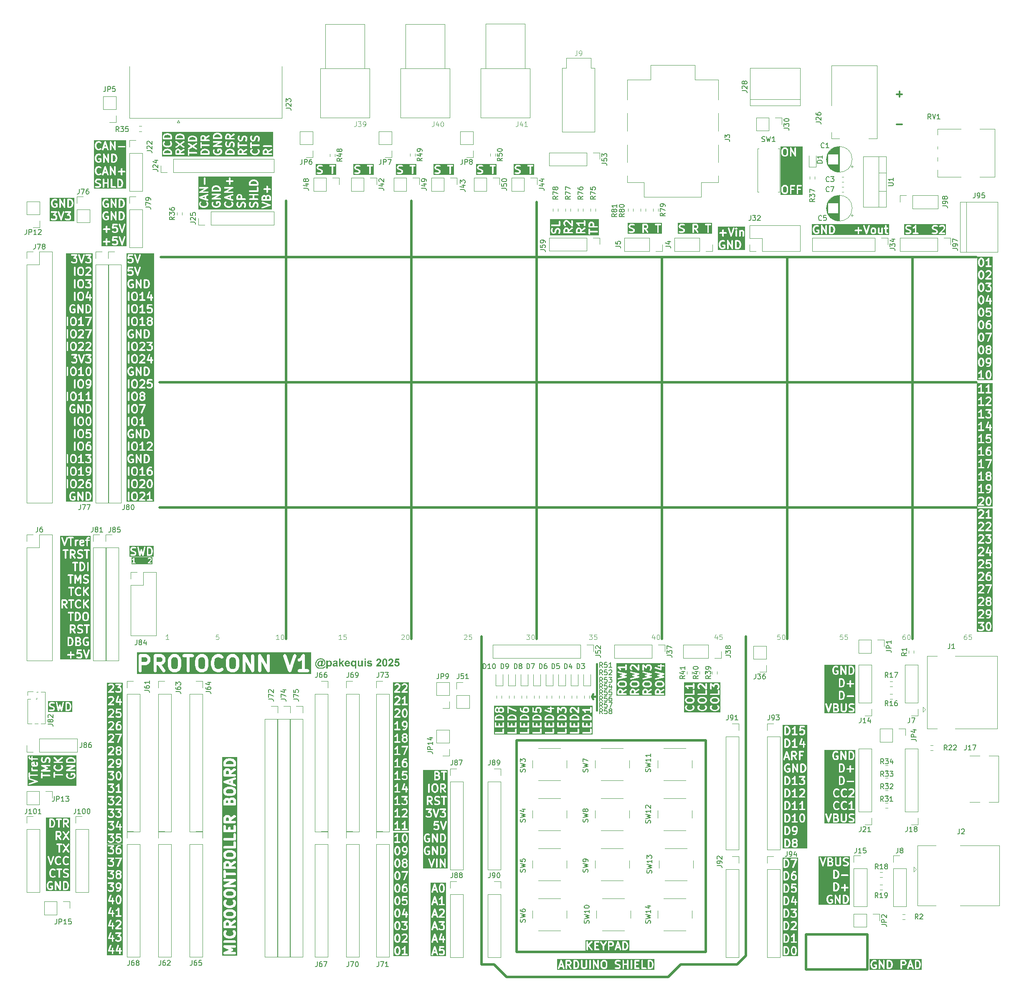
<source format=gbr>
%TF.GenerationSoftware,KiCad,Pcbnew,8.0.6*%
%TF.CreationDate,2025-03-30T13:11:56-03:00*%
%TF.ProjectId,ProtoConn,50726f74-6f43-46f6-9e6e-2e6b69636164,1.0*%
%TF.SameCoordinates,Original*%
%TF.FileFunction,Legend,Top*%
%TF.FilePolarity,Positive*%
%FSLAX46Y46*%
G04 Gerber Fmt 4.6, Leading zero omitted, Abs format (unit mm)*
G04 Created by KiCad (PCBNEW 8.0.6) date 2025-03-30 13:11:56*
%MOMM*%
%LPD*%
G01*
G04 APERTURE LIST*
%ADD10C,0.381000*%
%ADD11C,0.508000*%
%ADD12C,0.100000*%
%ADD13C,0.314960*%
%ADD14C,0.635000*%
%ADD15C,0.300000*%
%ADD16C,0.125000*%
%ADD17C,0.304800*%
%ADD18C,0.200000*%
%ADD19C,0.150000*%
%ADD20C,0.120000*%
G04 APERTURE END LIST*
D10*
X242062000Y-176784000D02*
X241046000Y-176784000D01*
D11*
X218694000Y-231140000D02*
X218694000Y-164592000D01*
X272288000Y-164592000D02*
X272288000Y-229362000D01*
D10*
X241046000Y-176784000D02*
X241300000Y-176276000D01*
D11*
X221234000Y-231140000D02*
X218694000Y-231140000D01*
X179070000Y-165100000D02*
X179070000Y-76200000D01*
X280670000Y-165100000D02*
X280670000Y-87630000D01*
X225806000Y-185674000D02*
X264160000Y-185674000D01*
X264160000Y-228600000D01*
X225806000Y-228600000D01*
X225806000Y-185674000D01*
D10*
X242062000Y-170180000D02*
X242062000Y-179578000D01*
D11*
X229870000Y-165100000D02*
X229870000Y-76454000D01*
X272288000Y-229362000D02*
X270510000Y-231140000D01*
X270510000Y-231140000D02*
X259080000Y-231140000D01*
D10*
X241046000Y-176784000D02*
X241300000Y-177292000D01*
D11*
X204470000Y-165100000D02*
X204470000Y-76200000D01*
X319024000Y-113030000D02*
X153416000Y-113030000D01*
X319024000Y-138430000D02*
X153416000Y-138430000D01*
X223774000Y-233680000D02*
X221234000Y-231140000D01*
X259080000Y-231140000D02*
X256540000Y-233680000D01*
X284480000Y-225044000D02*
X296926000Y-225044000D01*
X296926000Y-232156000D01*
X284480000Y-232156000D01*
X284480000Y-225044000D01*
X319024000Y-87630000D02*
X153670000Y-87630000D01*
X306070000Y-165100000D02*
X306070000Y-87630000D01*
X255270000Y-165100000D02*
X255270000Y-87630000D01*
X256540000Y-233680000D02*
X223774000Y-233680000D01*
D12*
X253716455Y-164559752D02*
X253716455Y-165226419D01*
X253478360Y-164178800D02*
X253240265Y-164893085D01*
X253240265Y-164893085D02*
X253859312Y-164893085D01*
X254430741Y-164226419D02*
X254525979Y-164226419D01*
X254525979Y-164226419D02*
X254621217Y-164274038D01*
X254621217Y-164274038D02*
X254668836Y-164321657D01*
X254668836Y-164321657D02*
X254716455Y-164416895D01*
X254716455Y-164416895D02*
X254764074Y-164607371D01*
X254764074Y-164607371D02*
X254764074Y-164845466D01*
X254764074Y-164845466D02*
X254716455Y-165035942D01*
X254716455Y-165035942D02*
X254668836Y-165131180D01*
X254668836Y-165131180D02*
X254621217Y-165178800D01*
X254621217Y-165178800D02*
X254525979Y-165226419D01*
X254525979Y-165226419D02*
X254430741Y-165226419D01*
X254430741Y-165226419D02*
X254335503Y-165178800D01*
X254335503Y-165178800D02*
X254287884Y-165131180D01*
X254287884Y-165131180D02*
X254240265Y-165035942D01*
X254240265Y-165035942D02*
X254192646Y-164845466D01*
X254192646Y-164845466D02*
X254192646Y-164607371D01*
X254192646Y-164607371D02*
X254240265Y-164416895D01*
X254240265Y-164416895D02*
X254287884Y-164321657D01*
X254287884Y-164321657D02*
X254335503Y-164274038D01*
X254335503Y-164274038D02*
X254430741Y-164226419D01*
X215140265Y-164321657D02*
X215187884Y-164274038D01*
X215187884Y-164274038D02*
X215283122Y-164226419D01*
X215283122Y-164226419D02*
X215521217Y-164226419D01*
X215521217Y-164226419D02*
X215616455Y-164274038D01*
X215616455Y-164274038D02*
X215664074Y-164321657D01*
X215664074Y-164321657D02*
X215711693Y-164416895D01*
X215711693Y-164416895D02*
X215711693Y-164512133D01*
X215711693Y-164512133D02*
X215664074Y-164654990D01*
X215664074Y-164654990D02*
X215092646Y-165226419D01*
X215092646Y-165226419D02*
X215711693Y-165226419D01*
X216616455Y-164226419D02*
X216140265Y-164226419D01*
X216140265Y-164226419D02*
X216092646Y-164702609D01*
X216092646Y-164702609D02*
X216140265Y-164654990D01*
X216140265Y-164654990D02*
X216235503Y-164607371D01*
X216235503Y-164607371D02*
X216473598Y-164607371D01*
X216473598Y-164607371D02*
X216568836Y-164654990D01*
X216568836Y-164654990D02*
X216616455Y-164702609D01*
X216616455Y-164702609D02*
X216664074Y-164797847D01*
X216664074Y-164797847D02*
X216664074Y-165035942D01*
X216664074Y-165035942D02*
X216616455Y-165131180D01*
X216616455Y-165131180D02*
X216568836Y-165178800D01*
X216568836Y-165178800D02*
X216473598Y-165226419D01*
X216473598Y-165226419D02*
X216235503Y-165226419D01*
X216235503Y-165226419D02*
X216140265Y-165178800D01*
X216140265Y-165178800D02*
X216092646Y-165131180D01*
D13*
G36*
X280563989Y-227790729D02*
G01*
X280669610Y-227896350D01*
X280725441Y-228008011D01*
X280791538Y-228272397D01*
X280791538Y-228458594D01*
X280725441Y-228722980D01*
X280669610Y-228834641D01*
X280563989Y-228940262D01*
X280398528Y-228995416D01*
X280206612Y-228995416D01*
X280206612Y-227735576D01*
X280398528Y-227735576D01*
X280563989Y-227790729D01*
G37*
G36*
X282130571Y-227782511D02*
G01*
X282169420Y-227821362D01*
X282225251Y-227933024D01*
X282291347Y-228197406D01*
X282291347Y-228533585D01*
X282225251Y-228797967D01*
X282169420Y-228909629D01*
X282130571Y-228948480D01*
X282036698Y-228995416D01*
X281961069Y-228995416D01*
X281867196Y-228948479D01*
X281828348Y-228909631D01*
X281772517Y-228797967D01*
X281706421Y-228533584D01*
X281706421Y-228197407D01*
X281772517Y-227933024D01*
X281828348Y-227821360D01*
X281867196Y-227782512D01*
X281961069Y-227735576D01*
X282036698Y-227735576D01*
X282130571Y-227782511D01*
G37*
G36*
X280563989Y-225255390D02*
G01*
X280669610Y-225361011D01*
X280725441Y-225472672D01*
X280791538Y-225737058D01*
X280791538Y-225923255D01*
X280725441Y-226187641D01*
X280669610Y-226299302D01*
X280563989Y-226404923D01*
X280398528Y-226460077D01*
X280206612Y-226460077D01*
X280206612Y-225200237D01*
X280398528Y-225200237D01*
X280563989Y-225255390D01*
G37*
G36*
X280563989Y-222720051D02*
G01*
X280669610Y-222825672D01*
X280725441Y-222937333D01*
X280791538Y-223201719D01*
X280791538Y-223387916D01*
X280725441Y-223652302D01*
X280669610Y-223763963D01*
X280563989Y-223869584D01*
X280398528Y-223924738D01*
X280206612Y-223924738D01*
X280206612Y-222664898D01*
X280398528Y-222664898D01*
X280563989Y-222720051D01*
G37*
G36*
X280563989Y-220184712D02*
G01*
X280669610Y-220290333D01*
X280725441Y-220401994D01*
X280791538Y-220666380D01*
X280791538Y-220852577D01*
X280725441Y-221116963D01*
X280669610Y-221228624D01*
X280563989Y-221334245D01*
X280398528Y-221389399D01*
X280206612Y-221389399D01*
X280206612Y-220129559D01*
X280398528Y-220129559D01*
X280563989Y-220184712D01*
G37*
G36*
X280563989Y-217649373D02*
G01*
X280669610Y-217754994D01*
X280725441Y-217866655D01*
X280791538Y-218131041D01*
X280791538Y-218317238D01*
X280725441Y-218581624D01*
X280669610Y-218693285D01*
X280563989Y-218798906D01*
X280398528Y-218854060D01*
X280206612Y-218854060D01*
X280206612Y-217594220D01*
X280398528Y-217594220D01*
X280563989Y-217649373D01*
G37*
G36*
X280563989Y-215114034D02*
G01*
X280669610Y-215219655D01*
X280725441Y-215331316D01*
X280791538Y-215595702D01*
X280791538Y-215781899D01*
X280725441Y-216046285D01*
X280669610Y-216157946D01*
X280563989Y-216263567D01*
X280398528Y-216318721D01*
X280206612Y-216318721D01*
X280206612Y-215058881D01*
X280398528Y-215058881D01*
X280563989Y-215114034D01*
G37*
G36*
X280563989Y-212578695D02*
G01*
X280669610Y-212684316D01*
X280725441Y-212795977D01*
X280791538Y-213060363D01*
X280791538Y-213246560D01*
X280725441Y-213510946D01*
X280669610Y-213622607D01*
X280563989Y-213728228D01*
X280398528Y-213783382D01*
X280206612Y-213783382D01*
X280206612Y-212523542D01*
X280398528Y-212523542D01*
X280563989Y-212578695D01*
G37*
G36*
X282205562Y-213170402D02*
G01*
X282244410Y-213209250D01*
X282291347Y-213303123D01*
X282291347Y-213603724D01*
X282244410Y-213697597D01*
X282205562Y-213736445D01*
X282111688Y-213783382D01*
X281886078Y-213783382D01*
X281792205Y-213736445D01*
X281753358Y-213697597D01*
X281706421Y-213603723D01*
X281706421Y-213303124D01*
X281753358Y-213209250D01*
X281792205Y-213170402D01*
X281886078Y-213123466D01*
X282111688Y-213123466D01*
X282205562Y-213170402D01*
G37*
G36*
X280563989Y-210043356D02*
G01*
X280669610Y-210148977D01*
X280725441Y-210260638D01*
X280791538Y-210525024D01*
X280791538Y-210711221D01*
X280725441Y-210975607D01*
X280669610Y-211087268D01*
X280563989Y-211192889D01*
X280398528Y-211248043D01*
X280206612Y-211248043D01*
X280206612Y-209988203D01*
X280398528Y-209988203D01*
X280563989Y-210043356D01*
G37*
G36*
X282853613Y-229485354D02*
G01*
X279716674Y-229485354D01*
X279716674Y-227578096D01*
X279891652Y-227578096D01*
X279891652Y-229152896D01*
X279894678Y-229183619D01*
X279918192Y-229240387D01*
X279961641Y-229283836D01*
X280018409Y-229307350D01*
X280049132Y-229310376D01*
X280424084Y-229310376D01*
X280439634Y-229308844D01*
X280443780Y-229309139D01*
X280449234Y-229307898D01*
X280454807Y-229307350D01*
X280458649Y-229305758D01*
X280473883Y-229302295D01*
X280698855Y-229227305D01*
X280727045Y-229214719D01*
X280731320Y-229211010D01*
X280736547Y-229208846D01*
X280760411Y-229189261D01*
X280910392Y-229039280D01*
X280920304Y-229027201D01*
X280923445Y-229024478D01*
X280926425Y-229019743D01*
X280929977Y-229015416D01*
X280931568Y-229011574D01*
X280939892Y-228998352D01*
X281014882Y-228848370D01*
X281015741Y-228846124D01*
X281016418Y-228845211D01*
X281021023Y-228832320D01*
X281025915Y-228819538D01*
X281025995Y-228818404D01*
X281026805Y-228816139D01*
X281101796Y-228516177D01*
X281102583Y-228510849D01*
X281103472Y-228508705D01*
X281104611Y-228497139D01*
X281106312Y-228485637D01*
X281105970Y-228483340D01*
X281106498Y-228477982D01*
X281106498Y-228253010D01*
X281105970Y-228247651D01*
X281106312Y-228245355D01*
X281104611Y-228233852D01*
X281103472Y-228222287D01*
X281102583Y-228220142D01*
X281101796Y-228214815D01*
X281092597Y-228178020D01*
X281391461Y-228178020D01*
X281391461Y-228552972D01*
X281391988Y-228558330D01*
X281391647Y-228560627D01*
X281393347Y-228572129D01*
X281394487Y-228583695D01*
X281395375Y-228585839D01*
X281396163Y-228591167D01*
X281471154Y-228891129D01*
X281471963Y-228893394D01*
X281472044Y-228894528D01*
X281476937Y-228907317D01*
X281481541Y-228920201D01*
X281482216Y-228921113D01*
X281483077Y-228923361D01*
X281558068Y-229073342D01*
X281566389Y-229086561D01*
X281567982Y-229090406D01*
X281571534Y-229094734D01*
X281574514Y-229099468D01*
X281577654Y-229102191D01*
X281587567Y-229114270D01*
X281662558Y-229189261D01*
X281674636Y-229199173D01*
X281677360Y-229202314D01*
X281682094Y-229205294D01*
X281686422Y-229208846D01*
X281690263Y-229210437D01*
X281703486Y-229218761D01*
X281853468Y-229293751D01*
X281882300Y-229304784D01*
X281887944Y-229305185D01*
X281893171Y-229307350D01*
X281923894Y-229310376D01*
X282073875Y-229310376D01*
X282104598Y-229307350D01*
X282109824Y-229305185D01*
X282115469Y-229304784D01*
X282144302Y-229293751D01*
X282294283Y-229218760D01*
X282307505Y-229210436D01*
X282311348Y-229208845D01*
X282315674Y-229205294D01*
X282320409Y-229202314D01*
X282323133Y-229199172D01*
X282335212Y-229189260D01*
X282410202Y-229114269D01*
X282420111Y-229102194D01*
X282423254Y-229099469D01*
X282426235Y-229094731D01*
X282429787Y-229090405D01*
X282431378Y-229086561D01*
X282439700Y-229073343D01*
X282514691Y-228923362D01*
X282515551Y-228921112D01*
X282516228Y-228920200D01*
X282520834Y-228907306D01*
X282525724Y-228894529D01*
X282525804Y-228893396D01*
X282526615Y-228891128D01*
X282601605Y-228591166D01*
X282602392Y-228585839D01*
X282603281Y-228583695D01*
X282604420Y-228572126D01*
X282606121Y-228560626D01*
X282605779Y-228558329D01*
X282606307Y-228552972D01*
X282606307Y-228178020D01*
X282605779Y-228172662D01*
X282606121Y-228170366D01*
X282604420Y-228158865D01*
X282603281Y-228147297D01*
X282602392Y-228145152D01*
X282601605Y-228139826D01*
X282526615Y-227839864D01*
X282525804Y-227837595D01*
X282525724Y-227836463D01*
X282520834Y-227823685D01*
X282516228Y-227810792D01*
X282515551Y-227809879D01*
X282514691Y-227807630D01*
X282439700Y-227657649D01*
X282431378Y-227644430D01*
X282429787Y-227640587D01*
X282426235Y-227636260D01*
X282423254Y-227631523D01*
X282420111Y-227628797D01*
X282410202Y-227616723D01*
X282335212Y-227541732D01*
X282323133Y-227531819D01*
X282320409Y-227528678D01*
X282315674Y-227525697D01*
X282311348Y-227522147D01*
X282307505Y-227520555D01*
X282294283Y-227512232D01*
X282144302Y-227437241D01*
X282115469Y-227426208D01*
X282109824Y-227425806D01*
X282104598Y-227423642D01*
X282073875Y-227420616D01*
X281923894Y-227420616D01*
X281893171Y-227423642D01*
X281887944Y-227425806D01*
X281882300Y-227426208D01*
X281853468Y-227437241D01*
X281703486Y-227512231D01*
X281690263Y-227520554D01*
X281686422Y-227522146D01*
X281682094Y-227525697D01*
X281677360Y-227528678D01*
X281674636Y-227531818D01*
X281662558Y-227541731D01*
X281587567Y-227616722D01*
X281577654Y-227628800D01*
X281574514Y-227631524D01*
X281571534Y-227636257D01*
X281567982Y-227640586D01*
X281566389Y-227644430D01*
X281558068Y-227657650D01*
X281483077Y-227807631D01*
X281482216Y-227809878D01*
X281481541Y-227810791D01*
X281476937Y-227823674D01*
X281472044Y-227836464D01*
X281471963Y-227837597D01*
X281471154Y-227839863D01*
X281396163Y-228139825D01*
X281395375Y-228145152D01*
X281394487Y-228147297D01*
X281393347Y-228158862D01*
X281391647Y-228170365D01*
X281391988Y-228172661D01*
X281391461Y-228178020D01*
X281092597Y-228178020D01*
X281026805Y-227914853D01*
X281025995Y-227912587D01*
X281025915Y-227911454D01*
X281021023Y-227898671D01*
X281016418Y-227885781D01*
X281015741Y-227884867D01*
X281014882Y-227882622D01*
X280939892Y-227732640D01*
X280931568Y-227719417D01*
X280929977Y-227715576D01*
X280926425Y-227711248D01*
X280923445Y-227706514D01*
X280920304Y-227703790D01*
X280910392Y-227691712D01*
X280760411Y-227541731D01*
X280736547Y-227522146D01*
X280731320Y-227519981D01*
X280727045Y-227516273D01*
X280698855Y-227503687D01*
X280473883Y-227428697D01*
X280458649Y-227425233D01*
X280454807Y-227423642D01*
X280449234Y-227423093D01*
X280443780Y-227421853D01*
X280439634Y-227422147D01*
X280424084Y-227420616D01*
X280049132Y-227420616D01*
X280018409Y-227423642D01*
X279961641Y-227447156D01*
X279918192Y-227490605D01*
X279894678Y-227547373D01*
X279891652Y-227578096D01*
X279716674Y-227578096D01*
X279716674Y-225042757D01*
X279891652Y-225042757D01*
X279891652Y-226617557D01*
X279894678Y-226648280D01*
X279918192Y-226705048D01*
X279961641Y-226748497D01*
X280018409Y-226772011D01*
X280049132Y-226775037D01*
X280424084Y-226775037D01*
X280439634Y-226773505D01*
X280443780Y-226773800D01*
X280449234Y-226772559D01*
X280454807Y-226772011D01*
X280458649Y-226770419D01*
X280473883Y-226766956D01*
X280698855Y-226691966D01*
X280727045Y-226679380D01*
X280731320Y-226675671D01*
X280736547Y-226673507D01*
X280760411Y-226653922D01*
X280910392Y-226503941D01*
X280920304Y-226491862D01*
X280923445Y-226489139D01*
X280926425Y-226484404D01*
X280929977Y-226480077D01*
X280931568Y-226476235D01*
X280939892Y-226463013D01*
X281014882Y-226313031D01*
X281015741Y-226310785D01*
X281016418Y-226309872D01*
X281021023Y-226296981D01*
X281025915Y-226284199D01*
X281025995Y-226283065D01*
X281026805Y-226280800D01*
X281101796Y-225980838D01*
X281102583Y-225975510D01*
X281103472Y-225973366D01*
X281104611Y-225961800D01*
X281106312Y-225950298D01*
X281105970Y-225948001D01*
X281106498Y-225942643D01*
X281106498Y-225717671D01*
X281105970Y-225712312D01*
X281106312Y-225710016D01*
X281104611Y-225698513D01*
X281103472Y-225686948D01*
X281102583Y-225684803D01*
X281101796Y-225679476D01*
X281050178Y-225473004D01*
X281392697Y-225473004D01*
X281397054Y-225534295D01*
X281424533Y-225589254D01*
X281470952Y-225629513D01*
X281529245Y-225648944D01*
X281590536Y-225644587D01*
X281619369Y-225633554D01*
X281769350Y-225558563D01*
X281782571Y-225550240D01*
X281786413Y-225548649D01*
X281790737Y-225545099D01*
X281795476Y-225542117D01*
X281798202Y-225538973D01*
X281810277Y-225529064D01*
X281841404Y-225497937D01*
X281841404Y-226460077D01*
X281548941Y-226460077D01*
X281518218Y-226463103D01*
X281461450Y-226486617D01*
X281418001Y-226530066D01*
X281394487Y-226586834D01*
X281394487Y-226648280D01*
X281418001Y-226705048D01*
X281461450Y-226748497D01*
X281518218Y-226772011D01*
X281548941Y-226775037D01*
X282448827Y-226775037D01*
X282479550Y-226772011D01*
X282536318Y-226748497D01*
X282579767Y-226705048D01*
X282603281Y-226648280D01*
X282603281Y-226586834D01*
X282579767Y-226530066D01*
X282536318Y-226486617D01*
X282479550Y-226463103D01*
X282448827Y-226460077D01*
X282156364Y-226460077D01*
X282156364Y-225042757D01*
X282156353Y-225042646D01*
X282156364Y-225042592D01*
X282156331Y-225042431D01*
X282153338Y-225012034D01*
X282147372Y-224997631D01*
X282144314Y-224982339D01*
X282135726Y-224969516D01*
X282129824Y-224955266D01*
X282118801Y-224944243D01*
X282110123Y-224931285D01*
X282097283Y-224922725D01*
X282086375Y-224911817D01*
X282071972Y-224905851D01*
X282058997Y-224897201D01*
X282043859Y-224894206D01*
X282029607Y-224888303D01*
X282014017Y-224888303D01*
X281998720Y-224885277D01*
X281983589Y-224888303D01*
X281968161Y-224888303D01*
X281953757Y-224894269D01*
X281938467Y-224897327D01*
X281925646Y-224905913D01*
X281911393Y-224911817D01*
X281900367Y-224922842D01*
X281887413Y-224931518D01*
X281868056Y-224955153D01*
X281867944Y-224955266D01*
X281867923Y-224955316D01*
X281867853Y-224955402D01*
X281726521Y-225167399D01*
X281605637Y-225288283D01*
X281478513Y-225351846D01*
X281452387Y-225368292D01*
X281412128Y-225414711D01*
X281392697Y-225473004D01*
X281050178Y-225473004D01*
X281026805Y-225379514D01*
X281025995Y-225377248D01*
X281025915Y-225376115D01*
X281021023Y-225363332D01*
X281016418Y-225350442D01*
X281015741Y-225349528D01*
X281014882Y-225347283D01*
X280939892Y-225197301D01*
X280931568Y-225184078D01*
X280929977Y-225180237D01*
X280926425Y-225175909D01*
X280923445Y-225171175D01*
X280920304Y-225168451D01*
X280910392Y-225156373D01*
X280760411Y-225006392D01*
X280736547Y-224986807D01*
X280731320Y-224984642D01*
X280727045Y-224980934D01*
X280698855Y-224968348D01*
X280473883Y-224893358D01*
X280458649Y-224889894D01*
X280454807Y-224888303D01*
X280449234Y-224887754D01*
X280443780Y-224886514D01*
X280439634Y-224886808D01*
X280424084Y-224885277D01*
X280049132Y-224885277D01*
X280018409Y-224888303D01*
X279961641Y-224911817D01*
X279918192Y-224955266D01*
X279894678Y-225012034D01*
X279891652Y-225042757D01*
X279716674Y-225042757D01*
X279716674Y-222507418D01*
X279891652Y-222507418D01*
X279891652Y-224082218D01*
X279894678Y-224112941D01*
X279918192Y-224169709D01*
X279961641Y-224213158D01*
X280018409Y-224236672D01*
X280049132Y-224239698D01*
X280424084Y-224239698D01*
X280439634Y-224238166D01*
X280443780Y-224238461D01*
X280449234Y-224237220D01*
X280454807Y-224236672D01*
X280458649Y-224235080D01*
X280473883Y-224231617D01*
X280698855Y-224156627D01*
X280727045Y-224144041D01*
X280731320Y-224140332D01*
X280736547Y-224138168D01*
X280760411Y-224118583D01*
X280827499Y-224051495D01*
X281319497Y-224051495D01*
X281319497Y-224112941D01*
X281343011Y-224169709D01*
X281386460Y-224213158D01*
X281443228Y-224236672D01*
X281473951Y-224239698D01*
X282448827Y-224239698D01*
X282479550Y-224236672D01*
X282536318Y-224213158D01*
X282579767Y-224169709D01*
X282603281Y-224112941D01*
X282603281Y-224051495D01*
X282579767Y-223994727D01*
X282536318Y-223951278D01*
X282479550Y-223927764D01*
X282448827Y-223924738D01*
X281854141Y-223924738D01*
X282485192Y-223293687D01*
X282504777Y-223269823D01*
X282506941Y-223264596D01*
X282510650Y-223260321D01*
X282523236Y-223232131D01*
X282598226Y-223007160D01*
X282601689Y-222991926D01*
X282603281Y-222988084D01*
X282603829Y-222982511D01*
X282605070Y-222977057D01*
X282604775Y-222972911D01*
X282606307Y-222957361D01*
X282606307Y-222807380D01*
X282603281Y-222776657D01*
X282601116Y-222771430D01*
X282600715Y-222765786D01*
X282589682Y-222736954D01*
X282514692Y-222586972D01*
X282506368Y-222573749D01*
X282504777Y-222569908D01*
X282501225Y-222565580D01*
X282498245Y-222560846D01*
X282495104Y-222558122D01*
X282485192Y-222546044D01*
X282410201Y-222471053D01*
X282398122Y-222461140D01*
X282395399Y-222458000D01*
X282390665Y-222455020D01*
X282386337Y-222451468D01*
X282382492Y-222449875D01*
X282369273Y-222441554D01*
X282219292Y-222366563D01*
X282190459Y-222355530D01*
X282184814Y-222355128D01*
X282179588Y-222352964D01*
X282148865Y-222349938D01*
X281773913Y-222349938D01*
X281743190Y-222352964D01*
X281737963Y-222355128D01*
X281732319Y-222355530D01*
X281703487Y-222366563D01*
X281553505Y-222441553D01*
X281540282Y-222449876D01*
X281536441Y-222451468D01*
X281532113Y-222455019D01*
X281527379Y-222458000D01*
X281524655Y-222461140D01*
X281512577Y-222471053D01*
X281437586Y-222546044D01*
X281418001Y-222569908D01*
X281394487Y-222626676D01*
X281394487Y-222688122D01*
X281418001Y-222744890D01*
X281461450Y-222788339D01*
X281518218Y-222811853D01*
X281579664Y-222811853D01*
X281636432Y-222788339D01*
X281660296Y-222768754D01*
X281717215Y-222711834D01*
X281811088Y-222664898D01*
X282111688Y-222664898D01*
X282205562Y-222711834D01*
X282244410Y-222750682D01*
X282291347Y-222844555D01*
X282291347Y-222931805D01*
X282236193Y-223097265D01*
X281362596Y-223970863D01*
X281343011Y-223994727D01*
X281319497Y-224051495D01*
X280827499Y-224051495D01*
X280910392Y-223968602D01*
X280920304Y-223956523D01*
X280923445Y-223953800D01*
X280926425Y-223949065D01*
X280929977Y-223944738D01*
X280931568Y-223940896D01*
X280939892Y-223927674D01*
X281014882Y-223777692D01*
X281015741Y-223775446D01*
X281016418Y-223774533D01*
X281021023Y-223761642D01*
X281025915Y-223748860D01*
X281025995Y-223747726D01*
X281026805Y-223745461D01*
X281101796Y-223445499D01*
X281102583Y-223440171D01*
X281103472Y-223438027D01*
X281104611Y-223426461D01*
X281106312Y-223414959D01*
X281105970Y-223412662D01*
X281106498Y-223407304D01*
X281106498Y-223182332D01*
X281105970Y-223176973D01*
X281106312Y-223174677D01*
X281104611Y-223163174D01*
X281103472Y-223151609D01*
X281102583Y-223149464D01*
X281101796Y-223144137D01*
X281026805Y-222844175D01*
X281025995Y-222841909D01*
X281025915Y-222840776D01*
X281021023Y-222827993D01*
X281016418Y-222815103D01*
X281015741Y-222814189D01*
X281014882Y-222811944D01*
X280939892Y-222661962D01*
X280931568Y-222648739D01*
X280929977Y-222644898D01*
X280926425Y-222640570D01*
X280923445Y-222635836D01*
X280920304Y-222633112D01*
X280910392Y-222621034D01*
X280760411Y-222471053D01*
X280736547Y-222451468D01*
X280731320Y-222449303D01*
X280727045Y-222445595D01*
X280698855Y-222433009D01*
X280473883Y-222358019D01*
X280458649Y-222354555D01*
X280454807Y-222352964D01*
X280449234Y-222352415D01*
X280443780Y-222351175D01*
X280439634Y-222351469D01*
X280424084Y-222349938D01*
X280049132Y-222349938D01*
X280018409Y-222352964D01*
X279961641Y-222376478D01*
X279918192Y-222419927D01*
X279894678Y-222476695D01*
X279891652Y-222507418D01*
X279716674Y-222507418D01*
X279716674Y-219972079D01*
X279891652Y-219972079D01*
X279891652Y-221546879D01*
X279894678Y-221577602D01*
X279918192Y-221634370D01*
X279961641Y-221677819D01*
X280018409Y-221701333D01*
X280049132Y-221704359D01*
X280424084Y-221704359D01*
X280439634Y-221702827D01*
X280443780Y-221703122D01*
X280449234Y-221701881D01*
X280454807Y-221701333D01*
X280458649Y-221699741D01*
X280473883Y-221696278D01*
X280698855Y-221621288D01*
X280727045Y-221608702D01*
X280731320Y-221604993D01*
X280736547Y-221602829D01*
X280760411Y-221583244D01*
X280910392Y-221433263D01*
X280920304Y-221421184D01*
X280923445Y-221418461D01*
X280926425Y-221413726D01*
X280929977Y-221409399D01*
X280931568Y-221405557D01*
X280939892Y-221392335D01*
X281014882Y-221242353D01*
X281015741Y-221240107D01*
X281016418Y-221239194D01*
X281021023Y-221226303D01*
X281025915Y-221213521D01*
X281025995Y-221212387D01*
X281026805Y-221210122D01*
X281101796Y-220910160D01*
X281102583Y-220904832D01*
X281103472Y-220902688D01*
X281104611Y-220891122D01*
X281106312Y-220879620D01*
X281105970Y-220877323D01*
X281106498Y-220871965D01*
X281106498Y-220646993D01*
X281105970Y-220641634D01*
X281106312Y-220639338D01*
X281104611Y-220627835D01*
X281103472Y-220616270D01*
X281102583Y-220614125D01*
X281101796Y-220608798D01*
X281026805Y-220308836D01*
X281025995Y-220306570D01*
X281025915Y-220305437D01*
X281021023Y-220292654D01*
X281016418Y-220279764D01*
X281015741Y-220278850D01*
X281014882Y-220276605D01*
X280939892Y-220126623D01*
X280931568Y-220113400D01*
X280929977Y-220109559D01*
X280926425Y-220105231D01*
X280923445Y-220100497D01*
X280920304Y-220097773D01*
X280910392Y-220085695D01*
X280766053Y-219941356D01*
X281319497Y-219941356D01*
X281319497Y-220002802D01*
X281343011Y-220059570D01*
X281386460Y-220103019D01*
X281443228Y-220126533D01*
X281473951Y-220129559D01*
X282101777Y-220129559D01*
X281805378Y-220468302D01*
X281795884Y-220481581D01*
X281792954Y-220484512D01*
X281791803Y-220487290D01*
X281787424Y-220493416D01*
X281779227Y-220517651D01*
X281769440Y-220541280D01*
X281769440Y-220546589D01*
X281767738Y-220551622D01*
X281769440Y-220577147D01*
X281769440Y-220602726D01*
X281771472Y-220607633D01*
X281771826Y-220612932D01*
X281783163Y-220635857D01*
X281792954Y-220659494D01*
X281796710Y-220663250D01*
X281799064Y-220668010D01*
X281818313Y-220684853D01*
X281836403Y-220702943D01*
X281841309Y-220704975D01*
X281845307Y-220708473D01*
X281869542Y-220716669D01*
X281893171Y-220726457D01*
X281900662Y-220727194D01*
X281903513Y-220728159D01*
X281907650Y-220727883D01*
X281923894Y-220729483D01*
X282111688Y-220729483D01*
X282205562Y-220776419D01*
X282244410Y-220815267D01*
X282291347Y-220909140D01*
X282291347Y-221209741D01*
X282244410Y-221303614D01*
X282205562Y-221342462D01*
X282111688Y-221389399D01*
X281736097Y-221389399D01*
X281642224Y-221342462D01*
X281585307Y-221285544D01*
X281561443Y-221265959D01*
X281504675Y-221242444D01*
X281443229Y-221242444D01*
X281386461Y-221265958D01*
X281343012Y-221309406D01*
X281319497Y-221366174D01*
X281319497Y-221427620D01*
X281343011Y-221484388D01*
X281362595Y-221508252D01*
X281437585Y-221583244D01*
X281449666Y-221593159D01*
X281452388Y-221596297D01*
X281457118Y-221599274D01*
X281461449Y-221602829D01*
X281465293Y-221604421D01*
X281478514Y-221612744D01*
X281628496Y-221687734D01*
X281657328Y-221698767D01*
X281662972Y-221699168D01*
X281668199Y-221701333D01*
X281698922Y-221704359D01*
X282148865Y-221704359D01*
X282179588Y-221701333D01*
X282184814Y-221699168D01*
X282190459Y-221698767D01*
X282219292Y-221687734D01*
X282369273Y-221612743D01*
X282382492Y-221604421D01*
X282386337Y-221602829D01*
X282390665Y-221599276D01*
X282395399Y-221596297D01*
X282398122Y-221593156D01*
X282410201Y-221583244D01*
X282485192Y-221508253D01*
X282495104Y-221496174D01*
X282498245Y-221493451D01*
X282501225Y-221488716D01*
X282504777Y-221484389D01*
X282506368Y-221480547D01*
X282514692Y-221467325D01*
X282589682Y-221317343D01*
X282600715Y-221288511D01*
X282601116Y-221282866D01*
X282603281Y-221277640D01*
X282606307Y-221246917D01*
X282606307Y-220871965D01*
X282603281Y-220841242D01*
X282601116Y-220836015D01*
X282600715Y-220830371D01*
X282589682Y-220801539D01*
X282514692Y-220651557D01*
X282506368Y-220638334D01*
X282504777Y-220634493D01*
X282501225Y-220630165D01*
X282498245Y-220625431D01*
X282495104Y-220622707D01*
X282485192Y-220610629D01*
X282410201Y-220535638D01*
X282398122Y-220525725D01*
X282395399Y-220522585D01*
X282390665Y-220519605D01*
X282386337Y-220516053D01*
X282382492Y-220514460D01*
X282369273Y-220506139D01*
X282245103Y-220444053D01*
X282567343Y-220075780D01*
X282576836Y-220062500D01*
X282579767Y-220059570D01*
X282580917Y-220056791D01*
X282585297Y-220050666D01*
X282593493Y-220026430D01*
X282603281Y-220002802D01*
X282603281Y-219997492D01*
X282604983Y-219992460D01*
X282603281Y-219966927D01*
X282603281Y-219941356D01*
X282601249Y-219936451D01*
X282600896Y-219931149D01*
X282589551Y-219908210D01*
X282579767Y-219884588D01*
X282576012Y-219880833D01*
X282573657Y-219876071D01*
X282554403Y-219859224D01*
X282536318Y-219841139D01*
X282531411Y-219839106D01*
X282527414Y-219835609D01*
X282503178Y-219827412D01*
X282479550Y-219817625D01*
X282472058Y-219816887D01*
X282469208Y-219815923D01*
X282465070Y-219816198D01*
X282448827Y-219814599D01*
X281473951Y-219814599D01*
X281443228Y-219817625D01*
X281386460Y-219841139D01*
X281343011Y-219884588D01*
X281319497Y-219941356D01*
X280766053Y-219941356D01*
X280760411Y-219935714D01*
X280736547Y-219916129D01*
X280731320Y-219913964D01*
X280727045Y-219910256D01*
X280698855Y-219897670D01*
X280473883Y-219822680D01*
X280458649Y-219819216D01*
X280454807Y-219817625D01*
X280449234Y-219817076D01*
X280443780Y-219815836D01*
X280439634Y-219816130D01*
X280424084Y-219814599D01*
X280049132Y-219814599D01*
X280018409Y-219817625D01*
X279961641Y-219841139D01*
X279918192Y-219884588D01*
X279894678Y-219941356D01*
X279891652Y-219972079D01*
X279716674Y-219972079D01*
X279716674Y-217436740D01*
X279891652Y-217436740D01*
X279891652Y-219011540D01*
X279894678Y-219042263D01*
X279918192Y-219099031D01*
X279961641Y-219142480D01*
X280018409Y-219165994D01*
X280049132Y-219169020D01*
X280424084Y-219169020D01*
X280439634Y-219167488D01*
X280443780Y-219167783D01*
X280449234Y-219166542D01*
X280454807Y-219165994D01*
X280458649Y-219164402D01*
X280473883Y-219160939D01*
X280698855Y-219085949D01*
X280727045Y-219073363D01*
X280731320Y-219069654D01*
X280736547Y-219067490D01*
X280760411Y-219047905D01*
X280910392Y-218897924D01*
X280920304Y-218885845D01*
X280923445Y-218883122D01*
X280926425Y-218878387D01*
X280929977Y-218874060D01*
X280931568Y-218870218D01*
X280939892Y-218856996D01*
X281014882Y-218707014D01*
X281015741Y-218704768D01*
X281016418Y-218703855D01*
X281021023Y-218690964D01*
X281025915Y-218678182D01*
X281025995Y-218677048D01*
X281026805Y-218674783D01*
X281078773Y-218466911D01*
X281392698Y-218466911D01*
X281394487Y-218492088D01*
X281394487Y-218517330D01*
X281396651Y-218522556D01*
X281397053Y-218528201D01*
X281408340Y-218550776D01*
X281418001Y-218574098D01*
X281422002Y-218578099D01*
X281424533Y-218583160D01*
X281443597Y-218599694D01*
X281461450Y-218617547D01*
X281466678Y-218619712D01*
X281470952Y-218623419D01*
X281494890Y-218631398D01*
X281518218Y-218641061D01*
X281526251Y-218641852D01*
X281529245Y-218642850D01*
X281533390Y-218642555D01*
X281548941Y-218644087D01*
X282141366Y-218644087D01*
X282141366Y-219011540D01*
X282144392Y-219042263D01*
X282167906Y-219099031D01*
X282211355Y-219142480D01*
X282268123Y-219165994D01*
X282329569Y-219165994D01*
X282386337Y-219142480D01*
X282429786Y-219099031D01*
X282453300Y-219042263D01*
X282456326Y-219011540D01*
X282456326Y-218644087D01*
X282523818Y-218644087D01*
X282554541Y-218641061D01*
X282611309Y-218617547D01*
X282654758Y-218574098D01*
X282678272Y-218517330D01*
X282678272Y-218455884D01*
X282654758Y-218399116D01*
X282611309Y-218355667D01*
X282554541Y-218332153D01*
X282523818Y-218329127D01*
X282456326Y-218329127D01*
X282456326Y-217961673D01*
X282453300Y-217930950D01*
X282429786Y-217874182D01*
X282386337Y-217830733D01*
X282329569Y-217807219D01*
X282268123Y-217807219D01*
X282211355Y-217830733D01*
X282167906Y-217874182D01*
X282144392Y-217930950D01*
X282141366Y-217961673D01*
X282141366Y-218329127D01*
X281767433Y-218329127D01*
X282073293Y-217411549D01*
X282080138Y-217381446D01*
X282075782Y-217320155D01*
X282048302Y-217265196D01*
X282001883Y-217224937D01*
X281943590Y-217205506D01*
X281882300Y-217209862D01*
X281827341Y-217237341D01*
X281787082Y-217283761D01*
X281774496Y-217311950D01*
X281399542Y-218436807D01*
X281396078Y-218452042D01*
X281394487Y-218455884D01*
X281394487Y-218459041D01*
X281392698Y-218466911D01*
X281078773Y-218466911D01*
X281101796Y-218374821D01*
X281102583Y-218369493D01*
X281103472Y-218367349D01*
X281104611Y-218355783D01*
X281106312Y-218344281D01*
X281105970Y-218341984D01*
X281106498Y-218336626D01*
X281106498Y-218111654D01*
X281105970Y-218106295D01*
X281106312Y-218103999D01*
X281104611Y-218092496D01*
X281103472Y-218080931D01*
X281102583Y-218078786D01*
X281101796Y-218073459D01*
X281026805Y-217773497D01*
X281025995Y-217771231D01*
X281025915Y-217770098D01*
X281021023Y-217757315D01*
X281016418Y-217744425D01*
X281015741Y-217743511D01*
X281014882Y-217741266D01*
X280939892Y-217591284D01*
X280931568Y-217578061D01*
X280929977Y-217574220D01*
X280926425Y-217569892D01*
X280923445Y-217565158D01*
X280920304Y-217562434D01*
X280910392Y-217550356D01*
X280760411Y-217400375D01*
X280736547Y-217380790D01*
X280731320Y-217378625D01*
X280727045Y-217374917D01*
X280698855Y-217362331D01*
X280473883Y-217287341D01*
X280458649Y-217283877D01*
X280454807Y-217282286D01*
X280449234Y-217281737D01*
X280443780Y-217280497D01*
X280439634Y-217280791D01*
X280424084Y-217279260D01*
X280049132Y-217279260D01*
X280018409Y-217282286D01*
X279961641Y-217305800D01*
X279918192Y-217349249D01*
X279894678Y-217406017D01*
X279891652Y-217436740D01*
X279716674Y-217436740D01*
X279716674Y-214901401D01*
X279891652Y-214901401D01*
X279891652Y-216476201D01*
X279894678Y-216506924D01*
X279918192Y-216563692D01*
X279961641Y-216607141D01*
X280018409Y-216630655D01*
X280049132Y-216633681D01*
X280424084Y-216633681D01*
X280439634Y-216632149D01*
X280443780Y-216632444D01*
X280449234Y-216631203D01*
X280454807Y-216630655D01*
X280458649Y-216629063D01*
X280473883Y-216625600D01*
X280698855Y-216550610D01*
X280727045Y-216538024D01*
X280731320Y-216534315D01*
X280736547Y-216532151D01*
X280760411Y-216512566D01*
X280910392Y-216362585D01*
X280920304Y-216350506D01*
X280923445Y-216347783D01*
X280926425Y-216343048D01*
X280929977Y-216338721D01*
X280931568Y-216334879D01*
X280939892Y-216321657D01*
X281014882Y-216171675D01*
X281015741Y-216169429D01*
X281016418Y-216168516D01*
X281021023Y-216155625D01*
X281025915Y-216142843D01*
X281025995Y-216141709D01*
X281026805Y-216139444D01*
X281101796Y-215839482D01*
X281102583Y-215834154D01*
X281103472Y-215832010D01*
X281104611Y-215820444D01*
X281106312Y-215808942D01*
X281105970Y-215806645D01*
X281106498Y-215801287D01*
X281106498Y-215666508D01*
X281392196Y-215666508D01*
X281394487Y-215674101D01*
X281394487Y-215682029D01*
X281403294Y-215703292D01*
X281409945Y-215725334D01*
X281414966Y-215731471D01*
X281418001Y-215738797D01*
X281434278Y-215755074D01*
X281448855Y-215772890D01*
X281455842Y-215776638D01*
X281461450Y-215782246D01*
X281482721Y-215791056D01*
X281503002Y-215801936D01*
X281510890Y-215802724D01*
X281518218Y-215805760D01*
X281541236Y-215805760D01*
X281564143Y-215808051D01*
X281571736Y-215805760D01*
X281579664Y-215805760D01*
X281600927Y-215796952D01*
X281622969Y-215790302D01*
X281629106Y-215785280D01*
X281636432Y-215782246D01*
X281660296Y-215762661D01*
X281717215Y-215705741D01*
X281811088Y-215658805D01*
X282111688Y-215658805D01*
X282205562Y-215705741D01*
X282244410Y-215744589D01*
X282291347Y-215838462D01*
X282291347Y-216139063D01*
X282244410Y-216232936D01*
X282205562Y-216271784D01*
X282111688Y-216318721D01*
X281811088Y-216318721D01*
X281717215Y-216271784D01*
X281660296Y-216214865D01*
X281636432Y-216195280D01*
X281579664Y-216171766D01*
X281518218Y-216171766D01*
X281461450Y-216195280D01*
X281418001Y-216238729D01*
X281394487Y-216295497D01*
X281394487Y-216356943D01*
X281418001Y-216413711D01*
X281437586Y-216437575D01*
X281512577Y-216512566D01*
X281524655Y-216522478D01*
X281527379Y-216525619D01*
X281532113Y-216528599D01*
X281536441Y-216532151D01*
X281540282Y-216533742D01*
X281553505Y-216542066D01*
X281703487Y-216617056D01*
X281732319Y-216628089D01*
X281737963Y-216628490D01*
X281743190Y-216630655D01*
X281773913Y-216633681D01*
X282148865Y-216633681D01*
X282179588Y-216630655D01*
X282184814Y-216628490D01*
X282190459Y-216628089D01*
X282219292Y-216617056D01*
X282369273Y-216542065D01*
X282382492Y-216533743D01*
X282386337Y-216532151D01*
X282390665Y-216528598D01*
X282395399Y-216525619D01*
X282398122Y-216522478D01*
X282410201Y-216512566D01*
X282485192Y-216437575D01*
X282495104Y-216425496D01*
X282498245Y-216422773D01*
X282501225Y-216418038D01*
X282504777Y-216413711D01*
X282506368Y-216409869D01*
X282514692Y-216396647D01*
X282589682Y-216246665D01*
X282600715Y-216217833D01*
X282601116Y-216212188D01*
X282603281Y-216206962D01*
X282606307Y-216176239D01*
X282606307Y-215801287D01*
X282603281Y-215770564D01*
X282601116Y-215765337D01*
X282600715Y-215759693D01*
X282589682Y-215730861D01*
X282514692Y-215580879D01*
X282506368Y-215567656D01*
X282504777Y-215563815D01*
X282501225Y-215559487D01*
X282498245Y-215554753D01*
X282495104Y-215552029D01*
X282485192Y-215539951D01*
X282410201Y-215464960D01*
X282398122Y-215455047D01*
X282395399Y-215451907D01*
X282390665Y-215448927D01*
X282386337Y-215445375D01*
X282382492Y-215443782D01*
X282369273Y-215435461D01*
X282219292Y-215360470D01*
X282190459Y-215349437D01*
X282184814Y-215349035D01*
X282179588Y-215346871D01*
X282148865Y-215343845D01*
X281773913Y-215343845D01*
X281743190Y-215346871D01*
X281737963Y-215349035D01*
X281737429Y-215349073D01*
X281766449Y-215058881D01*
X282373837Y-215058881D01*
X282404560Y-215055855D01*
X282461328Y-215032341D01*
X282504777Y-214988892D01*
X282528291Y-214932124D01*
X282528291Y-214870678D01*
X282504777Y-214813910D01*
X282461328Y-214770461D01*
X282404560Y-214746947D01*
X282373837Y-214743921D01*
X281623932Y-214743921D01*
X281612565Y-214745040D01*
X281608730Y-214744657D01*
X281604983Y-214745787D01*
X281593209Y-214746947D01*
X281571941Y-214755756D01*
X281549904Y-214762405D01*
X281543766Y-214767426D01*
X281536441Y-214770461D01*
X281520163Y-214786738D01*
X281502348Y-214801315D01*
X281498599Y-214808302D01*
X281492992Y-214813910D01*
X281484181Y-214835181D01*
X281473302Y-214855462D01*
X281470977Y-214867058D01*
X281469478Y-214870678D01*
X281469478Y-214874537D01*
X281467234Y-214885731D01*
X281392243Y-215635636D01*
X281392196Y-215666508D01*
X281106498Y-215666508D01*
X281106498Y-215576315D01*
X281105970Y-215570956D01*
X281106312Y-215568660D01*
X281104611Y-215557157D01*
X281103472Y-215545592D01*
X281102583Y-215543447D01*
X281101796Y-215538120D01*
X281026805Y-215238158D01*
X281025995Y-215235892D01*
X281025915Y-215234759D01*
X281021023Y-215221976D01*
X281016418Y-215209086D01*
X281015741Y-215208172D01*
X281014882Y-215205927D01*
X280939892Y-215055945D01*
X280931568Y-215042722D01*
X280929977Y-215038881D01*
X280926425Y-215034553D01*
X280923445Y-215029819D01*
X280920304Y-215027095D01*
X280910392Y-215015017D01*
X280760411Y-214865036D01*
X280736547Y-214845451D01*
X280731320Y-214843286D01*
X280727045Y-214839578D01*
X280698855Y-214826992D01*
X280473883Y-214752002D01*
X280458649Y-214748538D01*
X280454807Y-214746947D01*
X280449234Y-214746398D01*
X280443780Y-214745158D01*
X280439634Y-214745452D01*
X280424084Y-214743921D01*
X280049132Y-214743921D01*
X280018409Y-214746947D01*
X279961641Y-214770461D01*
X279918192Y-214813910D01*
X279894678Y-214870678D01*
X279891652Y-214901401D01*
X279716674Y-214901401D01*
X279716674Y-212366062D01*
X279891652Y-212366062D01*
X279891652Y-213940862D01*
X279894678Y-213971585D01*
X279918192Y-214028353D01*
X279961641Y-214071802D01*
X280018409Y-214095316D01*
X280049132Y-214098342D01*
X280424084Y-214098342D01*
X280439634Y-214096810D01*
X280443780Y-214097105D01*
X280449234Y-214095864D01*
X280454807Y-214095316D01*
X280458649Y-214093724D01*
X280473883Y-214090261D01*
X280698855Y-214015271D01*
X280727045Y-214002685D01*
X280731320Y-213998976D01*
X280736547Y-213996812D01*
X280760411Y-213977227D01*
X280910392Y-213827246D01*
X280920304Y-213815167D01*
X280923445Y-213812444D01*
X280926425Y-213807709D01*
X280929977Y-213803382D01*
X280931568Y-213799540D01*
X280939892Y-213786318D01*
X281014882Y-213636336D01*
X281015741Y-213634090D01*
X281016418Y-213633177D01*
X281021023Y-213620286D01*
X281025915Y-213607504D01*
X281025995Y-213606370D01*
X281026805Y-213604105D01*
X281101796Y-213304143D01*
X281102583Y-213298815D01*
X281103472Y-213296671D01*
X281104611Y-213285105D01*
X281106312Y-213273603D01*
X281105970Y-213271306D01*
X281106498Y-213265948D01*
X281106498Y-213040976D01*
X281391461Y-213040976D01*
X281391461Y-213640900D01*
X281394487Y-213671623D01*
X281396652Y-213676851D01*
X281397054Y-213682495D01*
X281408087Y-213711328D01*
X281483078Y-213861309D01*
X281491402Y-213874532D01*
X281492992Y-213878371D01*
X281496539Y-213882693D01*
X281499524Y-213887435D01*
X281502668Y-213890162D01*
X281512576Y-213902235D01*
X281587566Y-213977227D01*
X281599647Y-213987142D01*
X281602369Y-213990280D01*
X281607099Y-213993257D01*
X281611430Y-213996812D01*
X281615274Y-213998404D01*
X281628495Y-214006727D01*
X281778477Y-214081717D01*
X281807309Y-214092750D01*
X281812953Y-214093151D01*
X281818180Y-214095316D01*
X281848903Y-214098342D01*
X282148865Y-214098342D01*
X282179588Y-214095316D01*
X282184814Y-214093151D01*
X282190459Y-214092750D01*
X282219292Y-214081717D01*
X282369273Y-214006726D01*
X282382492Y-213998404D01*
X282386337Y-213996812D01*
X282390665Y-213993259D01*
X282395399Y-213990280D01*
X282398122Y-213987139D01*
X282410201Y-213977227D01*
X282485192Y-213902236D01*
X282495104Y-213890157D01*
X282498245Y-213887434D01*
X282501225Y-213882699D01*
X282504777Y-213878372D01*
X282506368Y-213874530D01*
X282514692Y-213861308D01*
X282589682Y-213711326D01*
X282600715Y-213682494D01*
X282601116Y-213676849D01*
X282603281Y-213671623D01*
X282606307Y-213640900D01*
X282606307Y-213265948D01*
X282603281Y-213235225D01*
X282601116Y-213229998D01*
X282600715Y-213224354D01*
X282589682Y-213195522D01*
X282514692Y-213045540D01*
X282506368Y-213032317D01*
X282504777Y-213028476D01*
X282501225Y-213024148D01*
X282498245Y-213019414D01*
X282495104Y-213016690D01*
X282485192Y-213004612D01*
X282410201Y-212929621D01*
X282398122Y-212919708D01*
X282395399Y-212916568D01*
X282390665Y-212913588D01*
X282386337Y-212910036D01*
X282382492Y-212908443D01*
X282369273Y-212900122D01*
X282219292Y-212825131D01*
X282190459Y-212814098D01*
X282184814Y-212813696D01*
X282179588Y-212811532D01*
X282148865Y-212808506D01*
X281848903Y-212808506D01*
X281818180Y-212811532D01*
X281812953Y-212813696D01*
X281807309Y-212814098D01*
X281778477Y-212825131D01*
X281763336Y-212832700D01*
X281770094Y-212805670D01*
X281896294Y-212616371D01*
X281942186Y-212570478D01*
X282036059Y-212523542D01*
X282298846Y-212523542D01*
X282329569Y-212520516D01*
X282386337Y-212497002D01*
X282429786Y-212453553D01*
X282453300Y-212396785D01*
X282453300Y-212335339D01*
X282429786Y-212278571D01*
X282386337Y-212235122D01*
X282329569Y-212211608D01*
X282298846Y-212208582D01*
X281998884Y-212208582D01*
X281968161Y-212211608D01*
X281962934Y-212213772D01*
X281957290Y-212214174D01*
X281928458Y-212225207D01*
X281778476Y-212300197D01*
X281765255Y-212308519D01*
X281761411Y-212310112D01*
X281757080Y-212313666D01*
X281752350Y-212316644D01*
X281749628Y-212319781D01*
X281737547Y-212329697D01*
X281662557Y-212404689D01*
X281662487Y-212404773D01*
X281662442Y-212404804D01*
X281652459Y-212416993D01*
X281642973Y-212428553D01*
X281642952Y-212428601D01*
X281642882Y-212428688D01*
X281492901Y-212653660D01*
X281483859Y-212670617D01*
X281481541Y-212673747D01*
X281480220Y-212677444D01*
X281478377Y-212680901D01*
X281477622Y-212684714D01*
X281471154Y-212702819D01*
X281396163Y-213002781D01*
X281395375Y-213008108D01*
X281394487Y-213010253D01*
X281393347Y-213021818D01*
X281391647Y-213033321D01*
X281391988Y-213035617D01*
X281391461Y-213040976D01*
X281106498Y-213040976D01*
X281105970Y-213035617D01*
X281106312Y-213033321D01*
X281104611Y-213021818D01*
X281103472Y-213010253D01*
X281102583Y-213008108D01*
X281101796Y-213002781D01*
X281026805Y-212702819D01*
X281025995Y-212700553D01*
X281025915Y-212699420D01*
X281021023Y-212686637D01*
X281016418Y-212673747D01*
X281015741Y-212672833D01*
X281014882Y-212670588D01*
X280939892Y-212520606D01*
X280931568Y-212507383D01*
X280929977Y-212503542D01*
X280926425Y-212499214D01*
X280923445Y-212494480D01*
X280920304Y-212491756D01*
X280910392Y-212479678D01*
X280760411Y-212329697D01*
X280736547Y-212310112D01*
X280731320Y-212307947D01*
X280727045Y-212304239D01*
X280698855Y-212291653D01*
X280473883Y-212216663D01*
X280458649Y-212213199D01*
X280454807Y-212211608D01*
X280449234Y-212211059D01*
X280443780Y-212209819D01*
X280439634Y-212210113D01*
X280424084Y-212208582D01*
X280049132Y-212208582D01*
X280018409Y-212211608D01*
X279961641Y-212235122D01*
X279918192Y-212278571D01*
X279894678Y-212335339D01*
X279891652Y-212366062D01*
X279716674Y-212366062D01*
X279716674Y-209830723D01*
X279891652Y-209830723D01*
X279891652Y-211405523D01*
X279894678Y-211436246D01*
X279918192Y-211493014D01*
X279961641Y-211536463D01*
X280018409Y-211559977D01*
X280049132Y-211563003D01*
X280424084Y-211563003D01*
X280439634Y-211561471D01*
X280443780Y-211561766D01*
X280449234Y-211560525D01*
X280454807Y-211559977D01*
X280458649Y-211558385D01*
X280473883Y-211554922D01*
X280698855Y-211479932D01*
X280727045Y-211467346D01*
X280731320Y-211463637D01*
X280736547Y-211461473D01*
X280760411Y-211441888D01*
X280910392Y-211291907D01*
X280920304Y-211279828D01*
X280923445Y-211277105D01*
X280926425Y-211272370D01*
X280929977Y-211268043D01*
X280931568Y-211264201D01*
X280939892Y-211250979D01*
X281014882Y-211100997D01*
X281015741Y-211098751D01*
X281016418Y-211097838D01*
X281021023Y-211084947D01*
X281025915Y-211072165D01*
X281025995Y-211071031D01*
X281026805Y-211068766D01*
X281101796Y-210768804D01*
X281102583Y-210763476D01*
X281103472Y-210761332D01*
X281104611Y-210749766D01*
X281106312Y-210738264D01*
X281105970Y-210735967D01*
X281106498Y-210730609D01*
X281106498Y-210505637D01*
X281105970Y-210500278D01*
X281106312Y-210497982D01*
X281104611Y-210486479D01*
X281103472Y-210474914D01*
X281102583Y-210472769D01*
X281101796Y-210467442D01*
X281026805Y-210167480D01*
X281025995Y-210165214D01*
X281025915Y-210164081D01*
X281021023Y-210151298D01*
X281016418Y-210138408D01*
X281015741Y-210137494D01*
X281014882Y-210135249D01*
X280939892Y-209985267D01*
X280931568Y-209972044D01*
X280929977Y-209968203D01*
X280926425Y-209963875D01*
X280923445Y-209959141D01*
X280920304Y-209956417D01*
X280910392Y-209944339D01*
X280766053Y-209800000D01*
X281319497Y-209800000D01*
X281319497Y-209861446D01*
X281343011Y-209918214D01*
X281386460Y-209961663D01*
X281443228Y-209985177D01*
X281473951Y-209988203D01*
X282284993Y-209988203D01*
X281704156Y-211343489D01*
X281694835Y-211372919D01*
X281694086Y-211434360D01*
X281716906Y-211491411D01*
X281759822Y-211535386D01*
X281816299Y-211559591D01*
X281877740Y-211560340D01*
X281934791Y-211537520D01*
X281978766Y-211494604D01*
X281993650Y-211467557D01*
X282668565Y-209892757D01*
X282677886Y-209863326D01*
X282677897Y-209862349D01*
X282678272Y-209861446D01*
X282678272Y-209831662D01*
X282678635Y-209801886D01*
X282678272Y-209800978D01*
X282678272Y-209800000D01*
X282666876Y-209772489D01*
X282655815Y-209744834D01*
X282655131Y-209744133D01*
X282654758Y-209743232D01*
X282633728Y-209722202D01*
X282612899Y-209700859D01*
X282611999Y-209700473D01*
X282611309Y-209699783D01*
X282583814Y-209688394D01*
X282556422Y-209676655D01*
X282555444Y-209676643D01*
X282554541Y-209676269D01*
X282523818Y-209673243D01*
X281473951Y-209673243D01*
X281443228Y-209676269D01*
X281386460Y-209699783D01*
X281343011Y-209743232D01*
X281319497Y-209800000D01*
X280766053Y-209800000D01*
X280760411Y-209794358D01*
X280736547Y-209774773D01*
X280731320Y-209772608D01*
X280727045Y-209768900D01*
X280698855Y-209756314D01*
X280473883Y-209681324D01*
X280458649Y-209677860D01*
X280454807Y-209676269D01*
X280449234Y-209675720D01*
X280443780Y-209674480D01*
X280439634Y-209674774D01*
X280424084Y-209673243D01*
X280049132Y-209673243D01*
X280018409Y-209676269D01*
X279961641Y-209699783D01*
X279918192Y-209743232D01*
X279894678Y-209800000D01*
X279891652Y-209830723D01*
X279716674Y-209830723D01*
X279716674Y-209498265D01*
X282853613Y-209498265D01*
X282853613Y-229485354D01*
G37*
G36*
X151507799Y-146764729D02*
G01*
X151613420Y-146870350D01*
X151669251Y-146982011D01*
X151735348Y-147246397D01*
X151735348Y-147432594D01*
X151669251Y-147696980D01*
X151613420Y-147808641D01*
X151507799Y-147914262D01*
X151342338Y-147969416D01*
X151150422Y-147969416D01*
X151150422Y-146709576D01*
X151342338Y-146709576D01*
X151507799Y-146764729D01*
G37*
G36*
X152225286Y-148459354D02*
G01*
X147285912Y-148459354D01*
X147285912Y-146852058D01*
X147460890Y-146852058D01*
X147460890Y-147002039D01*
X147463916Y-147032762D01*
X147466081Y-147037990D01*
X147466483Y-147043634D01*
X147477516Y-147072467D01*
X147552507Y-147222448D01*
X147560829Y-147235669D01*
X147562421Y-147239511D01*
X147565970Y-147243835D01*
X147568953Y-147248574D01*
X147572096Y-147251300D01*
X147582006Y-147263375D01*
X147656996Y-147338365D01*
X147669070Y-147348274D01*
X147671797Y-147351418D01*
X147676535Y-147354400D01*
X147680860Y-147357950D01*
X147684701Y-147359541D01*
X147697923Y-147367864D01*
X147847904Y-147442855D01*
X147850153Y-147443715D01*
X147851066Y-147444392D01*
X147863959Y-147448998D01*
X147876737Y-147453888D01*
X147877869Y-147453968D01*
X147880138Y-147454779D01*
X148163327Y-147525576D01*
X148274991Y-147581408D01*
X148313839Y-147620255D01*
X148360776Y-147714128D01*
X148360776Y-147789758D01*
X148313839Y-147883631D01*
X148274991Y-147922479D01*
X148181117Y-147969416D01*
X147868898Y-147969416D01*
X147668169Y-147902507D01*
X147638066Y-147895663D01*
X147576775Y-147900018D01*
X147521816Y-147927498D01*
X147481557Y-147973917D01*
X147462127Y-148032210D01*
X147466482Y-148093501D01*
X147493962Y-148148460D01*
X147540381Y-148188719D01*
X147568571Y-148201305D01*
X147793543Y-148276295D01*
X147808776Y-148279758D01*
X147812619Y-148281350D01*
X147818191Y-148281898D01*
X147823646Y-148283139D01*
X147827791Y-148282844D01*
X147843342Y-148284376D01*
X148218294Y-148284376D01*
X148249017Y-148281350D01*
X148254243Y-148279185D01*
X148259888Y-148278784D01*
X148288721Y-148267751D01*
X148438702Y-148192760D01*
X148451921Y-148184438D01*
X148455766Y-148182846D01*
X148460094Y-148179293D01*
X148464828Y-148176314D01*
X148467551Y-148173173D01*
X148479630Y-148163261D01*
X148554621Y-148088270D01*
X148564533Y-148076191D01*
X148567674Y-148073468D01*
X148570654Y-148068733D01*
X148574206Y-148064406D01*
X148575797Y-148060564D01*
X148584121Y-148047342D01*
X148659111Y-147897360D01*
X148670144Y-147868528D01*
X148670545Y-147862883D01*
X148672710Y-147857657D01*
X148675736Y-147826934D01*
X148675736Y-147676953D01*
X148672710Y-147646230D01*
X148670545Y-147641003D01*
X148670144Y-147635359D01*
X148659111Y-147606527D01*
X148584121Y-147456545D01*
X148575798Y-147443324D01*
X148574206Y-147439480D01*
X148570651Y-147435149D01*
X148567674Y-147430419D01*
X148564536Y-147427697D01*
X148554621Y-147415616D01*
X148479629Y-147340626D01*
X148467556Y-147330718D01*
X148464829Y-147327574D01*
X148460087Y-147324589D01*
X148455765Y-147321042D01*
X148451926Y-147319452D01*
X148438703Y-147311128D01*
X148288722Y-147236137D01*
X148286472Y-147235276D01*
X148285560Y-147234600D01*
X148272660Y-147229991D01*
X148259889Y-147225104D01*
X148258757Y-147225023D01*
X148256489Y-147224213D01*
X147973298Y-147153415D01*
X147861635Y-147097584D01*
X147822786Y-147058735D01*
X147775850Y-146964862D01*
X147775850Y-146889234D01*
X147822787Y-146795360D01*
X147861634Y-146756512D01*
X147955507Y-146709576D01*
X148267729Y-146709576D01*
X148468457Y-146776485D01*
X148498560Y-146783329D01*
X148559850Y-146778974D01*
X148614810Y-146751494D01*
X148655068Y-146705075D01*
X148674499Y-146646782D01*
X148670143Y-146585491D01*
X148656389Y-146557983D01*
X148885820Y-146557983D01*
X148889992Y-146588572D01*
X149264945Y-148163372D01*
X149268577Y-148173911D01*
X149269080Y-148177694D01*
X149271059Y-148181113D01*
X149275004Y-148192558D01*
X149288411Y-148211084D01*
X149299867Y-148230872D01*
X149306286Y-148235786D01*
X149311027Y-148242336D01*
X149330498Y-148254318D01*
X149348659Y-148268219D01*
X149356473Y-148270302D01*
X149363359Y-148274540D01*
X149385937Y-148278159D01*
X149408031Y-148284051D01*
X149416045Y-148282986D01*
X149424029Y-148284266D01*
X149446273Y-148278969D01*
X149468940Y-148275958D01*
X149475937Y-148271907D01*
X149483804Y-148270034D01*
X149502330Y-148256626D01*
X149522118Y-148245171D01*
X149527032Y-148238751D01*
X149533582Y-148234011D01*
X149545565Y-148214538D01*
X149559465Y-148196379D01*
X149563715Y-148185044D01*
X149565786Y-148181680D01*
X149566389Y-148177913D01*
X149570305Y-148167473D01*
X149718104Y-147613226D01*
X149865903Y-148167473D01*
X149869818Y-148177913D01*
X149870422Y-148181679D01*
X149872491Y-148185041D01*
X149876743Y-148196379D01*
X149890645Y-148214542D01*
X149902626Y-148234010D01*
X149909174Y-148238749D01*
X149914090Y-148245171D01*
X149933881Y-148256629D01*
X149952404Y-148270034D01*
X149960269Y-148271906D01*
X149967267Y-148275958D01*
X149989934Y-148278969D01*
X150012179Y-148284266D01*
X150020162Y-148282986D01*
X150028177Y-148284051D01*
X150050270Y-148278159D01*
X150072849Y-148274540D01*
X150079734Y-148270302D01*
X150087549Y-148268219D01*
X150105709Y-148254317D01*
X150125180Y-148242336D01*
X150129920Y-148235785D01*
X150136341Y-148230871D01*
X150147796Y-148211084D01*
X150161204Y-148192558D01*
X150165149Y-148181111D01*
X150167128Y-148177694D01*
X150167630Y-148173914D01*
X150171264Y-148163372D01*
X150546217Y-146588572D01*
X150550389Y-146557983D01*
X150549445Y-146552096D01*
X150835462Y-146552096D01*
X150835462Y-148126896D01*
X150838488Y-148157619D01*
X150862002Y-148214387D01*
X150905451Y-148257836D01*
X150962219Y-148281350D01*
X150992942Y-148284376D01*
X151367894Y-148284376D01*
X151383444Y-148282844D01*
X151387590Y-148283139D01*
X151393044Y-148281898D01*
X151398617Y-148281350D01*
X151402459Y-148279758D01*
X151417693Y-148276295D01*
X151642665Y-148201305D01*
X151670855Y-148188719D01*
X151675130Y-148185010D01*
X151680357Y-148182846D01*
X151704221Y-148163261D01*
X151854202Y-148013280D01*
X151864114Y-148001201D01*
X151867255Y-147998478D01*
X151870235Y-147993743D01*
X151873787Y-147989416D01*
X151875378Y-147985574D01*
X151883702Y-147972352D01*
X151958692Y-147822370D01*
X151959551Y-147820124D01*
X151960228Y-147819211D01*
X151964833Y-147806320D01*
X151969725Y-147793538D01*
X151969805Y-147792404D01*
X151970615Y-147790139D01*
X152045606Y-147490177D01*
X152046393Y-147484849D01*
X152047282Y-147482705D01*
X152048421Y-147471139D01*
X152050122Y-147459637D01*
X152049780Y-147457340D01*
X152050308Y-147451982D01*
X152050308Y-147227010D01*
X152049780Y-147221651D01*
X152050122Y-147219355D01*
X152048421Y-147207852D01*
X152047282Y-147196287D01*
X152046393Y-147194142D01*
X152045606Y-147188815D01*
X151970615Y-146888853D01*
X151969805Y-146886587D01*
X151969725Y-146885454D01*
X151964833Y-146872671D01*
X151960228Y-146859781D01*
X151959551Y-146858867D01*
X151958692Y-146856622D01*
X151883702Y-146706640D01*
X151875378Y-146693417D01*
X151873787Y-146689576D01*
X151870235Y-146685248D01*
X151867255Y-146680514D01*
X151864114Y-146677790D01*
X151854202Y-146665712D01*
X151704221Y-146515731D01*
X151680357Y-146496146D01*
X151675130Y-146493981D01*
X151670855Y-146490273D01*
X151642665Y-146477687D01*
X151417693Y-146402697D01*
X151402459Y-146399233D01*
X151398617Y-146397642D01*
X151393044Y-146397093D01*
X151387590Y-146395853D01*
X151383444Y-146396147D01*
X151367894Y-146394616D01*
X150992942Y-146394616D01*
X150962219Y-146397642D01*
X150905451Y-146421156D01*
X150862002Y-146464605D01*
X150838488Y-146521373D01*
X150835462Y-146552096D01*
X150549445Y-146552096D01*
X150540663Y-146497313D01*
X150508459Y-146444982D01*
X150458681Y-146408958D01*
X150398906Y-146394726D01*
X150338236Y-146404452D01*
X150285904Y-146436656D01*
X150249881Y-146486434D01*
X150239821Y-146515620D01*
X150009422Y-147483293D01*
X149870267Y-146961462D01*
X149867567Y-146954263D01*
X149867166Y-146951241D01*
X149865088Y-146947651D01*
X149859427Y-146932556D01*
X149846789Y-146916046D01*
X149836379Y-146898064D01*
X149828281Y-146891865D01*
X149822080Y-146883764D01*
X149804092Y-146873350D01*
X149787587Y-146860716D01*
X149777728Y-146858087D01*
X149768902Y-146852977D01*
X149748298Y-146850239D01*
X149728215Y-146844884D01*
X149718103Y-146846227D01*
X149707993Y-146844884D01*
X149687910Y-146850239D01*
X149667305Y-146852977D01*
X149658477Y-146858087D01*
X149648621Y-146860716D01*
X149632114Y-146873350D01*
X149614128Y-146883764D01*
X149607928Y-146891863D01*
X149599829Y-146898063D01*
X149589416Y-146916048D01*
X149576781Y-146932556D01*
X149571119Y-146947651D01*
X149569042Y-146951241D01*
X149568640Y-146954263D01*
X149565941Y-146961462D01*
X149426785Y-147483293D01*
X149196388Y-146515620D01*
X149186328Y-146486434D01*
X149150305Y-146436656D01*
X149097973Y-146404452D01*
X149037303Y-146394726D01*
X148977528Y-146408958D01*
X148927750Y-146444981D01*
X148895546Y-146497313D01*
X148885820Y-146557983D01*
X148656389Y-146557983D01*
X148642664Y-146530532D01*
X148596245Y-146490273D01*
X148568055Y-146477687D01*
X148343084Y-146402697D01*
X148327850Y-146399233D01*
X148324008Y-146397642D01*
X148318435Y-146397093D01*
X148312981Y-146395853D01*
X148308835Y-146396147D01*
X148293285Y-146394616D01*
X147918332Y-146394616D01*
X147887609Y-146397642D01*
X147882382Y-146399806D01*
X147876738Y-146400208D01*
X147847906Y-146411241D01*
X147697924Y-146486231D01*
X147684703Y-146494553D01*
X147680859Y-146496146D01*
X147676528Y-146499700D01*
X147671798Y-146502678D01*
X147669076Y-146505815D01*
X147656995Y-146515731D01*
X147582005Y-146590723D01*
X147572097Y-146602795D01*
X147568953Y-146605523D01*
X147565968Y-146610264D01*
X147562421Y-146614587D01*
X147560831Y-146618425D01*
X147552507Y-146631649D01*
X147477516Y-146781630D01*
X147466483Y-146810463D01*
X147466081Y-146816106D01*
X147463916Y-146821335D01*
X147460890Y-146852058D01*
X147285912Y-146852058D01*
X147285912Y-146219638D01*
X152225286Y-146219638D01*
X152225286Y-148459354D01*
G37*
G36*
X145475457Y-72088729D02*
G01*
X145581078Y-72194350D01*
X145636909Y-72306011D01*
X145703006Y-72570397D01*
X145703006Y-72756594D01*
X145636909Y-73020980D01*
X145581078Y-73132641D01*
X145475457Y-73238262D01*
X145309996Y-73293416D01*
X145118080Y-73293416D01*
X145118080Y-72033576D01*
X145309996Y-72033576D01*
X145475457Y-72088729D01*
G37*
G36*
X142567384Y-70308134D02*
G01*
X142254464Y-70308134D01*
X142410923Y-69838753D01*
X142567384Y-70308134D01*
G37*
G36*
X144275609Y-67018051D02*
G01*
X144381230Y-67123672D01*
X144437061Y-67235333D01*
X144503158Y-67499719D01*
X144503158Y-67685916D01*
X144437061Y-67950302D01*
X144381230Y-68061963D01*
X144275609Y-68167584D01*
X144110148Y-68222738D01*
X143918232Y-68222738D01*
X143918232Y-66962898D01*
X144110148Y-66962898D01*
X144275609Y-67018051D01*
G37*
G36*
X142567384Y-65237456D02*
G01*
X142254464Y-65237456D01*
X142410923Y-64768075D01*
X142567384Y-65237456D01*
G37*
G36*
X146639861Y-73783354D02*
G01*
X140128713Y-73783354D01*
X140128713Y-72176058D01*
X140303691Y-72176058D01*
X140303691Y-72326039D01*
X140306717Y-72356762D01*
X140308882Y-72361990D01*
X140309284Y-72367634D01*
X140320317Y-72396467D01*
X140395308Y-72546448D01*
X140403630Y-72559669D01*
X140405222Y-72563511D01*
X140408771Y-72567835D01*
X140411754Y-72572574D01*
X140414897Y-72575300D01*
X140424807Y-72587375D01*
X140499797Y-72662365D01*
X140511871Y-72672274D01*
X140514598Y-72675418D01*
X140519336Y-72678400D01*
X140523661Y-72681950D01*
X140527502Y-72683541D01*
X140540724Y-72691864D01*
X140690705Y-72766855D01*
X140692954Y-72767715D01*
X140693867Y-72768392D01*
X140706760Y-72772998D01*
X140719538Y-72777888D01*
X140720670Y-72777968D01*
X140722939Y-72778779D01*
X141006128Y-72849576D01*
X141117792Y-72905408D01*
X141156640Y-72944255D01*
X141203577Y-73038128D01*
X141203577Y-73113758D01*
X141156640Y-73207631D01*
X141117792Y-73246479D01*
X141023918Y-73293416D01*
X140711699Y-73293416D01*
X140510970Y-73226507D01*
X140480867Y-73219663D01*
X140419576Y-73224018D01*
X140364617Y-73251498D01*
X140324358Y-73297917D01*
X140304928Y-73356210D01*
X140309283Y-73417501D01*
X140336763Y-73472460D01*
X140383182Y-73512719D01*
X140411372Y-73525305D01*
X140636344Y-73600295D01*
X140651577Y-73603758D01*
X140655420Y-73605350D01*
X140660992Y-73605898D01*
X140666447Y-73607139D01*
X140670592Y-73606844D01*
X140686143Y-73608376D01*
X141061095Y-73608376D01*
X141091818Y-73605350D01*
X141097044Y-73603185D01*
X141102689Y-73602784D01*
X141131522Y-73591751D01*
X141281503Y-73516760D01*
X141294722Y-73508438D01*
X141298567Y-73506846D01*
X141302895Y-73503293D01*
X141307629Y-73500314D01*
X141310352Y-73497173D01*
X141322431Y-73487261D01*
X141397422Y-73412270D01*
X141407334Y-73400191D01*
X141410475Y-73397468D01*
X141413455Y-73392733D01*
X141417007Y-73388406D01*
X141418598Y-73384564D01*
X141426922Y-73371342D01*
X141501912Y-73221360D01*
X141512945Y-73192528D01*
X141513346Y-73186883D01*
X141515511Y-73181657D01*
X141518537Y-73150934D01*
X141518537Y-73000953D01*
X141515511Y-72970230D01*
X141513346Y-72965003D01*
X141512945Y-72959359D01*
X141501912Y-72930527D01*
X141426922Y-72780545D01*
X141418599Y-72767324D01*
X141417007Y-72763480D01*
X141413452Y-72759149D01*
X141410475Y-72754419D01*
X141407337Y-72751697D01*
X141397422Y-72739616D01*
X141322430Y-72664626D01*
X141310357Y-72654718D01*
X141307630Y-72651574D01*
X141302888Y-72648589D01*
X141298566Y-72645042D01*
X141294727Y-72643452D01*
X141281504Y-72635128D01*
X141131523Y-72560137D01*
X141129273Y-72559276D01*
X141128361Y-72558600D01*
X141115461Y-72553991D01*
X141102690Y-72549104D01*
X141101558Y-72549023D01*
X141099290Y-72548213D01*
X140816099Y-72477415D01*
X140704436Y-72421584D01*
X140665587Y-72382735D01*
X140618651Y-72288862D01*
X140618651Y-72213234D01*
X140665588Y-72119360D01*
X140704435Y-72080512D01*
X140798308Y-72033576D01*
X141110530Y-72033576D01*
X141311258Y-72100485D01*
X141341361Y-72107329D01*
X141402651Y-72102974D01*
X141457611Y-72075494D01*
X141497869Y-72029075D01*
X141517300Y-71970782D01*
X141512944Y-71909491D01*
X141496247Y-71876096D01*
X141878492Y-71876096D01*
X141878492Y-73450896D01*
X141881518Y-73481619D01*
X141905032Y-73538387D01*
X141948481Y-73581836D01*
X142005249Y-73605350D01*
X142066695Y-73605350D01*
X142123463Y-73581836D01*
X142166912Y-73538387D01*
X142190426Y-73481619D01*
X142193452Y-73450896D01*
X142193452Y-72783481D01*
X142778378Y-72783481D01*
X142778378Y-73450896D01*
X142781404Y-73481619D01*
X142804918Y-73538387D01*
X142848367Y-73581836D01*
X142905135Y-73605350D01*
X142966581Y-73605350D01*
X143023349Y-73581836D01*
X143066798Y-73538387D01*
X143090312Y-73481619D01*
X143093338Y-73450896D01*
X143093338Y-71876096D01*
X143528282Y-71876096D01*
X143528282Y-73450896D01*
X143531308Y-73481619D01*
X143554822Y-73538387D01*
X143598271Y-73581836D01*
X143655039Y-73605350D01*
X143685762Y-73608376D01*
X144435667Y-73608376D01*
X144466390Y-73605350D01*
X144523158Y-73581836D01*
X144566607Y-73538387D01*
X144590121Y-73481619D01*
X144590121Y-73420173D01*
X144566607Y-73363405D01*
X144523158Y-73319956D01*
X144466390Y-73296442D01*
X144435667Y-73293416D01*
X143843242Y-73293416D01*
X143843242Y-71876096D01*
X144803120Y-71876096D01*
X144803120Y-73450896D01*
X144806146Y-73481619D01*
X144829660Y-73538387D01*
X144873109Y-73581836D01*
X144929877Y-73605350D01*
X144960600Y-73608376D01*
X145335552Y-73608376D01*
X145351102Y-73606844D01*
X145355248Y-73607139D01*
X145360702Y-73605898D01*
X145366275Y-73605350D01*
X145370117Y-73603758D01*
X145385351Y-73600295D01*
X145610323Y-73525305D01*
X145638513Y-73512719D01*
X145642788Y-73509010D01*
X145648015Y-73506846D01*
X145671879Y-73487261D01*
X145821860Y-73337280D01*
X145831772Y-73325201D01*
X145834913Y-73322478D01*
X145837893Y-73317743D01*
X145841445Y-73313416D01*
X145843036Y-73309574D01*
X145851360Y-73296352D01*
X145926350Y-73146370D01*
X145927209Y-73144124D01*
X145927886Y-73143211D01*
X145932491Y-73130320D01*
X145937383Y-73117538D01*
X145937463Y-73116404D01*
X145938273Y-73114139D01*
X146013264Y-72814177D01*
X146014051Y-72808849D01*
X146014940Y-72806705D01*
X146016079Y-72795139D01*
X146017780Y-72783637D01*
X146017438Y-72781340D01*
X146017966Y-72775982D01*
X146017966Y-72551010D01*
X146017438Y-72545651D01*
X146017780Y-72543355D01*
X146016079Y-72531852D01*
X146014940Y-72520287D01*
X146014051Y-72518142D01*
X146013264Y-72512815D01*
X145938273Y-72212853D01*
X145937463Y-72210587D01*
X145937383Y-72209454D01*
X145932491Y-72196671D01*
X145927886Y-72183781D01*
X145927209Y-72182867D01*
X145926350Y-72180622D01*
X145851360Y-72030640D01*
X145843036Y-72017417D01*
X145841445Y-72013576D01*
X145837893Y-72009248D01*
X145834913Y-72004514D01*
X145831772Y-72001790D01*
X145821860Y-71989712D01*
X145671879Y-71839731D01*
X145648015Y-71820146D01*
X145642788Y-71817981D01*
X145638513Y-71814273D01*
X145610323Y-71801687D01*
X145385351Y-71726697D01*
X145370117Y-71723233D01*
X145366275Y-71721642D01*
X145360702Y-71721093D01*
X145355248Y-71719853D01*
X145351102Y-71720147D01*
X145335552Y-71718616D01*
X144960600Y-71718616D01*
X144929877Y-71721642D01*
X144873109Y-71745156D01*
X144829660Y-71788605D01*
X144806146Y-71845373D01*
X144803120Y-71876096D01*
X143843242Y-71876096D01*
X143840216Y-71845373D01*
X143816702Y-71788605D01*
X143773253Y-71745156D01*
X143716485Y-71721642D01*
X143655039Y-71721642D01*
X143598271Y-71745156D01*
X143554822Y-71788605D01*
X143531308Y-71845373D01*
X143528282Y-71876096D01*
X143093338Y-71876096D01*
X143090312Y-71845373D01*
X143066798Y-71788605D01*
X143023349Y-71745156D01*
X142966581Y-71721642D01*
X142905135Y-71721642D01*
X142848367Y-71745156D01*
X142804918Y-71788605D01*
X142781404Y-71845373D01*
X142778378Y-71876096D01*
X142778378Y-72468521D01*
X142193452Y-72468521D01*
X142193452Y-71876096D01*
X142190426Y-71845373D01*
X142166912Y-71788605D01*
X142123463Y-71745156D01*
X142066695Y-71721642D01*
X142005249Y-71721642D01*
X141948481Y-71745156D01*
X141905032Y-71788605D01*
X141881518Y-71845373D01*
X141878492Y-71876096D01*
X141496247Y-71876096D01*
X141485465Y-71854532D01*
X141439046Y-71814273D01*
X141410856Y-71801687D01*
X141185885Y-71726697D01*
X141170651Y-71723233D01*
X141166809Y-71721642D01*
X141161236Y-71721093D01*
X141155782Y-71719853D01*
X141151636Y-71720147D01*
X141136086Y-71718616D01*
X140761133Y-71718616D01*
X140730410Y-71721642D01*
X140725183Y-71723806D01*
X140719539Y-71724208D01*
X140690707Y-71735241D01*
X140540725Y-71810231D01*
X140527504Y-71818553D01*
X140523660Y-71820146D01*
X140519329Y-71823700D01*
X140514599Y-71826678D01*
X140511877Y-71829815D01*
X140499796Y-71839731D01*
X140424806Y-71914723D01*
X140414898Y-71926795D01*
X140411754Y-71929523D01*
X140408769Y-71934264D01*
X140405222Y-71938587D01*
X140403632Y-71942425D01*
X140395308Y-71955649D01*
X140320317Y-72105630D01*
X140309284Y-72134463D01*
X140308882Y-72140106D01*
X140306717Y-72145335D01*
X140303691Y-72176058D01*
X140128713Y-72176058D01*
X140128713Y-70015671D01*
X140303691Y-70015671D01*
X140303691Y-70240643D01*
X140304218Y-70246001D01*
X140303877Y-70248298D01*
X140305577Y-70259800D01*
X140306717Y-70271366D01*
X140307605Y-70273510D01*
X140308393Y-70278838D01*
X140383384Y-70578800D01*
X140384193Y-70581065D01*
X140384274Y-70582199D01*
X140389167Y-70594988D01*
X140393771Y-70607872D01*
X140394446Y-70608784D01*
X140395307Y-70611032D01*
X140470298Y-70761013D01*
X140478619Y-70774232D01*
X140480212Y-70778077D01*
X140483764Y-70782405D01*
X140486744Y-70787139D01*
X140489884Y-70789862D01*
X140499797Y-70801941D01*
X140649778Y-70951922D01*
X140673642Y-70971507D01*
X140678868Y-70973671D01*
X140683144Y-70977380D01*
X140711334Y-70989966D01*
X140936306Y-71064956D01*
X140951539Y-71068419D01*
X140955382Y-71070011D01*
X140960954Y-71070559D01*
X140966409Y-71071800D01*
X140970554Y-71071505D01*
X140986105Y-71073037D01*
X141136086Y-71073037D01*
X141151636Y-71071505D01*
X141155782Y-71071800D01*
X141161236Y-71070559D01*
X141166809Y-71070011D01*
X141170651Y-71068419D01*
X141185885Y-71064956D01*
X141410856Y-70989966D01*
X141439046Y-70977380D01*
X141443321Y-70973671D01*
X141448548Y-70971507D01*
X141472412Y-70951922D01*
X141528473Y-70895861D01*
X141729747Y-70895861D01*
X141734102Y-70957151D01*
X141761582Y-71012110D01*
X141808001Y-71052369D01*
X141866294Y-71071800D01*
X141927584Y-71067445D01*
X141982543Y-71039965D01*
X142022802Y-70993546D01*
X142035389Y-70965357D01*
X142149477Y-70623094D01*
X142672370Y-70623094D01*
X142786458Y-70965357D01*
X142799045Y-70993546D01*
X142839304Y-71039965D01*
X142894263Y-71067445D01*
X142955553Y-71071801D01*
X143013846Y-71052370D01*
X143060265Y-71012111D01*
X143087745Y-70957152D01*
X143092100Y-70895861D01*
X143085256Y-70865758D01*
X142576923Y-69340757D01*
X143303311Y-69340757D01*
X143303311Y-70915557D01*
X143306337Y-70946280D01*
X143329851Y-71003048D01*
X143373300Y-71046497D01*
X143430068Y-71070011D01*
X143491514Y-71070011D01*
X143548282Y-71046497D01*
X143591731Y-71003048D01*
X143615245Y-70946280D01*
X143618271Y-70915557D01*
X143618271Y-69933758D01*
X144223946Y-70993689D01*
X144228542Y-71000164D01*
X144229737Y-71003048D01*
X144232675Y-71005986D01*
X144241816Y-71018863D01*
X144258377Y-71031688D01*
X144273186Y-71046497D01*
X144282459Y-71050338D01*
X144290397Y-71056485D01*
X144310605Y-71061996D01*
X144329954Y-71070011D01*
X144339991Y-71070011D01*
X144349678Y-71072653D01*
X144370460Y-71070011D01*
X144391400Y-71070011D01*
X144400672Y-71066170D01*
X144410633Y-71064904D01*
X144428820Y-71054510D01*
X144448168Y-71046497D01*
X144455265Y-71039399D01*
X144463983Y-71034418D01*
X144476808Y-71017856D01*
X144491617Y-71003048D01*
X144495458Y-70993774D01*
X144501605Y-70985837D01*
X144507116Y-70965628D01*
X144515131Y-70946280D01*
X144516678Y-70930569D01*
X144517773Y-70926556D01*
X144517378Y-70923456D01*
X144518157Y-70915557D01*
X144518157Y-70284910D01*
X144956127Y-70284910D01*
X144956127Y-70346356D01*
X144979641Y-70403124D01*
X145023090Y-70446573D01*
X145079858Y-70470087D01*
X145110581Y-70473113D01*
X145553025Y-70473113D01*
X145553025Y-70915557D01*
X145556051Y-70946280D01*
X145579565Y-71003048D01*
X145623014Y-71046497D01*
X145679782Y-71070011D01*
X145741228Y-71070011D01*
X145797996Y-71046497D01*
X145841445Y-71003048D01*
X145864959Y-70946280D01*
X145867985Y-70915557D01*
X145867985Y-70473113D01*
X146310429Y-70473113D01*
X146341152Y-70470087D01*
X146397920Y-70446573D01*
X146441369Y-70403124D01*
X146464883Y-70346356D01*
X146464883Y-70284910D01*
X146441369Y-70228142D01*
X146397920Y-70184693D01*
X146341152Y-70161179D01*
X146310429Y-70158153D01*
X145867985Y-70158153D01*
X145867985Y-69715709D01*
X145864959Y-69684986D01*
X145841445Y-69628218D01*
X145797996Y-69584769D01*
X145741228Y-69561255D01*
X145679782Y-69561255D01*
X145623014Y-69584769D01*
X145579565Y-69628218D01*
X145556051Y-69684986D01*
X145553025Y-69715709D01*
X145553025Y-70158153D01*
X145110581Y-70158153D01*
X145079858Y-70161179D01*
X145023090Y-70184693D01*
X144979641Y-70228142D01*
X144956127Y-70284910D01*
X144518157Y-70284910D01*
X144518157Y-69340757D01*
X144515131Y-69310034D01*
X144491617Y-69253266D01*
X144448168Y-69209817D01*
X144391400Y-69186303D01*
X144329954Y-69186303D01*
X144273186Y-69209817D01*
X144229737Y-69253266D01*
X144206223Y-69310034D01*
X144203197Y-69340757D01*
X144203197Y-70322555D01*
X143597522Y-69262625D01*
X143592925Y-69256149D01*
X143591731Y-69253266D01*
X143588792Y-69250327D01*
X143579652Y-69237451D01*
X143563090Y-69224625D01*
X143548282Y-69209817D01*
X143539008Y-69205975D01*
X143531071Y-69199829D01*
X143510865Y-69194318D01*
X143491514Y-69186303D01*
X143481474Y-69186303D01*
X143471790Y-69183662D01*
X143451015Y-69186303D01*
X143430068Y-69186303D01*
X143420792Y-69190145D01*
X143410835Y-69191411D01*
X143392651Y-69201801D01*
X143373300Y-69209817D01*
X143366202Y-69216914D01*
X143357485Y-69221896D01*
X143344659Y-69238457D01*
X143329851Y-69253266D01*
X143326009Y-69262539D01*
X143319863Y-69270477D01*
X143314352Y-69290682D01*
X143306337Y-69310034D01*
X143304789Y-69325749D01*
X143303696Y-69329758D01*
X143304089Y-69332853D01*
X143303311Y-69340757D01*
X142576923Y-69340757D01*
X142560323Y-69290957D01*
X142547736Y-69262768D01*
X142540363Y-69254267D01*
X142535332Y-69244204D01*
X142520417Y-69231268D01*
X142507478Y-69216349D01*
X142497411Y-69211315D01*
X142488913Y-69203945D01*
X142470184Y-69197702D01*
X142452518Y-69188869D01*
X142441291Y-69188071D01*
X142430620Y-69184514D01*
X142410924Y-69185913D01*
X142391228Y-69184514D01*
X142380556Y-69188071D01*
X142369330Y-69188869D01*
X142351664Y-69197702D01*
X142332935Y-69203945D01*
X142324435Y-69211316D01*
X142314370Y-69216349D01*
X142301432Y-69231265D01*
X142286516Y-69244203D01*
X142281483Y-69254268D01*
X142274112Y-69262768D01*
X142261525Y-69290958D01*
X141736591Y-70865757D01*
X141729747Y-70895861D01*
X141528473Y-70895861D01*
X141547403Y-70876931D01*
X141566988Y-70853067D01*
X141590502Y-70796299D01*
X141590502Y-70734853D01*
X141566988Y-70678085D01*
X141523539Y-70634636D01*
X141466771Y-70611122D01*
X141405325Y-70611122D01*
X141348557Y-70634636D01*
X141324693Y-70654221D01*
X141275990Y-70702923D01*
X141110530Y-70758077D01*
X141011661Y-70758077D01*
X140846199Y-70702923D01*
X140740578Y-70597302D01*
X140684747Y-70485638D01*
X140618651Y-70221255D01*
X140618651Y-70035058D01*
X140684747Y-69770675D01*
X140740578Y-69659011D01*
X140846199Y-69553390D01*
X141011661Y-69498237D01*
X141110530Y-69498237D01*
X141275990Y-69553390D01*
X141324693Y-69602093D01*
X141348557Y-69621678D01*
X141405325Y-69645192D01*
X141466771Y-69645192D01*
X141523539Y-69621678D01*
X141566988Y-69578229D01*
X141590502Y-69521461D01*
X141590502Y-69460015D01*
X141566988Y-69403247D01*
X141547403Y-69379383D01*
X141472412Y-69304392D01*
X141448548Y-69284807D01*
X141443321Y-69282642D01*
X141439046Y-69278934D01*
X141410856Y-69266348D01*
X141185885Y-69191358D01*
X141170651Y-69187894D01*
X141166809Y-69186303D01*
X141161236Y-69185754D01*
X141155782Y-69184514D01*
X141151636Y-69184808D01*
X141136086Y-69183277D01*
X140986105Y-69183277D01*
X140970554Y-69184808D01*
X140966409Y-69184514D01*
X140960954Y-69185754D01*
X140955382Y-69186303D01*
X140951539Y-69187894D01*
X140936306Y-69191358D01*
X140711334Y-69266348D01*
X140683144Y-69278934D01*
X140678868Y-69282642D01*
X140673642Y-69284807D01*
X140649778Y-69304392D01*
X140499797Y-69454373D01*
X140489884Y-69466451D01*
X140486744Y-69469175D01*
X140483764Y-69473908D01*
X140480212Y-69478237D01*
X140478619Y-69482081D01*
X140470298Y-69495301D01*
X140395307Y-69645282D01*
X140394446Y-69647529D01*
X140393771Y-69648442D01*
X140389167Y-69661325D01*
X140384274Y-69674115D01*
X140384193Y-69675248D01*
X140383384Y-69677514D01*
X140308393Y-69977476D01*
X140307605Y-69982803D01*
X140306717Y-69984948D01*
X140305577Y-69996513D01*
X140303877Y-70008016D01*
X140304218Y-70010312D01*
X140303691Y-70015671D01*
X140128713Y-70015671D01*
X140128713Y-67480332D01*
X140303691Y-67480332D01*
X140303691Y-67705304D01*
X140304218Y-67710662D01*
X140303877Y-67712959D01*
X140305577Y-67724461D01*
X140306717Y-67736027D01*
X140307605Y-67738171D01*
X140308393Y-67743499D01*
X140383384Y-68043461D01*
X140384193Y-68045726D01*
X140384274Y-68046860D01*
X140389167Y-68059649D01*
X140393771Y-68072533D01*
X140394446Y-68073445D01*
X140395307Y-68075693D01*
X140470298Y-68225674D01*
X140478619Y-68238893D01*
X140480212Y-68242738D01*
X140483764Y-68247066D01*
X140486744Y-68251800D01*
X140489884Y-68254523D01*
X140499797Y-68266602D01*
X140649778Y-68416583D01*
X140673642Y-68436168D01*
X140678868Y-68438332D01*
X140683144Y-68442041D01*
X140711334Y-68454627D01*
X140936306Y-68529617D01*
X140951539Y-68533080D01*
X140955382Y-68534672D01*
X140960954Y-68535220D01*
X140966409Y-68536461D01*
X140970554Y-68536166D01*
X140986105Y-68537698D01*
X141136086Y-68537698D01*
X141151636Y-68536166D01*
X141155782Y-68536461D01*
X141161236Y-68535220D01*
X141166809Y-68534672D01*
X141170651Y-68533080D01*
X141185885Y-68529617D01*
X141410856Y-68454627D01*
X141439046Y-68442041D01*
X141443321Y-68438332D01*
X141448548Y-68436168D01*
X141472412Y-68416583D01*
X141547403Y-68341592D01*
X141566988Y-68317728D01*
X141590502Y-68260960D01*
X141593528Y-68230237D01*
X141593528Y-67705304D01*
X141590502Y-67674581D01*
X141566988Y-67617813D01*
X141523539Y-67574364D01*
X141466771Y-67550850D01*
X141436048Y-67547824D01*
X141136086Y-67547824D01*
X141105363Y-67550850D01*
X141048595Y-67574364D01*
X141005146Y-67617813D01*
X140981632Y-67674581D01*
X140981632Y-67736027D01*
X141005146Y-67792795D01*
X141048595Y-67836244D01*
X141105363Y-67859758D01*
X141136086Y-67862784D01*
X141278568Y-67862784D01*
X141278568Y-68165007D01*
X141275990Y-68167584D01*
X141110530Y-68222738D01*
X141011661Y-68222738D01*
X140846199Y-68167584D01*
X140740578Y-68061963D01*
X140684747Y-67950299D01*
X140618651Y-67685916D01*
X140618651Y-67499719D01*
X140684747Y-67235336D01*
X140740578Y-67123672D01*
X140846199Y-67018051D01*
X141011661Y-66962898D01*
X141173899Y-66962898D01*
X141290631Y-67021263D01*
X141319463Y-67032296D01*
X141380754Y-67036652D01*
X141439047Y-67017220D01*
X141485466Y-66976961D01*
X141512945Y-66922002D01*
X141517301Y-66860712D01*
X141498870Y-66805418D01*
X141953482Y-66805418D01*
X141953482Y-68380218D01*
X141956508Y-68410941D01*
X141980022Y-68467709D01*
X142023471Y-68511158D01*
X142080239Y-68534672D01*
X142141685Y-68534672D01*
X142198453Y-68511158D01*
X142241902Y-68467709D01*
X142265416Y-68410941D01*
X142268442Y-68380218D01*
X142268442Y-67398419D01*
X142874117Y-68458350D01*
X142878713Y-68464825D01*
X142879908Y-68467709D01*
X142882846Y-68470647D01*
X142891987Y-68483524D01*
X142908548Y-68496349D01*
X142923357Y-68511158D01*
X142932630Y-68514999D01*
X142940568Y-68521146D01*
X142960776Y-68526657D01*
X142980125Y-68534672D01*
X142990162Y-68534672D01*
X142999849Y-68537314D01*
X143020631Y-68534672D01*
X143041571Y-68534672D01*
X143050843Y-68530831D01*
X143060804Y-68529565D01*
X143078991Y-68519171D01*
X143098339Y-68511158D01*
X143105436Y-68504060D01*
X143114154Y-68499079D01*
X143126979Y-68482517D01*
X143141788Y-68467709D01*
X143145629Y-68458435D01*
X143151776Y-68450498D01*
X143157287Y-68430289D01*
X143165302Y-68410941D01*
X143166849Y-68395230D01*
X143167944Y-68391217D01*
X143167549Y-68388117D01*
X143168328Y-68380218D01*
X143168328Y-66805418D01*
X143603272Y-66805418D01*
X143603272Y-68380218D01*
X143606298Y-68410941D01*
X143629812Y-68467709D01*
X143673261Y-68511158D01*
X143730029Y-68534672D01*
X143760752Y-68537698D01*
X144135704Y-68537698D01*
X144151254Y-68536166D01*
X144155400Y-68536461D01*
X144160854Y-68535220D01*
X144166427Y-68534672D01*
X144170269Y-68533080D01*
X144185503Y-68529617D01*
X144410475Y-68454627D01*
X144438665Y-68442041D01*
X144442940Y-68438332D01*
X144448167Y-68436168D01*
X144472031Y-68416583D01*
X144622012Y-68266602D01*
X144631924Y-68254523D01*
X144635065Y-68251800D01*
X144638045Y-68247065D01*
X144641597Y-68242738D01*
X144643188Y-68238896D01*
X144651512Y-68225674D01*
X144726502Y-68075692D01*
X144727361Y-68073446D01*
X144728038Y-68072533D01*
X144732643Y-68059642D01*
X144737535Y-68046860D01*
X144737615Y-68045726D01*
X144738425Y-68043461D01*
X144813416Y-67743499D01*
X144814203Y-67738171D01*
X144815092Y-67736027D01*
X144816231Y-67724461D01*
X144817932Y-67712959D01*
X144817590Y-67710662D01*
X144818118Y-67705304D01*
X144818118Y-67480332D01*
X144817590Y-67474973D01*
X144817932Y-67472677D01*
X144816231Y-67461174D01*
X144815092Y-67449609D01*
X144814203Y-67447464D01*
X144813416Y-67442137D01*
X144738425Y-67142175D01*
X144737615Y-67139909D01*
X144737535Y-67138776D01*
X144732643Y-67125993D01*
X144728038Y-67113103D01*
X144727361Y-67112189D01*
X144726502Y-67109944D01*
X144651512Y-66959962D01*
X144643188Y-66946739D01*
X144641597Y-66942898D01*
X144638045Y-66938570D01*
X144635065Y-66933836D01*
X144631924Y-66931112D01*
X144622012Y-66919034D01*
X144472031Y-66769053D01*
X144448167Y-66749468D01*
X144442940Y-66747303D01*
X144438665Y-66743595D01*
X144410475Y-66731009D01*
X144185503Y-66656019D01*
X144170269Y-66652555D01*
X144166427Y-66650964D01*
X144160854Y-66650415D01*
X144155400Y-66649175D01*
X144151254Y-66649469D01*
X144135704Y-66647938D01*
X143760752Y-66647938D01*
X143730029Y-66650964D01*
X143673261Y-66674478D01*
X143629812Y-66717927D01*
X143606298Y-66774695D01*
X143603272Y-66805418D01*
X143168328Y-66805418D01*
X143165302Y-66774695D01*
X143141788Y-66717927D01*
X143098339Y-66674478D01*
X143041571Y-66650964D01*
X142980125Y-66650964D01*
X142923357Y-66674478D01*
X142879908Y-66717927D01*
X142856394Y-66774695D01*
X142853368Y-66805418D01*
X142853368Y-67787216D01*
X142247693Y-66727286D01*
X142243096Y-66720810D01*
X142241902Y-66717927D01*
X142238963Y-66714988D01*
X142229823Y-66702112D01*
X142213261Y-66689286D01*
X142198453Y-66674478D01*
X142189179Y-66670636D01*
X142181242Y-66664490D01*
X142161036Y-66658979D01*
X142141685Y-66650964D01*
X142131645Y-66650964D01*
X142121961Y-66648323D01*
X142101186Y-66650964D01*
X142080239Y-66650964D01*
X142070963Y-66654806D01*
X142061006Y-66656072D01*
X142042822Y-66666462D01*
X142023471Y-66674478D01*
X142016373Y-66681575D01*
X142007656Y-66686557D01*
X141994830Y-66703118D01*
X141980022Y-66717927D01*
X141976180Y-66727200D01*
X141970034Y-66735138D01*
X141964523Y-66755343D01*
X141956508Y-66774695D01*
X141954960Y-66790410D01*
X141953867Y-66794419D01*
X141954260Y-66797514D01*
X141953482Y-66805418D01*
X141498870Y-66805418D01*
X141497870Y-66802419D01*
X141457610Y-66756000D01*
X141431484Y-66739554D01*
X141281503Y-66664563D01*
X141252670Y-66653530D01*
X141247025Y-66653128D01*
X141241799Y-66650964D01*
X141211076Y-66647938D01*
X140986105Y-66647938D01*
X140970554Y-66649469D01*
X140966409Y-66649175D01*
X140960954Y-66650415D01*
X140955382Y-66650964D01*
X140951539Y-66652555D01*
X140936306Y-66656019D01*
X140711334Y-66731009D01*
X140683144Y-66743595D01*
X140678868Y-66747303D01*
X140673642Y-66749468D01*
X140649778Y-66769053D01*
X140499797Y-66919034D01*
X140489884Y-66931112D01*
X140486744Y-66933836D01*
X140483764Y-66938569D01*
X140480212Y-66942898D01*
X140478619Y-66946742D01*
X140470298Y-66959962D01*
X140395307Y-67109943D01*
X140394446Y-67112190D01*
X140393771Y-67113103D01*
X140389167Y-67125986D01*
X140384274Y-67138776D01*
X140384193Y-67139909D01*
X140383384Y-67142175D01*
X140308393Y-67442137D01*
X140307605Y-67447464D01*
X140306717Y-67449609D01*
X140305577Y-67461174D01*
X140303877Y-67472677D01*
X140304218Y-67474973D01*
X140303691Y-67480332D01*
X140128713Y-67480332D01*
X140128713Y-64944993D01*
X140303691Y-64944993D01*
X140303691Y-65169965D01*
X140304218Y-65175323D01*
X140303877Y-65177620D01*
X140305577Y-65189122D01*
X140306717Y-65200688D01*
X140307605Y-65202832D01*
X140308393Y-65208160D01*
X140383384Y-65508122D01*
X140384193Y-65510387D01*
X140384274Y-65511521D01*
X140389167Y-65524310D01*
X140393771Y-65537194D01*
X140394446Y-65538106D01*
X140395307Y-65540354D01*
X140470298Y-65690335D01*
X140478619Y-65703554D01*
X140480212Y-65707399D01*
X140483764Y-65711727D01*
X140486744Y-65716461D01*
X140489884Y-65719184D01*
X140499797Y-65731263D01*
X140649778Y-65881244D01*
X140673642Y-65900829D01*
X140678868Y-65902993D01*
X140683144Y-65906702D01*
X140711334Y-65919288D01*
X140936306Y-65994278D01*
X140951539Y-65997741D01*
X140955382Y-65999333D01*
X140960954Y-65999881D01*
X140966409Y-66001122D01*
X140970554Y-66000827D01*
X140986105Y-66002359D01*
X141136086Y-66002359D01*
X141151636Y-66000827D01*
X141155782Y-66001122D01*
X141161236Y-65999881D01*
X141166809Y-65999333D01*
X141170651Y-65997741D01*
X141185885Y-65994278D01*
X141410856Y-65919288D01*
X141439046Y-65906702D01*
X141443321Y-65902993D01*
X141448548Y-65900829D01*
X141472412Y-65881244D01*
X141528473Y-65825183D01*
X141729747Y-65825183D01*
X141734102Y-65886473D01*
X141761582Y-65941432D01*
X141808001Y-65981691D01*
X141866294Y-66001122D01*
X141927584Y-65996767D01*
X141982543Y-65969287D01*
X142022802Y-65922868D01*
X142035389Y-65894679D01*
X142149477Y-65552416D01*
X142672370Y-65552416D01*
X142786458Y-65894679D01*
X142799045Y-65922868D01*
X142839304Y-65969287D01*
X142894263Y-65996767D01*
X142955553Y-66001123D01*
X143013846Y-65981692D01*
X143060265Y-65941433D01*
X143087745Y-65886474D01*
X143092100Y-65825183D01*
X143085256Y-65795080D01*
X142576923Y-64270079D01*
X143303311Y-64270079D01*
X143303311Y-65844879D01*
X143306337Y-65875602D01*
X143329851Y-65932370D01*
X143373300Y-65975819D01*
X143430068Y-65999333D01*
X143491514Y-65999333D01*
X143548282Y-65975819D01*
X143591731Y-65932370D01*
X143615245Y-65875602D01*
X143618271Y-65844879D01*
X143618271Y-64863080D01*
X144223946Y-65923011D01*
X144228542Y-65929486D01*
X144229737Y-65932370D01*
X144232675Y-65935308D01*
X144241816Y-65948185D01*
X144258377Y-65961010D01*
X144273186Y-65975819D01*
X144282459Y-65979660D01*
X144290397Y-65985807D01*
X144310605Y-65991318D01*
X144329954Y-65999333D01*
X144339991Y-65999333D01*
X144349678Y-66001975D01*
X144370460Y-65999333D01*
X144391400Y-65999333D01*
X144400672Y-65995492D01*
X144410633Y-65994226D01*
X144428820Y-65983832D01*
X144448168Y-65975819D01*
X144455265Y-65968721D01*
X144463983Y-65963740D01*
X144476808Y-65947178D01*
X144491617Y-65932370D01*
X144495458Y-65923096D01*
X144501605Y-65915159D01*
X144507116Y-65894950D01*
X144515131Y-65875602D01*
X144516678Y-65859891D01*
X144517773Y-65855878D01*
X144517378Y-65852778D01*
X144518157Y-65844879D01*
X144518157Y-65214232D01*
X144956127Y-65214232D01*
X144956127Y-65275678D01*
X144979641Y-65332446D01*
X145023090Y-65375895D01*
X145079858Y-65399409D01*
X145110581Y-65402435D01*
X146310429Y-65402435D01*
X146341152Y-65399409D01*
X146397920Y-65375895D01*
X146441369Y-65332446D01*
X146464883Y-65275678D01*
X146464883Y-65214232D01*
X146441369Y-65157464D01*
X146397920Y-65114015D01*
X146341152Y-65090501D01*
X146310429Y-65087475D01*
X145110581Y-65087475D01*
X145079858Y-65090501D01*
X145023090Y-65114015D01*
X144979641Y-65157464D01*
X144956127Y-65214232D01*
X144518157Y-65214232D01*
X144518157Y-64270079D01*
X144515131Y-64239356D01*
X144491617Y-64182588D01*
X144448168Y-64139139D01*
X144391400Y-64115625D01*
X144329954Y-64115625D01*
X144273186Y-64139139D01*
X144229737Y-64182588D01*
X144206223Y-64239356D01*
X144203197Y-64270079D01*
X144203197Y-65251877D01*
X143597522Y-64191947D01*
X143592925Y-64185471D01*
X143591731Y-64182588D01*
X143588792Y-64179649D01*
X143579652Y-64166773D01*
X143563090Y-64153947D01*
X143548282Y-64139139D01*
X143539008Y-64135297D01*
X143531071Y-64129151D01*
X143510865Y-64123640D01*
X143491514Y-64115625D01*
X143481474Y-64115625D01*
X143471790Y-64112984D01*
X143451015Y-64115625D01*
X143430068Y-64115625D01*
X143420792Y-64119467D01*
X143410835Y-64120733D01*
X143392651Y-64131123D01*
X143373300Y-64139139D01*
X143366202Y-64146236D01*
X143357485Y-64151218D01*
X143344659Y-64167779D01*
X143329851Y-64182588D01*
X143326009Y-64191861D01*
X143319863Y-64199799D01*
X143314352Y-64220004D01*
X143306337Y-64239356D01*
X143304789Y-64255071D01*
X143303696Y-64259080D01*
X143304089Y-64262175D01*
X143303311Y-64270079D01*
X142576923Y-64270079D01*
X142560323Y-64220279D01*
X142547736Y-64192090D01*
X142540363Y-64183589D01*
X142535332Y-64173526D01*
X142520417Y-64160590D01*
X142507478Y-64145671D01*
X142497411Y-64140637D01*
X142488913Y-64133267D01*
X142470184Y-64127024D01*
X142452518Y-64118191D01*
X142441291Y-64117393D01*
X142430620Y-64113836D01*
X142410924Y-64115235D01*
X142391228Y-64113836D01*
X142380556Y-64117393D01*
X142369330Y-64118191D01*
X142351664Y-64127024D01*
X142332935Y-64133267D01*
X142324435Y-64140638D01*
X142314370Y-64145671D01*
X142301432Y-64160587D01*
X142286516Y-64173525D01*
X142281483Y-64183590D01*
X142274112Y-64192090D01*
X142261525Y-64220280D01*
X141736591Y-65795079D01*
X141729747Y-65825183D01*
X141528473Y-65825183D01*
X141547403Y-65806253D01*
X141566988Y-65782389D01*
X141590502Y-65725621D01*
X141590502Y-65664175D01*
X141566988Y-65607407D01*
X141523539Y-65563958D01*
X141466771Y-65540444D01*
X141405325Y-65540444D01*
X141348557Y-65563958D01*
X141324693Y-65583543D01*
X141275990Y-65632245D01*
X141110530Y-65687399D01*
X141011661Y-65687399D01*
X140846199Y-65632245D01*
X140740578Y-65526624D01*
X140684747Y-65414960D01*
X140618651Y-65150577D01*
X140618651Y-64964380D01*
X140684747Y-64699997D01*
X140740578Y-64588333D01*
X140846199Y-64482712D01*
X141011661Y-64427559D01*
X141110530Y-64427559D01*
X141275990Y-64482712D01*
X141324693Y-64531415D01*
X141348557Y-64551000D01*
X141405325Y-64574514D01*
X141466771Y-64574514D01*
X141523539Y-64551000D01*
X141566988Y-64507551D01*
X141590502Y-64450783D01*
X141590502Y-64389337D01*
X141566988Y-64332569D01*
X141547403Y-64308705D01*
X141472412Y-64233714D01*
X141448548Y-64214129D01*
X141443321Y-64211964D01*
X141439046Y-64208256D01*
X141410856Y-64195670D01*
X141185885Y-64120680D01*
X141170651Y-64117216D01*
X141166809Y-64115625D01*
X141161236Y-64115076D01*
X141155782Y-64113836D01*
X141151636Y-64114130D01*
X141136086Y-64112599D01*
X140986105Y-64112599D01*
X140970554Y-64114130D01*
X140966409Y-64113836D01*
X140960954Y-64115076D01*
X140955382Y-64115625D01*
X140951539Y-64117216D01*
X140936306Y-64120680D01*
X140711334Y-64195670D01*
X140683144Y-64208256D01*
X140678868Y-64211964D01*
X140673642Y-64214129D01*
X140649778Y-64233714D01*
X140499797Y-64383695D01*
X140489884Y-64395773D01*
X140486744Y-64398497D01*
X140483764Y-64403230D01*
X140480212Y-64407559D01*
X140478619Y-64411403D01*
X140470298Y-64424623D01*
X140395307Y-64574604D01*
X140394446Y-64576851D01*
X140393771Y-64577764D01*
X140389167Y-64590647D01*
X140384274Y-64603437D01*
X140384193Y-64604570D01*
X140383384Y-64606836D01*
X140308393Y-64906798D01*
X140307605Y-64912125D01*
X140306717Y-64914270D01*
X140305577Y-64925835D01*
X140303877Y-64937338D01*
X140304218Y-64939634D01*
X140303691Y-64944993D01*
X140128713Y-64944993D01*
X140128713Y-63937621D01*
X146639861Y-63937621D01*
X146639861Y-73783354D01*
G37*
G36*
X290748179Y-201616633D02*
G01*
X290778811Y-201647267D01*
X290825748Y-201741139D01*
X290825748Y-201891757D01*
X290778811Y-201985629D01*
X290739962Y-202024480D01*
X290646089Y-202071416D01*
X290240822Y-202071416D01*
X290240822Y-201561481D01*
X290582719Y-201561481D01*
X290748179Y-201616633D01*
G37*
G36*
X290664972Y-200858512D02*
G01*
X290703820Y-200897360D01*
X290750757Y-200991233D01*
X290750757Y-201066863D01*
X290703820Y-201160736D01*
X290664972Y-201199583D01*
X290571099Y-201246521D01*
X290240822Y-201246521D01*
X290240822Y-200811576D01*
X290571098Y-200811576D01*
X290664972Y-200858512D01*
G37*
G36*
X291798047Y-193260712D02*
G01*
X291903668Y-193366333D01*
X291959499Y-193477994D01*
X292025596Y-193742380D01*
X292025596Y-193928577D01*
X291959499Y-194192963D01*
X291903668Y-194304624D01*
X291798047Y-194410245D01*
X291632586Y-194465399D01*
X291440670Y-194465399D01*
X291440670Y-193205559D01*
X291632586Y-193205559D01*
X291798047Y-193260712D01*
G37*
G36*
X291798047Y-190725373D02*
G01*
X291903668Y-190830994D01*
X291959499Y-190942655D01*
X292025596Y-191207041D01*
X292025596Y-191393238D01*
X291959499Y-191657624D01*
X291903668Y-191769285D01*
X291798047Y-191874906D01*
X291632586Y-191930060D01*
X291440670Y-191930060D01*
X291440670Y-190670220D01*
X291632586Y-190670220D01*
X291798047Y-190725373D01*
G37*
G36*
X293747799Y-188190034D02*
G01*
X293853420Y-188295655D01*
X293909251Y-188407316D01*
X293975348Y-188671702D01*
X293975348Y-188857899D01*
X293909251Y-189122285D01*
X293853420Y-189233946D01*
X293747799Y-189339567D01*
X293582338Y-189394721D01*
X293390422Y-189394721D01*
X293390422Y-188134881D01*
X293582338Y-188134881D01*
X293747799Y-188190034D01*
G37*
G36*
X294465286Y-202561354D02*
G01*
X288177320Y-202561354D01*
X288177320Y-200673792D01*
X288352298Y-200673792D01*
X288359142Y-200703896D01*
X288884076Y-202278695D01*
X288896663Y-202306885D01*
X288904034Y-202315384D01*
X288909067Y-202325450D01*
X288923983Y-202338387D01*
X288936921Y-202353304D01*
X288946986Y-202358336D01*
X288955486Y-202365708D01*
X288974215Y-202371951D01*
X288991881Y-202380784D01*
X289003107Y-202381581D01*
X289013779Y-202385139D01*
X289033475Y-202383739D01*
X289053171Y-202385139D01*
X289063842Y-202381581D01*
X289075069Y-202380784D01*
X289092735Y-202371951D01*
X289111464Y-202365708D01*
X289119962Y-202358337D01*
X289130029Y-202353304D01*
X289142968Y-202338384D01*
X289157883Y-202325449D01*
X289162914Y-202315385D01*
X289170287Y-202306885D01*
X289182874Y-202278696D01*
X289707807Y-200703895D01*
X289714651Y-200673792D01*
X289713252Y-200654096D01*
X289925862Y-200654096D01*
X289925862Y-202228896D01*
X289928888Y-202259619D01*
X289952402Y-202316387D01*
X289995851Y-202359836D01*
X290052619Y-202383350D01*
X290083342Y-202386376D01*
X290683266Y-202386376D01*
X290713989Y-202383350D01*
X290719215Y-202381185D01*
X290724860Y-202380784D01*
X290753693Y-202369751D01*
X290903674Y-202294760D01*
X290916896Y-202286436D01*
X290920739Y-202284845D01*
X290925065Y-202281294D01*
X290929800Y-202278314D01*
X290932524Y-202275172D01*
X290944603Y-202265260D01*
X291019593Y-202190269D01*
X291029502Y-202178194D01*
X291032645Y-202175469D01*
X291035626Y-202170731D01*
X291039178Y-202166405D01*
X291040769Y-202162561D01*
X291049091Y-202149343D01*
X291124082Y-201999362D01*
X291135115Y-201970529D01*
X291135516Y-201964886D01*
X291137682Y-201959657D01*
X291140708Y-201928934D01*
X291140708Y-201703963D01*
X291137682Y-201673240D01*
X291135516Y-201668010D01*
X291135115Y-201662368D01*
X291124082Y-201633535D01*
X291049091Y-201483554D01*
X291040769Y-201470335D01*
X291039178Y-201466492D01*
X291035626Y-201462165D01*
X291032645Y-201457428D01*
X291029502Y-201454702D01*
X291019593Y-201442628D01*
X290944603Y-201367637D01*
X290943360Y-201366617D01*
X290944602Y-201365376D01*
X290954517Y-201353294D01*
X290957655Y-201350573D01*
X290960632Y-201345842D01*
X290964187Y-201341512D01*
X290965779Y-201337667D01*
X290974102Y-201324447D01*
X291049092Y-201174465D01*
X291060125Y-201145633D01*
X291060526Y-201139988D01*
X291062691Y-201134762D01*
X291065717Y-201104039D01*
X291065717Y-200954058D01*
X291062691Y-200923335D01*
X291060526Y-200918108D01*
X291060125Y-200912464D01*
X291049092Y-200883632D01*
X290974102Y-200733650D01*
X290965778Y-200720427D01*
X290964187Y-200716586D01*
X290960635Y-200712258D01*
X290957655Y-200707524D01*
X290954514Y-200704800D01*
X290944602Y-200692722D01*
X290905976Y-200654096D01*
X291500662Y-200654096D01*
X291500662Y-201928934D01*
X291503688Y-201959657D01*
X291505852Y-201964883D01*
X291506254Y-201970528D01*
X291517287Y-201999361D01*
X291592278Y-202149342D01*
X291600599Y-202162561D01*
X291602192Y-202166406D01*
X291605744Y-202170734D01*
X291608724Y-202175468D01*
X291611864Y-202178191D01*
X291621777Y-202190270D01*
X291696768Y-202265261D01*
X291708846Y-202275173D01*
X291711570Y-202278314D01*
X291716304Y-202281294D01*
X291720632Y-202284846D01*
X291724473Y-202286437D01*
X291737696Y-202294761D01*
X291887678Y-202369751D01*
X291916510Y-202380784D01*
X291922154Y-202381185D01*
X291927381Y-202383350D01*
X291958104Y-202386376D01*
X292258066Y-202386376D01*
X292288789Y-202383350D01*
X292294015Y-202381185D01*
X292299660Y-202380784D01*
X292328493Y-202369751D01*
X292478474Y-202294760D01*
X292491696Y-202286436D01*
X292495539Y-202284845D01*
X292499865Y-202281294D01*
X292504600Y-202278314D01*
X292507324Y-202275172D01*
X292519403Y-202265260D01*
X292594393Y-202190269D01*
X292604302Y-202178194D01*
X292607445Y-202175469D01*
X292610426Y-202170731D01*
X292613978Y-202166405D01*
X292615569Y-202162561D01*
X292623891Y-202149343D01*
X292698882Y-201999362D01*
X292709915Y-201970529D01*
X292710316Y-201964886D01*
X292712482Y-201959657D01*
X292715508Y-201928934D01*
X292715508Y-200954058D01*
X293075461Y-200954058D01*
X293075461Y-201104039D01*
X293078487Y-201134762D01*
X293080652Y-201139990D01*
X293081054Y-201145634D01*
X293092087Y-201174467D01*
X293167078Y-201324448D01*
X293175400Y-201337669D01*
X293176992Y-201341511D01*
X293180541Y-201345835D01*
X293183524Y-201350574D01*
X293186667Y-201353300D01*
X293196577Y-201365375D01*
X293271567Y-201440365D01*
X293283641Y-201450274D01*
X293286368Y-201453418D01*
X293291106Y-201456400D01*
X293295431Y-201459950D01*
X293299272Y-201461541D01*
X293312494Y-201469864D01*
X293462475Y-201544855D01*
X293464724Y-201545715D01*
X293465637Y-201546392D01*
X293478530Y-201550998D01*
X293491308Y-201555888D01*
X293492440Y-201555968D01*
X293494709Y-201556779D01*
X293777898Y-201627576D01*
X293889562Y-201683408D01*
X293928410Y-201722255D01*
X293975347Y-201816128D01*
X293975347Y-201891758D01*
X293928410Y-201985631D01*
X293889562Y-202024479D01*
X293795688Y-202071416D01*
X293483469Y-202071416D01*
X293282740Y-202004507D01*
X293252637Y-201997663D01*
X293191346Y-202002018D01*
X293136387Y-202029498D01*
X293096128Y-202075917D01*
X293076698Y-202134210D01*
X293081053Y-202195501D01*
X293108533Y-202250460D01*
X293154952Y-202290719D01*
X293183142Y-202303305D01*
X293408114Y-202378295D01*
X293423347Y-202381758D01*
X293427190Y-202383350D01*
X293432762Y-202383898D01*
X293438217Y-202385139D01*
X293442362Y-202384844D01*
X293457913Y-202386376D01*
X293832865Y-202386376D01*
X293863588Y-202383350D01*
X293868814Y-202381185D01*
X293874459Y-202380784D01*
X293903292Y-202369751D01*
X294053273Y-202294760D01*
X294066492Y-202286438D01*
X294070337Y-202284846D01*
X294074665Y-202281293D01*
X294079399Y-202278314D01*
X294082122Y-202275173D01*
X294094201Y-202265261D01*
X294169192Y-202190270D01*
X294179104Y-202178191D01*
X294182245Y-202175468D01*
X294185225Y-202170733D01*
X294188777Y-202166406D01*
X294190368Y-202162564D01*
X294198692Y-202149342D01*
X294273682Y-201999360D01*
X294284715Y-201970528D01*
X294285116Y-201964883D01*
X294287281Y-201959657D01*
X294290307Y-201928934D01*
X294290307Y-201778953D01*
X294287281Y-201748230D01*
X294285116Y-201743003D01*
X294284715Y-201737359D01*
X294273682Y-201708527D01*
X294198692Y-201558545D01*
X294190369Y-201545324D01*
X294188777Y-201541480D01*
X294185222Y-201537149D01*
X294182245Y-201532419D01*
X294179107Y-201529697D01*
X294169192Y-201517616D01*
X294094200Y-201442626D01*
X294082127Y-201432718D01*
X294079400Y-201429574D01*
X294074658Y-201426589D01*
X294070336Y-201423042D01*
X294066497Y-201421452D01*
X294053274Y-201413128D01*
X293903293Y-201338137D01*
X293901043Y-201337276D01*
X293900131Y-201336600D01*
X293887231Y-201331991D01*
X293874460Y-201327104D01*
X293873328Y-201327023D01*
X293871060Y-201326213D01*
X293587869Y-201255415D01*
X293476206Y-201199584D01*
X293437357Y-201160735D01*
X293390421Y-201066862D01*
X293390421Y-200991234D01*
X293437358Y-200897360D01*
X293476205Y-200858512D01*
X293570078Y-200811576D01*
X293882300Y-200811576D01*
X294083028Y-200878485D01*
X294113131Y-200885329D01*
X294174421Y-200880974D01*
X294229381Y-200853494D01*
X294269639Y-200807075D01*
X294289070Y-200748782D01*
X294284714Y-200687491D01*
X294257235Y-200632532D01*
X294210816Y-200592273D01*
X294182626Y-200579687D01*
X293957655Y-200504697D01*
X293942421Y-200501233D01*
X293938579Y-200499642D01*
X293933006Y-200499093D01*
X293927552Y-200497853D01*
X293923406Y-200498147D01*
X293907856Y-200496616D01*
X293532903Y-200496616D01*
X293502180Y-200499642D01*
X293496953Y-200501806D01*
X293491309Y-200502208D01*
X293462477Y-200513241D01*
X293312495Y-200588231D01*
X293299274Y-200596553D01*
X293295430Y-200598146D01*
X293291099Y-200601700D01*
X293286369Y-200604678D01*
X293283647Y-200607815D01*
X293271566Y-200617731D01*
X293196576Y-200692723D01*
X293186668Y-200704795D01*
X293183524Y-200707523D01*
X293180539Y-200712264D01*
X293176992Y-200716587D01*
X293175402Y-200720425D01*
X293167078Y-200733649D01*
X293092087Y-200883630D01*
X293081054Y-200912463D01*
X293080652Y-200918106D01*
X293078487Y-200923335D01*
X293075461Y-200954058D01*
X292715508Y-200954058D01*
X292715508Y-200654096D01*
X292712482Y-200623373D01*
X292688968Y-200566605D01*
X292645519Y-200523156D01*
X292588751Y-200499642D01*
X292527305Y-200499642D01*
X292470537Y-200523156D01*
X292427088Y-200566605D01*
X292403574Y-200623373D01*
X292400548Y-200654096D01*
X292400548Y-201891757D01*
X292353611Y-201985629D01*
X292314762Y-202024480D01*
X292220889Y-202071416D01*
X291995279Y-202071416D01*
X291901406Y-202024479D01*
X291862558Y-201985631D01*
X291815622Y-201891757D01*
X291815622Y-200654096D01*
X291812596Y-200623373D01*
X291789082Y-200566605D01*
X291745633Y-200523156D01*
X291688865Y-200499642D01*
X291627419Y-200499642D01*
X291570651Y-200523156D01*
X291527202Y-200566605D01*
X291503688Y-200623373D01*
X291500662Y-200654096D01*
X290905976Y-200654096D01*
X290869611Y-200617731D01*
X290857532Y-200607818D01*
X290854809Y-200604678D01*
X290850075Y-200601698D01*
X290845747Y-200598146D01*
X290841902Y-200596553D01*
X290828683Y-200588232D01*
X290678702Y-200513241D01*
X290649869Y-200502208D01*
X290644224Y-200501806D01*
X290638998Y-200499642D01*
X290608275Y-200496616D01*
X290083342Y-200496616D01*
X290052619Y-200499642D01*
X289995851Y-200523156D01*
X289952402Y-200566605D01*
X289928888Y-200623373D01*
X289925862Y-200654096D01*
X289713252Y-200654096D01*
X289710296Y-200612501D01*
X289682816Y-200557542D01*
X289636397Y-200517283D01*
X289578104Y-200497852D01*
X289516814Y-200502208D01*
X289461855Y-200529688D01*
X289421596Y-200576107D01*
X289409009Y-200604296D01*
X289033474Y-201730899D01*
X288657940Y-200604296D01*
X288645353Y-200576107D01*
X288605094Y-200529688D01*
X288550135Y-200502208D01*
X288488845Y-200497853D01*
X288430552Y-200517284D01*
X288384133Y-200557543D01*
X288356653Y-200612502D01*
X288352298Y-200673792D01*
X288177320Y-200673792D01*
X288177320Y-198793671D01*
X289925861Y-198793671D01*
X289925861Y-199018643D01*
X289926388Y-199024001D01*
X289926047Y-199026298D01*
X289927747Y-199037800D01*
X289928887Y-199049366D01*
X289929775Y-199051510D01*
X289930563Y-199056838D01*
X290005554Y-199356800D01*
X290006363Y-199359065D01*
X290006444Y-199360199D01*
X290011337Y-199372988D01*
X290015941Y-199385872D01*
X290016616Y-199386784D01*
X290017477Y-199389032D01*
X290092468Y-199539013D01*
X290100789Y-199552232D01*
X290102382Y-199556077D01*
X290105934Y-199560405D01*
X290108914Y-199565139D01*
X290112054Y-199567862D01*
X290121967Y-199579941D01*
X290271948Y-199729922D01*
X290295812Y-199749507D01*
X290301038Y-199751671D01*
X290305314Y-199755380D01*
X290333504Y-199767966D01*
X290558476Y-199842956D01*
X290573709Y-199846419D01*
X290577552Y-199848011D01*
X290583124Y-199848559D01*
X290588579Y-199849800D01*
X290592724Y-199849505D01*
X290608275Y-199851037D01*
X290758256Y-199851037D01*
X290773806Y-199849505D01*
X290777952Y-199849800D01*
X290783406Y-199848559D01*
X290788979Y-199848011D01*
X290792821Y-199846419D01*
X290808055Y-199842956D01*
X291033026Y-199767966D01*
X291061216Y-199755380D01*
X291065491Y-199751671D01*
X291070718Y-199749507D01*
X291094582Y-199729922D01*
X291169573Y-199654931D01*
X291189158Y-199631067D01*
X291212672Y-199574299D01*
X291212672Y-199512853D01*
X291189158Y-199456085D01*
X291145709Y-199412636D01*
X291088941Y-199389122D01*
X291027495Y-199389122D01*
X290970727Y-199412636D01*
X290946863Y-199432221D01*
X290898160Y-199480923D01*
X290732700Y-199536077D01*
X290633831Y-199536077D01*
X290468369Y-199480923D01*
X290362748Y-199375302D01*
X290306917Y-199263638D01*
X290240821Y-198999255D01*
X290240821Y-198813058D01*
X290245668Y-198793671D01*
X291500661Y-198793671D01*
X291500661Y-199018643D01*
X291501188Y-199024001D01*
X291500847Y-199026298D01*
X291502547Y-199037800D01*
X291503687Y-199049366D01*
X291504575Y-199051510D01*
X291505363Y-199056838D01*
X291580354Y-199356800D01*
X291581163Y-199359065D01*
X291581244Y-199360199D01*
X291586137Y-199372988D01*
X291590741Y-199385872D01*
X291591416Y-199386784D01*
X291592277Y-199389032D01*
X291667268Y-199539013D01*
X291675589Y-199552232D01*
X291677182Y-199556077D01*
X291680734Y-199560405D01*
X291683714Y-199565139D01*
X291686854Y-199567862D01*
X291696767Y-199579941D01*
X291846748Y-199729922D01*
X291870612Y-199749507D01*
X291875838Y-199751671D01*
X291880114Y-199755380D01*
X291908304Y-199767966D01*
X292133276Y-199842956D01*
X292148509Y-199846419D01*
X292152352Y-199848011D01*
X292157924Y-199848559D01*
X292163379Y-199849800D01*
X292167524Y-199849505D01*
X292183075Y-199851037D01*
X292333056Y-199851037D01*
X292348606Y-199849505D01*
X292352752Y-199849800D01*
X292358206Y-199848559D01*
X292363779Y-199848011D01*
X292367621Y-199846419D01*
X292382855Y-199842956D01*
X292607826Y-199767966D01*
X292636016Y-199755380D01*
X292640291Y-199751671D01*
X292645518Y-199749507D01*
X292669382Y-199729922D01*
X292744373Y-199654931D01*
X292763958Y-199631067D01*
X292787472Y-199574299D01*
X292787472Y-199512853D01*
X292763958Y-199456085D01*
X292720509Y-199412636D01*
X292663741Y-199389122D01*
X292602295Y-199389122D01*
X292545527Y-199412636D01*
X292521663Y-199432221D01*
X292472960Y-199480923D01*
X292307500Y-199536077D01*
X292208631Y-199536077D01*
X292043169Y-199480923D01*
X291937548Y-199375302D01*
X291881717Y-199263638D01*
X291815621Y-198999255D01*
X291815621Y-198813058D01*
X291881635Y-198549004D01*
X293076697Y-198549004D01*
X293081054Y-198610295D01*
X293108533Y-198665254D01*
X293154952Y-198705513D01*
X293213245Y-198724944D01*
X293274536Y-198720587D01*
X293303369Y-198709554D01*
X293453350Y-198634563D01*
X293466571Y-198626240D01*
X293470413Y-198624649D01*
X293474737Y-198621099D01*
X293479476Y-198618117D01*
X293482202Y-198614973D01*
X293494277Y-198605064D01*
X293525404Y-198573937D01*
X293525404Y-199536077D01*
X293232941Y-199536077D01*
X293202218Y-199539103D01*
X293145450Y-199562617D01*
X293102001Y-199606066D01*
X293078487Y-199662834D01*
X293078487Y-199724280D01*
X293102001Y-199781048D01*
X293145450Y-199824497D01*
X293202218Y-199848011D01*
X293232941Y-199851037D01*
X294132827Y-199851037D01*
X294163550Y-199848011D01*
X294220318Y-199824497D01*
X294263767Y-199781048D01*
X294287281Y-199724280D01*
X294287281Y-199662834D01*
X294263767Y-199606066D01*
X294220318Y-199562617D01*
X294163550Y-199539103D01*
X294132827Y-199536077D01*
X293840364Y-199536077D01*
X293840364Y-198118757D01*
X293840353Y-198118646D01*
X293840364Y-198118592D01*
X293840331Y-198118431D01*
X293837338Y-198088034D01*
X293831372Y-198073631D01*
X293828314Y-198058339D01*
X293819726Y-198045516D01*
X293813824Y-198031266D01*
X293802801Y-198020243D01*
X293794123Y-198007285D01*
X293781283Y-197998725D01*
X293770375Y-197987817D01*
X293755972Y-197981851D01*
X293742997Y-197973201D01*
X293727859Y-197970206D01*
X293713607Y-197964303D01*
X293698017Y-197964303D01*
X293682720Y-197961277D01*
X293667589Y-197964303D01*
X293652161Y-197964303D01*
X293637757Y-197970269D01*
X293622467Y-197973327D01*
X293609646Y-197981913D01*
X293595393Y-197987817D01*
X293584367Y-197998842D01*
X293571413Y-198007518D01*
X293552056Y-198031153D01*
X293551944Y-198031266D01*
X293551923Y-198031316D01*
X293551853Y-198031402D01*
X293410521Y-198243399D01*
X293289637Y-198364283D01*
X293162513Y-198427846D01*
X293136387Y-198444292D01*
X293096128Y-198490711D01*
X293076697Y-198549004D01*
X291881635Y-198549004D01*
X291881717Y-198548675D01*
X291937548Y-198437011D01*
X292043169Y-198331390D01*
X292208631Y-198276237D01*
X292307500Y-198276237D01*
X292472960Y-198331390D01*
X292521663Y-198380093D01*
X292545527Y-198399678D01*
X292602295Y-198423192D01*
X292663741Y-198423192D01*
X292720509Y-198399678D01*
X292763958Y-198356229D01*
X292787472Y-198299461D01*
X292787472Y-198238015D01*
X292763958Y-198181247D01*
X292744373Y-198157383D01*
X292669382Y-198082392D01*
X292645518Y-198062807D01*
X292640291Y-198060642D01*
X292636016Y-198056934D01*
X292607826Y-198044348D01*
X292382855Y-197969358D01*
X292367621Y-197965894D01*
X292363779Y-197964303D01*
X292358206Y-197963754D01*
X292352752Y-197962514D01*
X292348606Y-197962808D01*
X292333056Y-197961277D01*
X292183075Y-197961277D01*
X292167524Y-197962808D01*
X292163379Y-197962514D01*
X292157924Y-197963754D01*
X292152352Y-197964303D01*
X292148509Y-197965894D01*
X292133276Y-197969358D01*
X291908304Y-198044348D01*
X291880114Y-198056934D01*
X291875838Y-198060642D01*
X291870612Y-198062807D01*
X291846748Y-198082392D01*
X291696767Y-198232373D01*
X291686854Y-198244451D01*
X291683714Y-198247175D01*
X291680734Y-198251908D01*
X291677182Y-198256237D01*
X291675589Y-198260081D01*
X291667268Y-198273301D01*
X291592277Y-198423282D01*
X291591416Y-198425529D01*
X291590741Y-198426442D01*
X291586137Y-198439325D01*
X291581244Y-198452115D01*
X291581163Y-198453248D01*
X291580354Y-198455514D01*
X291505363Y-198755476D01*
X291504575Y-198760803D01*
X291503687Y-198762948D01*
X291502547Y-198774513D01*
X291500847Y-198786016D01*
X291501188Y-198788312D01*
X291500661Y-198793671D01*
X290245668Y-198793671D01*
X290306917Y-198548675D01*
X290362748Y-198437011D01*
X290468369Y-198331390D01*
X290633831Y-198276237D01*
X290732700Y-198276237D01*
X290898160Y-198331390D01*
X290946863Y-198380093D01*
X290970727Y-198399678D01*
X291027495Y-198423192D01*
X291088941Y-198423192D01*
X291145709Y-198399678D01*
X291189158Y-198356229D01*
X291212672Y-198299461D01*
X291212672Y-198238015D01*
X291189158Y-198181247D01*
X291169573Y-198157383D01*
X291094582Y-198082392D01*
X291070718Y-198062807D01*
X291065491Y-198060642D01*
X291061216Y-198056934D01*
X291033026Y-198044348D01*
X290808055Y-197969358D01*
X290792821Y-197965894D01*
X290788979Y-197964303D01*
X290783406Y-197963754D01*
X290777952Y-197962514D01*
X290773806Y-197962808D01*
X290758256Y-197961277D01*
X290608275Y-197961277D01*
X290592724Y-197962808D01*
X290588579Y-197962514D01*
X290583124Y-197963754D01*
X290577552Y-197964303D01*
X290573709Y-197965894D01*
X290558476Y-197969358D01*
X290333504Y-198044348D01*
X290305314Y-198056934D01*
X290301038Y-198060642D01*
X290295812Y-198062807D01*
X290271948Y-198082392D01*
X290121967Y-198232373D01*
X290112054Y-198244451D01*
X290108914Y-198247175D01*
X290105934Y-198251908D01*
X290102382Y-198256237D01*
X290100789Y-198260081D01*
X290092468Y-198273301D01*
X290017477Y-198423282D01*
X290016616Y-198425529D01*
X290015941Y-198426442D01*
X290011337Y-198439325D01*
X290006444Y-198452115D01*
X290006363Y-198453248D01*
X290005554Y-198455514D01*
X289930563Y-198755476D01*
X289929775Y-198760803D01*
X289928887Y-198762948D01*
X289927747Y-198774513D01*
X289926047Y-198786016D01*
X289926388Y-198788312D01*
X289925861Y-198793671D01*
X288177320Y-198793671D01*
X288177320Y-196258332D01*
X289925861Y-196258332D01*
X289925861Y-196483304D01*
X289926388Y-196488662D01*
X289926047Y-196490959D01*
X289927747Y-196502461D01*
X289928887Y-196514027D01*
X289929775Y-196516171D01*
X289930563Y-196521499D01*
X290005554Y-196821461D01*
X290006363Y-196823726D01*
X290006444Y-196824860D01*
X290011337Y-196837649D01*
X290015941Y-196850533D01*
X290016616Y-196851445D01*
X290017477Y-196853693D01*
X290092468Y-197003674D01*
X290100789Y-197016893D01*
X290102382Y-197020738D01*
X290105934Y-197025066D01*
X290108914Y-197029800D01*
X290112054Y-197032523D01*
X290121967Y-197044602D01*
X290271948Y-197194583D01*
X290295812Y-197214168D01*
X290301038Y-197216332D01*
X290305314Y-197220041D01*
X290333504Y-197232627D01*
X290558476Y-197307617D01*
X290573709Y-197311080D01*
X290577552Y-197312672D01*
X290583124Y-197313220D01*
X290588579Y-197314461D01*
X290592724Y-197314166D01*
X290608275Y-197315698D01*
X290758256Y-197315698D01*
X290773806Y-197314166D01*
X290777952Y-197314461D01*
X290783406Y-197313220D01*
X290788979Y-197312672D01*
X290792821Y-197311080D01*
X290808055Y-197307617D01*
X291033026Y-197232627D01*
X291061216Y-197220041D01*
X291065491Y-197216332D01*
X291070718Y-197214168D01*
X291094582Y-197194583D01*
X291169573Y-197119592D01*
X291189158Y-197095728D01*
X291212672Y-197038960D01*
X291212672Y-196977514D01*
X291189158Y-196920746D01*
X291145709Y-196877297D01*
X291088941Y-196853783D01*
X291027495Y-196853783D01*
X290970727Y-196877297D01*
X290946863Y-196896882D01*
X290898160Y-196945584D01*
X290732700Y-197000738D01*
X290633831Y-197000738D01*
X290468369Y-196945584D01*
X290362748Y-196839963D01*
X290306917Y-196728299D01*
X290240821Y-196463916D01*
X290240821Y-196277719D01*
X290245668Y-196258332D01*
X291500661Y-196258332D01*
X291500661Y-196483304D01*
X291501188Y-196488662D01*
X291500847Y-196490959D01*
X291502547Y-196502461D01*
X291503687Y-196514027D01*
X291504575Y-196516171D01*
X291505363Y-196521499D01*
X291580354Y-196821461D01*
X291581163Y-196823726D01*
X291581244Y-196824860D01*
X291586137Y-196837649D01*
X291590741Y-196850533D01*
X291591416Y-196851445D01*
X291592277Y-196853693D01*
X291667268Y-197003674D01*
X291675589Y-197016893D01*
X291677182Y-197020738D01*
X291680734Y-197025066D01*
X291683714Y-197029800D01*
X291686854Y-197032523D01*
X291696767Y-197044602D01*
X291846748Y-197194583D01*
X291870612Y-197214168D01*
X291875838Y-197216332D01*
X291880114Y-197220041D01*
X291908304Y-197232627D01*
X292133276Y-197307617D01*
X292148509Y-197311080D01*
X292152352Y-197312672D01*
X292157924Y-197313220D01*
X292163379Y-197314461D01*
X292167524Y-197314166D01*
X292183075Y-197315698D01*
X292333056Y-197315698D01*
X292348606Y-197314166D01*
X292352752Y-197314461D01*
X292358206Y-197313220D01*
X292363779Y-197312672D01*
X292367621Y-197311080D01*
X292382855Y-197307617D01*
X292607826Y-197232627D01*
X292636016Y-197220041D01*
X292640291Y-197216332D01*
X292645518Y-197214168D01*
X292669382Y-197194583D01*
X292736470Y-197127495D01*
X293003497Y-197127495D01*
X293003497Y-197188941D01*
X293027011Y-197245709D01*
X293070460Y-197289158D01*
X293127228Y-197312672D01*
X293157951Y-197315698D01*
X294132827Y-197315698D01*
X294163550Y-197312672D01*
X294220318Y-197289158D01*
X294263767Y-197245709D01*
X294287281Y-197188941D01*
X294287281Y-197127495D01*
X294263767Y-197070727D01*
X294220318Y-197027278D01*
X294163550Y-197003764D01*
X294132827Y-197000738D01*
X293538141Y-197000738D01*
X294169192Y-196369687D01*
X294188777Y-196345823D01*
X294190941Y-196340596D01*
X294194650Y-196336321D01*
X294207236Y-196308131D01*
X294282226Y-196083160D01*
X294285689Y-196067926D01*
X294287281Y-196064084D01*
X294287829Y-196058511D01*
X294289070Y-196053057D01*
X294288775Y-196048911D01*
X294290307Y-196033361D01*
X294290307Y-195883380D01*
X294287281Y-195852657D01*
X294285116Y-195847430D01*
X294284715Y-195841786D01*
X294273682Y-195812954D01*
X294198692Y-195662972D01*
X294190368Y-195649749D01*
X294188777Y-195645908D01*
X294185225Y-195641580D01*
X294182245Y-195636846D01*
X294179104Y-195634122D01*
X294169192Y-195622044D01*
X294094201Y-195547053D01*
X294082122Y-195537140D01*
X294079399Y-195534000D01*
X294074665Y-195531020D01*
X294070337Y-195527468D01*
X294066492Y-195525875D01*
X294053273Y-195517554D01*
X293903292Y-195442563D01*
X293874459Y-195431530D01*
X293868814Y-195431128D01*
X293863588Y-195428964D01*
X293832865Y-195425938D01*
X293457913Y-195425938D01*
X293427190Y-195428964D01*
X293421963Y-195431128D01*
X293416319Y-195431530D01*
X293387487Y-195442563D01*
X293237505Y-195517553D01*
X293224282Y-195525876D01*
X293220441Y-195527468D01*
X293216113Y-195531019D01*
X293211379Y-195534000D01*
X293208655Y-195537140D01*
X293196577Y-195547053D01*
X293121586Y-195622044D01*
X293102001Y-195645908D01*
X293078487Y-195702676D01*
X293078487Y-195764122D01*
X293102001Y-195820890D01*
X293145450Y-195864339D01*
X293202218Y-195887853D01*
X293263664Y-195887853D01*
X293320432Y-195864339D01*
X293344296Y-195844754D01*
X293401215Y-195787834D01*
X293495088Y-195740898D01*
X293795688Y-195740898D01*
X293889562Y-195787834D01*
X293928410Y-195826682D01*
X293975347Y-195920555D01*
X293975347Y-196007805D01*
X293920193Y-196173265D01*
X293046596Y-197046863D01*
X293027011Y-197070727D01*
X293003497Y-197127495D01*
X292736470Y-197127495D01*
X292744373Y-197119592D01*
X292763958Y-197095728D01*
X292787472Y-197038960D01*
X292787472Y-196977514D01*
X292763958Y-196920746D01*
X292720509Y-196877297D01*
X292663741Y-196853783D01*
X292602295Y-196853783D01*
X292545527Y-196877297D01*
X292521663Y-196896882D01*
X292472960Y-196945584D01*
X292307500Y-197000738D01*
X292208631Y-197000738D01*
X292043169Y-196945584D01*
X291937548Y-196839963D01*
X291881717Y-196728299D01*
X291815621Y-196463916D01*
X291815621Y-196277719D01*
X291881717Y-196013336D01*
X291937548Y-195901672D01*
X292043169Y-195796051D01*
X292208631Y-195740898D01*
X292307500Y-195740898D01*
X292472960Y-195796051D01*
X292521663Y-195844754D01*
X292545527Y-195864339D01*
X292602295Y-195887853D01*
X292663741Y-195887853D01*
X292720509Y-195864339D01*
X292763958Y-195820890D01*
X292787472Y-195764122D01*
X292787472Y-195702676D01*
X292763958Y-195645908D01*
X292744373Y-195622044D01*
X292669382Y-195547053D01*
X292645518Y-195527468D01*
X292640291Y-195525303D01*
X292636016Y-195521595D01*
X292607826Y-195509009D01*
X292382855Y-195434019D01*
X292367621Y-195430555D01*
X292363779Y-195428964D01*
X292358206Y-195428415D01*
X292352752Y-195427175D01*
X292348606Y-195427469D01*
X292333056Y-195425938D01*
X292183075Y-195425938D01*
X292167524Y-195427469D01*
X292163379Y-195427175D01*
X292157924Y-195428415D01*
X292152352Y-195428964D01*
X292148509Y-195430555D01*
X292133276Y-195434019D01*
X291908304Y-195509009D01*
X291880114Y-195521595D01*
X291875838Y-195525303D01*
X291870612Y-195527468D01*
X291846748Y-195547053D01*
X291696767Y-195697034D01*
X291686854Y-195709112D01*
X291683714Y-195711836D01*
X291680734Y-195716569D01*
X291677182Y-195720898D01*
X291675589Y-195724742D01*
X291667268Y-195737962D01*
X291592277Y-195887943D01*
X291591416Y-195890190D01*
X291590741Y-195891103D01*
X291586137Y-195903986D01*
X291581244Y-195916776D01*
X291581163Y-195917909D01*
X291580354Y-195920175D01*
X291505363Y-196220137D01*
X291504575Y-196225464D01*
X291503687Y-196227609D01*
X291502547Y-196239174D01*
X291500847Y-196250677D01*
X291501188Y-196252973D01*
X291500661Y-196258332D01*
X290245668Y-196258332D01*
X290306917Y-196013336D01*
X290362748Y-195901672D01*
X290468369Y-195796051D01*
X290633831Y-195740898D01*
X290732700Y-195740898D01*
X290898160Y-195796051D01*
X290946863Y-195844754D01*
X290970727Y-195864339D01*
X291027495Y-195887853D01*
X291088941Y-195887853D01*
X291145709Y-195864339D01*
X291189158Y-195820890D01*
X291212672Y-195764122D01*
X291212672Y-195702676D01*
X291189158Y-195645908D01*
X291169573Y-195622044D01*
X291094582Y-195547053D01*
X291070718Y-195527468D01*
X291065491Y-195525303D01*
X291061216Y-195521595D01*
X291033026Y-195509009D01*
X290808055Y-195434019D01*
X290792821Y-195430555D01*
X290788979Y-195428964D01*
X290783406Y-195428415D01*
X290777952Y-195427175D01*
X290773806Y-195427469D01*
X290758256Y-195425938D01*
X290608275Y-195425938D01*
X290592724Y-195427469D01*
X290588579Y-195427175D01*
X290583124Y-195428415D01*
X290577552Y-195428964D01*
X290573709Y-195430555D01*
X290558476Y-195434019D01*
X290333504Y-195509009D01*
X290305314Y-195521595D01*
X290301038Y-195525303D01*
X290295812Y-195527468D01*
X290271948Y-195547053D01*
X290121967Y-195697034D01*
X290112054Y-195709112D01*
X290108914Y-195711836D01*
X290105934Y-195716569D01*
X290102382Y-195720898D01*
X290100789Y-195724742D01*
X290092468Y-195737962D01*
X290017477Y-195887943D01*
X290016616Y-195890190D01*
X290015941Y-195891103D01*
X290011337Y-195903986D01*
X290006444Y-195916776D01*
X290006363Y-195917909D01*
X290005554Y-195920175D01*
X289930563Y-196220137D01*
X289929775Y-196225464D01*
X289928887Y-196227609D01*
X289927747Y-196239174D01*
X289926047Y-196250677D01*
X289926388Y-196252973D01*
X289925861Y-196258332D01*
X288177320Y-196258332D01*
X288177320Y-193048079D01*
X291125710Y-193048079D01*
X291125710Y-194622879D01*
X291128736Y-194653602D01*
X291152250Y-194710370D01*
X291195699Y-194753819D01*
X291252467Y-194777333D01*
X291283190Y-194780359D01*
X291658142Y-194780359D01*
X291673692Y-194778827D01*
X291677838Y-194779122D01*
X291683292Y-194777881D01*
X291688865Y-194777333D01*
X291692707Y-194775741D01*
X291707941Y-194772278D01*
X291932913Y-194697288D01*
X291961103Y-194684702D01*
X291965378Y-194680993D01*
X291970605Y-194678829D01*
X291994469Y-194659244D01*
X292144450Y-194509263D01*
X292154362Y-194497184D01*
X292157503Y-194494461D01*
X292160483Y-194489726D01*
X292164035Y-194485399D01*
X292165626Y-194481557D01*
X292173950Y-194468335D01*
X292248940Y-194318353D01*
X292249799Y-194316107D01*
X292250476Y-194315194D01*
X292255081Y-194302303D01*
X292259973Y-194289521D01*
X292260053Y-194288387D01*
X292260863Y-194286122D01*
X292334336Y-193992232D01*
X292703536Y-193992232D01*
X292703536Y-194053678D01*
X292727050Y-194110446D01*
X292770499Y-194153895D01*
X292827267Y-194177409D01*
X292857990Y-194180435D01*
X294057838Y-194180435D01*
X294088561Y-194177409D01*
X294145329Y-194153895D01*
X294188778Y-194110446D01*
X294212292Y-194053678D01*
X294212292Y-193992232D01*
X294188778Y-193935464D01*
X294145329Y-193892015D01*
X294088561Y-193868501D01*
X294057838Y-193865475D01*
X292857990Y-193865475D01*
X292827267Y-193868501D01*
X292770499Y-193892015D01*
X292727050Y-193935464D01*
X292703536Y-193992232D01*
X292334336Y-193992232D01*
X292335854Y-193986160D01*
X292336641Y-193980832D01*
X292337530Y-193978688D01*
X292338669Y-193967122D01*
X292340370Y-193955620D01*
X292340028Y-193953323D01*
X292340556Y-193947965D01*
X292340556Y-193722993D01*
X292340028Y-193717634D01*
X292340370Y-193715338D01*
X292338669Y-193703835D01*
X292337530Y-193692270D01*
X292336641Y-193690125D01*
X292335854Y-193684798D01*
X292260863Y-193384836D01*
X292260053Y-193382570D01*
X292259973Y-193381437D01*
X292255081Y-193368654D01*
X292250476Y-193355764D01*
X292249799Y-193354850D01*
X292248940Y-193352605D01*
X292173950Y-193202623D01*
X292165626Y-193189400D01*
X292164035Y-193185559D01*
X292160483Y-193181231D01*
X292157503Y-193176497D01*
X292154362Y-193173773D01*
X292144450Y-193161695D01*
X291994469Y-193011714D01*
X291970605Y-192992129D01*
X291965378Y-192989964D01*
X291961103Y-192986256D01*
X291932913Y-192973670D01*
X291707941Y-192898680D01*
X291692707Y-192895216D01*
X291688865Y-192893625D01*
X291683292Y-192893076D01*
X291677838Y-192891836D01*
X291673692Y-192892130D01*
X291658142Y-192890599D01*
X291283190Y-192890599D01*
X291252467Y-192893625D01*
X291195699Y-192917139D01*
X291152250Y-192960588D01*
X291128736Y-193017356D01*
X291125710Y-193048079D01*
X288177320Y-193048079D01*
X288177320Y-190512740D01*
X291125710Y-190512740D01*
X291125710Y-192087540D01*
X291128736Y-192118263D01*
X291152250Y-192175031D01*
X291195699Y-192218480D01*
X291252467Y-192241994D01*
X291283190Y-192245020D01*
X291658142Y-192245020D01*
X291673692Y-192243488D01*
X291677838Y-192243783D01*
X291683292Y-192242542D01*
X291688865Y-192241994D01*
X291692707Y-192240402D01*
X291707941Y-192236939D01*
X291932913Y-192161949D01*
X291961103Y-192149363D01*
X291965378Y-192145654D01*
X291970605Y-192143490D01*
X291994469Y-192123905D01*
X292144450Y-191973924D01*
X292154362Y-191961845D01*
X292157503Y-191959122D01*
X292160483Y-191954387D01*
X292164035Y-191950060D01*
X292165626Y-191946218D01*
X292173950Y-191932996D01*
X292248940Y-191783014D01*
X292249799Y-191780768D01*
X292250476Y-191779855D01*
X292255081Y-191766964D01*
X292259973Y-191754182D01*
X292260053Y-191753048D01*
X292260863Y-191750783D01*
X292334336Y-191456893D01*
X292703536Y-191456893D01*
X292703536Y-191518339D01*
X292727050Y-191575107D01*
X292770499Y-191618556D01*
X292827267Y-191642070D01*
X292857990Y-191645096D01*
X293300434Y-191645096D01*
X293300434Y-192087540D01*
X293303460Y-192118263D01*
X293326974Y-192175031D01*
X293370423Y-192218480D01*
X293427191Y-192241994D01*
X293488637Y-192241994D01*
X293545405Y-192218480D01*
X293588854Y-192175031D01*
X293612368Y-192118263D01*
X293615394Y-192087540D01*
X293615394Y-191645096D01*
X294057838Y-191645096D01*
X294088561Y-191642070D01*
X294145329Y-191618556D01*
X294188778Y-191575107D01*
X294212292Y-191518339D01*
X294212292Y-191456893D01*
X294188778Y-191400125D01*
X294145329Y-191356676D01*
X294088561Y-191333162D01*
X294057838Y-191330136D01*
X293615394Y-191330136D01*
X293615394Y-190887692D01*
X293612368Y-190856969D01*
X293588854Y-190800201D01*
X293545405Y-190756752D01*
X293488637Y-190733238D01*
X293427191Y-190733238D01*
X293370423Y-190756752D01*
X293326974Y-190800201D01*
X293303460Y-190856969D01*
X293300434Y-190887692D01*
X293300434Y-191330136D01*
X292857990Y-191330136D01*
X292827267Y-191333162D01*
X292770499Y-191356676D01*
X292727050Y-191400125D01*
X292703536Y-191456893D01*
X292334336Y-191456893D01*
X292335854Y-191450821D01*
X292336641Y-191445493D01*
X292337530Y-191443349D01*
X292338669Y-191431783D01*
X292340370Y-191420281D01*
X292340028Y-191417984D01*
X292340556Y-191412626D01*
X292340556Y-191187654D01*
X292340028Y-191182295D01*
X292340370Y-191179999D01*
X292338669Y-191168496D01*
X292337530Y-191156931D01*
X292336641Y-191154786D01*
X292335854Y-191149459D01*
X292260863Y-190849497D01*
X292260053Y-190847231D01*
X292259973Y-190846098D01*
X292255081Y-190833315D01*
X292250476Y-190820425D01*
X292249799Y-190819511D01*
X292248940Y-190817266D01*
X292173950Y-190667284D01*
X292165626Y-190654061D01*
X292164035Y-190650220D01*
X292160483Y-190645892D01*
X292157503Y-190641158D01*
X292154362Y-190638434D01*
X292144450Y-190626356D01*
X291994469Y-190476375D01*
X291970605Y-190456790D01*
X291965378Y-190454625D01*
X291961103Y-190450917D01*
X291932913Y-190438331D01*
X291707941Y-190363341D01*
X291692707Y-190359877D01*
X291688865Y-190358286D01*
X291683292Y-190357737D01*
X291677838Y-190356497D01*
X291673692Y-190356791D01*
X291658142Y-190355260D01*
X291283190Y-190355260D01*
X291252467Y-190358286D01*
X291195699Y-190381800D01*
X291152250Y-190425249D01*
X291128736Y-190482017D01*
X291125710Y-190512740D01*
X288177320Y-190512740D01*
X288177320Y-188652315D01*
X289775881Y-188652315D01*
X289775881Y-188877287D01*
X289776408Y-188882645D01*
X289776067Y-188884942D01*
X289777767Y-188896444D01*
X289778907Y-188908010D01*
X289779795Y-188910154D01*
X289780583Y-188915482D01*
X289855574Y-189215444D01*
X289856383Y-189217709D01*
X289856464Y-189218843D01*
X289861357Y-189231632D01*
X289865961Y-189244516D01*
X289866636Y-189245428D01*
X289867497Y-189247676D01*
X289942488Y-189397657D01*
X289950809Y-189410876D01*
X289952402Y-189414721D01*
X289955954Y-189419049D01*
X289958934Y-189423783D01*
X289962074Y-189426506D01*
X289971987Y-189438585D01*
X290121968Y-189588566D01*
X290145832Y-189608151D01*
X290151058Y-189610315D01*
X290155334Y-189614024D01*
X290183524Y-189626610D01*
X290408496Y-189701600D01*
X290423729Y-189705063D01*
X290427572Y-189706655D01*
X290433144Y-189707203D01*
X290438599Y-189708444D01*
X290442744Y-189708149D01*
X290458295Y-189709681D01*
X290608276Y-189709681D01*
X290623826Y-189708149D01*
X290627972Y-189708444D01*
X290633426Y-189707203D01*
X290638999Y-189706655D01*
X290642841Y-189705063D01*
X290658075Y-189701600D01*
X290883046Y-189626610D01*
X290911236Y-189614024D01*
X290915511Y-189610315D01*
X290920738Y-189608151D01*
X290944602Y-189588566D01*
X291019593Y-189513575D01*
X291039178Y-189489711D01*
X291062692Y-189432943D01*
X291065718Y-189402220D01*
X291065718Y-188877287D01*
X291062692Y-188846564D01*
X291039178Y-188789796D01*
X290995729Y-188746347D01*
X290938961Y-188722833D01*
X290908238Y-188719807D01*
X290608276Y-188719807D01*
X290577553Y-188722833D01*
X290520785Y-188746347D01*
X290477336Y-188789796D01*
X290453822Y-188846564D01*
X290453822Y-188908010D01*
X290477336Y-188964778D01*
X290520785Y-189008227D01*
X290577553Y-189031741D01*
X290608276Y-189034767D01*
X290750758Y-189034767D01*
X290750758Y-189336990D01*
X290748180Y-189339567D01*
X290582720Y-189394721D01*
X290483851Y-189394721D01*
X290318389Y-189339567D01*
X290212768Y-189233946D01*
X290156937Y-189122282D01*
X290090841Y-188857899D01*
X290090841Y-188671702D01*
X290156937Y-188407319D01*
X290212768Y-188295655D01*
X290318389Y-188190034D01*
X290483851Y-188134881D01*
X290646089Y-188134881D01*
X290762821Y-188193246D01*
X290791653Y-188204279D01*
X290852944Y-188208635D01*
X290911237Y-188189203D01*
X290957656Y-188148944D01*
X290985135Y-188093985D01*
X290989491Y-188032695D01*
X290971060Y-187977401D01*
X291425672Y-187977401D01*
X291425672Y-189552201D01*
X291428698Y-189582924D01*
X291452212Y-189639692D01*
X291495661Y-189683141D01*
X291552429Y-189706655D01*
X291613875Y-189706655D01*
X291670643Y-189683141D01*
X291714092Y-189639692D01*
X291737606Y-189582924D01*
X291740632Y-189552201D01*
X291740632Y-188570402D01*
X292346307Y-189630333D01*
X292350903Y-189636808D01*
X292352098Y-189639692D01*
X292355036Y-189642630D01*
X292364177Y-189655507D01*
X292380738Y-189668332D01*
X292395547Y-189683141D01*
X292404820Y-189686982D01*
X292412758Y-189693129D01*
X292432966Y-189698640D01*
X292452315Y-189706655D01*
X292462352Y-189706655D01*
X292472039Y-189709297D01*
X292492821Y-189706655D01*
X292513761Y-189706655D01*
X292523033Y-189702814D01*
X292532994Y-189701548D01*
X292551181Y-189691154D01*
X292570529Y-189683141D01*
X292577626Y-189676043D01*
X292586344Y-189671062D01*
X292599169Y-189654500D01*
X292613978Y-189639692D01*
X292617819Y-189630418D01*
X292623966Y-189622481D01*
X292629477Y-189602272D01*
X292637492Y-189582924D01*
X292639039Y-189567213D01*
X292640134Y-189563200D01*
X292639739Y-189560100D01*
X292640518Y-189552201D01*
X292640518Y-187977401D01*
X293075462Y-187977401D01*
X293075462Y-189552201D01*
X293078488Y-189582924D01*
X293102002Y-189639692D01*
X293145451Y-189683141D01*
X293202219Y-189706655D01*
X293232942Y-189709681D01*
X293607894Y-189709681D01*
X293623444Y-189708149D01*
X293627590Y-189708444D01*
X293633044Y-189707203D01*
X293638617Y-189706655D01*
X293642459Y-189705063D01*
X293657693Y-189701600D01*
X293882665Y-189626610D01*
X293910855Y-189614024D01*
X293915130Y-189610315D01*
X293920357Y-189608151D01*
X293944221Y-189588566D01*
X294094202Y-189438585D01*
X294104114Y-189426506D01*
X294107255Y-189423783D01*
X294110235Y-189419048D01*
X294113787Y-189414721D01*
X294115378Y-189410879D01*
X294123702Y-189397657D01*
X294198692Y-189247675D01*
X294199551Y-189245429D01*
X294200228Y-189244516D01*
X294204833Y-189231625D01*
X294209725Y-189218843D01*
X294209805Y-189217709D01*
X294210615Y-189215444D01*
X294285606Y-188915482D01*
X294286393Y-188910154D01*
X294287282Y-188908010D01*
X294288421Y-188896444D01*
X294290122Y-188884942D01*
X294289780Y-188882645D01*
X294290308Y-188877287D01*
X294290308Y-188652315D01*
X294289780Y-188646956D01*
X294290122Y-188644660D01*
X294288421Y-188633157D01*
X294287282Y-188621592D01*
X294286393Y-188619447D01*
X294285606Y-188614120D01*
X294210615Y-188314158D01*
X294209805Y-188311892D01*
X294209725Y-188310759D01*
X294204833Y-188297976D01*
X294200228Y-188285086D01*
X294199551Y-188284172D01*
X294198692Y-188281927D01*
X294123702Y-188131945D01*
X294115378Y-188118722D01*
X294113787Y-188114881D01*
X294110235Y-188110553D01*
X294107255Y-188105819D01*
X294104114Y-188103095D01*
X294094202Y-188091017D01*
X293944221Y-187941036D01*
X293920357Y-187921451D01*
X293915130Y-187919286D01*
X293910855Y-187915578D01*
X293882665Y-187902992D01*
X293657693Y-187828002D01*
X293642459Y-187824538D01*
X293638617Y-187822947D01*
X293633044Y-187822398D01*
X293627590Y-187821158D01*
X293623444Y-187821452D01*
X293607894Y-187819921D01*
X293232942Y-187819921D01*
X293202219Y-187822947D01*
X293145451Y-187846461D01*
X293102002Y-187889910D01*
X293078488Y-187946678D01*
X293075462Y-187977401D01*
X292640518Y-187977401D01*
X292637492Y-187946678D01*
X292613978Y-187889910D01*
X292570529Y-187846461D01*
X292513761Y-187822947D01*
X292452315Y-187822947D01*
X292395547Y-187846461D01*
X292352098Y-187889910D01*
X292328584Y-187946678D01*
X292325558Y-187977401D01*
X292325558Y-188959199D01*
X291719883Y-187899269D01*
X291715286Y-187892793D01*
X291714092Y-187889910D01*
X291711153Y-187886971D01*
X291702013Y-187874095D01*
X291685451Y-187861269D01*
X291670643Y-187846461D01*
X291661369Y-187842619D01*
X291653432Y-187836473D01*
X291633226Y-187830962D01*
X291613875Y-187822947D01*
X291603835Y-187822947D01*
X291594151Y-187820306D01*
X291573376Y-187822947D01*
X291552429Y-187822947D01*
X291543153Y-187826789D01*
X291533196Y-187828055D01*
X291515012Y-187838445D01*
X291495661Y-187846461D01*
X291488563Y-187853558D01*
X291479846Y-187858540D01*
X291467020Y-187875101D01*
X291452212Y-187889910D01*
X291448370Y-187899183D01*
X291442224Y-187907121D01*
X291436713Y-187927326D01*
X291428698Y-187946678D01*
X291427150Y-187962393D01*
X291426057Y-187966402D01*
X291426450Y-187969497D01*
X291425672Y-187977401D01*
X290971060Y-187977401D01*
X290970060Y-187974402D01*
X290929800Y-187927983D01*
X290903674Y-187911537D01*
X290753693Y-187836546D01*
X290724860Y-187825513D01*
X290719215Y-187825111D01*
X290713989Y-187822947D01*
X290683266Y-187819921D01*
X290458295Y-187819921D01*
X290442744Y-187821452D01*
X290438599Y-187821158D01*
X290433144Y-187822398D01*
X290427572Y-187822947D01*
X290423729Y-187824538D01*
X290408496Y-187828002D01*
X290183524Y-187902992D01*
X290155334Y-187915578D01*
X290151058Y-187919286D01*
X290145832Y-187921451D01*
X290121968Y-187941036D01*
X289971987Y-188091017D01*
X289962074Y-188103095D01*
X289958934Y-188105819D01*
X289955954Y-188110552D01*
X289952402Y-188114881D01*
X289950809Y-188118725D01*
X289942488Y-188131945D01*
X289867497Y-188281926D01*
X289866636Y-188284173D01*
X289865961Y-188285086D01*
X289861357Y-188297969D01*
X289856464Y-188310759D01*
X289856383Y-188311892D01*
X289855574Y-188314158D01*
X289780583Y-188614120D01*
X289779795Y-188619447D01*
X289778907Y-188621592D01*
X289777767Y-188633157D01*
X289776067Y-188644660D01*
X289776408Y-188646956D01*
X289775881Y-188652315D01*
X288177320Y-188652315D01*
X288177320Y-187644943D01*
X294465286Y-187644943D01*
X294465286Y-202561354D01*
G37*
D14*
G36*
X156838832Y-168910044D02*
G01*
X157030500Y-169101713D01*
X157144834Y-169559047D01*
X157144834Y-170496877D01*
X157030500Y-170954211D01*
X156838832Y-171145879D01*
X156661668Y-171234462D01*
X156231000Y-171234462D01*
X156053836Y-171145880D01*
X155862167Y-170954212D01*
X155747834Y-170496877D01*
X155747834Y-169559047D01*
X155862167Y-169101712D01*
X156053837Y-168910042D01*
X156230999Y-168821462D01*
X156661669Y-168821462D01*
X156838832Y-168910044D01*
G37*
G36*
X162354261Y-168910044D02*
G01*
X162545929Y-169101713D01*
X162660263Y-169559047D01*
X162660263Y-170496877D01*
X162545929Y-170954211D01*
X162354261Y-171145879D01*
X162177097Y-171234462D01*
X161746429Y-171234462D01*
X161569265Y-171145880D01*
X161377596Y-170954212D01*
X161263263Y-170496877D01*
X161263263Y-169559047D01*
X161377596Y-169101712D01*
X161569266Y-168910042D01*
X161746428Y-168821462D01*
X162177098Y-168821462D01*
X162354261Y-168910044D01*
G37*
G36*
X168595404Y-168910044D02*
G01*
X168787072Y-169101713D01*
X168901406Y-169559047D01*
X168901406Y-170496877D01*
X168787072Y-170954211D01*
X168595404Y-171145879D01*
X168418240Y-171234462D01*
X167987572Y-171234462D01*
X167810408Y-171145880D01*
X167618739Y-170954212D01*
X167504406Y-170496877D01*
X167504406Y-169559047D01*
X167618739Y-169101712D01*
X167810409Y-168910042D01*
X167987571Y-168821462D01*
X168418241Y-168821462D01*
X168595404Y-168910044D01*
G37*
G36*
X153790832Y-168910044D02*
G01*
X153863108Y-168982321D01*
X153951691Y-169159485D01*
X153951691Y-169445010D01*
X153863108Y-169622174D01*
X153790832Y-169694451D01*
X153613669Y-169783034D01*
X152844977Y-169783034D01*
X152844977Y-168821462D01*
X153613669Y-168821462D01*
X153790832Y-168910044D01*
G37*
G36*
X150742832Y-168910044D02*
G01*
X150815108Y-168982321D01*
X150903691Y-169159485D01*
X150903691Y-169445010D01*
X150815108Y-169622174D01*
X150742832Y-169694451D01*
X150565669Y-169783034D01*
X149796977Y-169783034D01*
X149796977Y-168821462D01*
X150565669Y-168821462D01*
X150742832Y-168910044D01*
G37*
G36*
X184096357Y-172208129D02*
G01*
X148823310Y-172208129D01*
X148823310Y-168503962D01*
X149161977Y-168503962D01*
X149161977Y-171551962D01*
X149164693Y-171593404D01*
X149186145Y-171673464D01*
X149227587Y-171745244D01*
X149286195Y-171803852D01*
X149357975Y-171845294D01*
X149438035Y-171866746D01*
X149520919Y-171866746D01*
X149600979Y-171845294D01*
X149672759Y-171803852D01*
X149731367Y-171745244D01*
X149772809Y-171673464D01*
X149794261Y-171593404D01*
X149796977Y-171551962D01*
X149796977Y-170418034D01*
X150640620Y-170418034D01*
X150657742Y-170416911D01*
X150663128Y-170417235D01*
X150667988Y-170416240D01*
X150682062Y-170415318D01*
X150712974Y-170407034D01*
X150744329Y-170400619D01*
X150757327Y-170395150D01*
X150762122Y-170393866D01*
X150766797Y-170391166D01*
X150782611Y-170384514D01*
X151072896Y-170239371D01*
X151108748Y-170218409D01*
X151115904Y-170212062D01*
X151124187Y-170207281D01*
X151155411Y-170179897D01*
X151300554Y-170034755D01*
X151327938Y-170003530D01*
X151332719Y-169995247D01*
X151339066Y-169988091D01*
X151360029Y-169952238D01*
X151505172Y-169661952D01*
X151511824Y-169646138D01*
X151514523Y-169641464D01*
X151515807Y-169636668D01*
X151521276Y-169623670D01*
X151527692Y-169592313D01*
X151535975Y-169561404D01*
X151536896Y-169547336D01*
X151537893Y-169542469D01*
X151537569Y-169537076D01*
X151538691Y-169519962D01*
X151538691Y-169084534D01*
X151537569Y-169067419D01*
X151537893Y-169062027D01*
X151536896Y-169057159D01*
X151535975Y-169043092D01*
X151527692Y-169012182D01*
X151521276Y-168980826D01*
X151515807Y-168967827D01*
X151514523Y-168963032D01*
X151511824Y-168958357D01*
X151505172Y-168942544D01*
X151360029Y-168652258D01*
X151339066Y-168616405D01*
X151332719Y-168609248D01*
X151327938Y-168600966D01*
X151300554Y-168569741D01*
X151234775Y-168503962D01*
X152209977Y-168503962D01*
X152209977Y-171551962D01*
X152212693Y-171593404D01*
X152234145Y-171673464D01*
X152275587Y-171745244D01*
X152334195Y-171803852D01*
X152405975Y-171845294D01*
X152486035Y-171866746D01*
X152568919Y-171866746D01*
X152648979Y-171845294D01*
X152720759Y-171803852D01*
X152779367Y-171745244D01*
X152820809Y-171673464D01*
X152842261Y-171593404D01*
X152844977Y-171551962D01*
X152844977Y-170418034D01*
X153087883Y-170418034D01*
X154009085Y-171734036D01*
X154035075Y-171766430D01*
X154098561Y-171819715D01*
X154173675Y-171854754D01*
X154255298Y-171869158D01*
X154337868Y-171861946D01*
X154415757Y-171833609D01*
X154483658Y-171786078D01*
X154536944Y-171722592D01*
X154571983Y-171647478D01*
X154586387Y-171565855D01*
X154579175Y-171483285D01*
X154550838Y-171405396D01*
X154529297Y-171369888D01*
X153837221Y-170381208D01*
X154120896Y-170239371D01*
X154156748Y-170218409D01*
X154163904Y-170212062D01*
X154172187Y-170207281D01*
X154203411Y-170179897D01*
X154348554Y-170034755D01*
X154375938Y-170003530D01*
X154380719Y-169995247D01*
X154387066Y-169988091D01*
X154408029Y-169952238D01*
X154553172Y-169661952D01*
X154559824Y-169646138D01*
X154562523Y-169641464D01*
X154563807Y-169636668D01*
X154569276Y-169623670D01*
X154575692Y-169592313D01*
X154583975Y-169561404D01*
X154584896Y-169547336D01*
X154585893Y-169542469D01*
X154585569Y-169537076D01*
X154586691Y-169519962D01*
X155112834Y-169519962D01*
X155112834Y-170535962D01*
X155114960Y-170568404D01*
X155114898Y-170572104D01*
X155115374Y-170574731D01*
X155115550Y-170577404D01*
X155116510Y-170580987D01*
X155122314Y-170612967D01*
X155267457Y-171193539D01*
X155280143Y-171233085D01*
X155281448Y-171235436D01*
X155282145Y-171238036D01*
X155301547Y-171271642D01*
X155320372Y-171305552D01*
X155322241Y-171307485D01*
X155323587Y-171309816D01*
X155350971Y-171341040D01*
X155641256Y-171631326D01*
X155672481Y-171658710D01*
X155680766Y-171663493D01*
X155687921Y-171669838D01*
X155723773Y-171690801D01*
X156014058Y-171835943D01*
X156029872Y-171842595D01*
X156034546Y-171845294D01*
X156039339Y-171846578D01*
X156052339Y-171852047D01*
X156083691Y-171858462D01*
X156114606Y-171866746D01*
X156128680Y-171867668D01*
X156133541Y-171868663D01*
X156138925Y-171868339D01*
X156156048Y-171869462D01*
X156736620Y-171869462D01*
X156753742Y-171868339D01*
X156759127Y-171868663D01*
X156763987Y-171867668D01*
X156778062Y-171866746D01*
X156808977Y-171858462D01*
X156840328Y-171852047D01*
X156853326Y-171846578D01*
X156858122Y-171845294D01*
X156862796Y-171842595D01*
X156878610Y-171835943D01*
X157168895Y-171690801D01*
X157204747Y-171669838D01*
X157211901Y-171663493D01*
X157220187Y-171658710D01*
X157251411Y-171631326D01*
X157541697Y-171341041D01*
X157569081Y-171309816D01*
X157570426Y-171307485D01*
X157572296Y-171305552D01*
X157591120Y-171271642D01*
X157610523Y-171238036D01*
X157611219Y-171235436D01*
X157612525Y-171233085D01*
X157625211Y-171193539D01*
X157770354Y-170612967D01*
X157776160Y-170580978D01*
X157777118Y-170577404D01*
X157777292Y-170574739D01*
X157777771Y-170572104D01*
X157777708Y-170568393D01*
X157779834Y-170535962D01*
X157779834Y-169519962D01*
X157777707Y-169487519D01*
X157777770Y-169483820D01*
X157777293Y-169481192D01*
X157777118Y-169478520D01*
X157776157Y-169474936D01*
X157770354Y-169442957D01*
X157625211Y-168862386D01*
X157612525Y-168822840D01*
X157611219Y-168820488D01*
X157610523Y-168817889D01*
X157591120Y-168784282D01*
X157572296Y-168750373D01*
X157570426Y-168748439D01*
X157569081Y-168746109D01*
X157541697Y-168714884D01*
X157289332Y-168462520D01*
X158018407Y-168462520D01*
X158018407Y-168545404D01*
X158039859Y-168625464D01*
X158081301Y-168697244D01*
X158139909Y-168755852D01*
X158211689Y-168797294D01*
X158291749Y-168818746D01*
X158333191Y-168821462D01*
X158886548Y-168821462D01*
X158886548Y-171551962D01*
X158889264Y-171593404D01*
X158910716Y-171673464D01*
X158952158Y-171745244D01*
X159010766Y-171803852D01*
X159082546Y-171845294D01*
X159162606Y-171866746D01*
X159245490Y-171866746D01*
X159325550Y-171845294D01*
X159397330Y-171803852D01*
X159455938Y-171745244D01*
X159497380Y-171673464D01*
X159518832Y-171593404D01*
X159521548Y-171551962D01*
X159521548Y-169519962D01*
X160628263Y-169519962D01*
X160628263Y-170535962D01*
X160630389Y-170568404D01*
X160630327Y-170572104D01*
X160630803Y-170574731D01*
X160630979Y-170577404D01*
X160631939Y-170580987D01*
X160637743Y-170612967D01*
X160782886Y-171193539D01*
X160795572Y-171233085D01*
X160796877Y-171235436D01*
X160797574Y-171238036D01*
X160816976Y-171271642D01*
X160835801Y-171305552D01*
X160837670Y-171307485D01*
X160839016Y-171309816D01*
X160866400Y-171341040D01*
X161156685Y-171631326D01*
X161187910Y-171658710D01*
X161196195Y-171663493D01*
X161203350Y-171669838D01*
X161239202Y-171690801D01*
X161529487Y-171835943D01*
X161545301Y-171842595D01*
X161549975Y-171845294D01*
X161554768Y-171846578D01*
X161567768Y-171852047D01*
X161599120Y-171858462D01*
X161630035Y-171866746D01*
X161644109Y-171867668D01*
X161648970Y-171868663D01*
X161654354Y-171868339D01*
X161671477Y-171869462D01*
X162252049Y-171869462D01*
X162269171Y-171868339D01*
X162274556Y-171868663D01*
X162279416Y-171867668D01*
X162293491Y-171866746D01*
X162324406Y-171858462D01*
X162355757Y-171852047D01*
X162368755Y-171846578D01*
X162373551Y-171845294D01*
X162378225Y-171842595D01*
X162394039Y-171835943D01*
X162684324Y-171690801D01*
X162720176Y-171669838D01*
X162727330Y-171663493D01*
X162735616Y-171658710D01*
X162766840Y-171631326D01*
X163057126Y-171341041D01*
X163084510Y-171309816D01*
X163085855Y-171307485D01*
X163087725Y-171305552D01*
X163106549Y-171271642D01*
X163125952Y-171238036D01*
X163126648Y-171235436D01*
X163127954Y-171233085D01*
X163140640Y-171193539D01*
X163285783Y-170612967D01*
X163291589Y-170580978D01*
X163292547Y-170577404D01*
X163292721Y-170574739D01*
X163293200Y-170572104D01*
X163293137Y-170568393D01*
X163295263Y-170535962D01*
X163295263Y-169810248D01*
X163821406Y-169810248D01*
X163821406Y-170245677D01*
X163823532Y-170278119D01*
X163823470Y-170281819D01*
X163823946Y-170284446D01*
X163824122Y-170287119D01*
X163825082Y-170290702D01*
X163830886Y-170322682D01*
X163976029Y-170903253D01*
X163982851Y-170924521D01*
X163983964Y-170929957D01*
X163986623Y-170936278D01*
X163988715Y-170942799D01*
X163991404Y-170947643D01*
X164000068Y-170968238D01*
X164145212Y-171258525D01*
X164166174Y-171294377D01*
X164172520Y-171301533D01*
X164177302Y-171309816D01*
X164204685Y-171341040D01*
X164494970Y-171631326D01*
X164507871Y-171642640D01*
X164511451Y-171646677D01*
X164515591Y-171649410D01*
X164526195Y-171658710D01*
X164553918Y-171674716D01*
X164580619Y-171692345D01*
X164593673Y-171697668D01*
X164597975Y-171700152D01*
X164603190Y-171701549D01*
X164619075Y-171708027D01*
X165054504Y-171853169D01*
X165094678Y-171863698D01*
X165104227Y-171864271D01*
X165113464Y-171866746D01*
X165154906Y-171869462D01*
X165445192Y-171869462D01*
X165486634Y-171866746D01*
X165495870Y-171864271D01*
X165505420Y-171863698D01*
X165545594Y-171853169D01*
X165981022Y-171708027D01*
X165996906Y-171701549D01*
X166002122Y-171700152D01*
X166006423Y-171697668D01*
X166019478Y-171692345D01*
X166046178Y-171674716D01*
X166073902Y-171658710D01*
X166084504Y-171649411D01*
X166088646Y-171646677D01*
X166092227Y-171642638D01*
X166105126Y-171631326D01*
X166250269Y-171486184D01*
X166277653Y-171454959D01*
X166319095Y-171383179D01*
X166340547Y-171303119D01*
X166340547Y-171220235D01*
X166319095Y-171140175D01*
X166277653Y-171068395D01*
X166219045Y-171009787D01*
X166147265Y-170968345D01*
X166067205Y-170946893D01*
X165984321Y-170946893D01*
X165904261Y-170968345D01*
X165832481Y-171009787D01*
X165801256Y-171037171D01*
X165709113Y-171129314D01*
X165393669Y-171234462D01*
X165206429Y-171234462D01*
X164890985Y-171129314D01*
X164690131Y-170928460D01*
X164583615Y-170715428D01*
X164456406Y-170206591D01*
X164456406Y-169849333D01*
X164538749Y-169519962D01*
X166869406Y-169519962D01*
X166869406Y-170535962D01*
X166871532Y-170568404D01*
X166871470Y-170572104D01*
X166871946Y-170574731D01*
X166872122Y-170577404D01*
X166873082Y-170580987D01*
X166878886Y-170612967D01*
X167024029Y-171193539D01*
X167036715Y-171233085D01*
X167038020Y-171235436D01*
X167038717Y-171238036D01*
X167058119Y-171271642D01*
X167076944Y-171305552D01*
X167078813Y-171307485D01*
X167080159Y-171309816D01*
X167107543Y-171341040D01*
X167397828Y-171631326D01*
X167429053Y-171658710D01*
X167437338Y-171663493D01*
X167444493Y-171669838D01*
X167480345Y-171690801D01*
X167770630Y-171835943D01*
X167786444Y-171842595D01*
X167791118Y-171845294D01*
X167795911Y-171846578D01*
X167808911Y-171852047D01*
X167840263Y-171858462D01*
X167871178Y-171866746D01*
X167885252Y-171867668D01*
X167890113Y-171868663D01*
X167895497Y-171868339D01*
X167912620Y-171869462D01*
X168493192Y-171869462D01*
X168510314Y-171868339D01*
X168515699Y-171868663D01*
X168520559Y-171867668D01*
X168534634Y-171866746D01*
X168565549Y-171858462D01*
X168596900Y-171852047D01*
X168609898Y-171846578D01*
X168614694Y-171845294D01*
X168619368Y-171842595D01*
X168635182Y-171835943D01*
X168925467Y-171690801D01*
X168961319Y-171669838D01*
X168968473Y-171663493D01*
X168976759Y-171658710D01*
X169007983Y-171631326D01*
X169298269Y-171341041D01*
X169325653Y-171309816D01*
X169326998Y-171307485D01*
X169328868Y-171305552D01*
X169347692Y-171271642D01*
X169367095Y-171238036D01*
X169367791Y-171235436D01*
X169369097Y-171233085D01*
X169381783Y-171193539D01*
X169526926Y-170612967D01*
X169532732Y-170580978D01*
X169533690Y-170577404D01*
X169533864Y-170574739D01*
X169534343Y-170572104D01*
X169534280Y-170568393D01*
X169536406Y-170535962D01*
X169536406Y-169519962D01*
X169534279Y-169487519D01*
X169534342Y-169483820D01*
X169533865Y-169481192D01*
X169533690Y-169478520D01*
X169532729Y-169474936D01*
X169526926Y-169442957D01*
X169381783Y-168862386D01*
X169369097Y-168822840D01*
X169367791Y-168820488D01*
X169367095Y-168817889D01*
X169347692Y-168784282D01*
X169328868Y-168750373D01*
X169326998Y-168748439D01*
X169325653Y-168746109D01*
X169298269Y-168714884D01*
X169087346Y-168503962D01*
X170207692Y-168503962D01*
X170207692Y-171551962D01*
X170210408Y-171593404D01*
X170231860Y-171673464D01*
X170273302Y-171745244D01*
X170331910Y-171803852D01*
X170403690Y-171845294D01*
X170483750Y-171866746D01*
X170566634Y-171866746D01*
X170646694Y-171845294D01*
X170718474Y-171803852D01*
X170777082Y-171745244D01*
X170818524Y-171673464D01*
X170839976Y-171593404D01*
X170842692Y-171551962D01*
X170842692Y-169699528D01*
X171991239Y-171709486D01*
X172014158Y-171744120D01*
X172014658Y-171744625D01*
X172015016Y-171745244D01*
X172043889Y-171774117D01*
X172072504Y-171802988D01*
X172073118Y-171803346D01*
X172073624Y-171803852D01*
X172108966Y-171824257D01*
X172144099Y-171844750D01*
X172144786Y-171844937D01*
X172145404Y-171845294D01*
X172184806Y-171855851D01*
X172224063Y-171866558D01*
X172224774Y-171866561D01*
X172225464Y-171866746D01*
X172266291Y-171866746D01*
X172306946Y-171866927D01*
X172307634Y-171866746D01*
X172308348Y-171866746D01*
X172347743Y-171856189D01*
X172387101Y-171845832D01*
X172387719Y-171845478D01*
X172388408Y-171845294D01*
X172423719Y-171824907D01*
X172459064Y-171804710D01*
X172459569Y-171804209D01*
X172460188Y-171803852D01*
X172489062Y-171774977D01*
X172517933Y-171746363D01*
X172518291Y-171745748D01*
X172518796Y-171745244D01*
X172539181Y-171709935D01*
X172559694Y-171674769D01*
X172559881Y-171674081D01*
X172560238Y-171673464D01*
X172570795Y-171634061D01*
X172581502Y-171594805D01*
X172581505Y-171594093D01*
X172581690Y-171593404D01*
X172584406Y-171551962D01*
X172584406Y-168503962D01*
X173400835Y-168503962D01*
X173400835Y-171551962D01*
X173403551Y-171593404D01*
X173425003Y-171673464D01*
X173466445Y-171745244D01*
X173525053Y-171803852D01*
X173596833Y-171845294D01*
X173676893Y-171866746D01*
X173759777Y-171866746D01*
X173839837Y-171845294D01*
X173911617Y-171803852D01*
X173970225Y-171745244D01*
X174011667Y-171673464D01*
X174033119Y-171593404D01*
X174035835Y-171551962D01*
X174035835Y-169699528D01*
X175184382Y-171709486D01*
X175207301Y-171744120D01*
X175207801Y-171744625D01*
X175208159Y-171745244D01*
X175237032Y-171774117D01*
X175265647Y-171802988D01*
X175266261Y-171803346D01*
X175266767Y-171803852D01*
X175302109Y-171824257D01*
X175337242Y-171844750D01*
X175337929Y-171844937D01*
X175338547Y-171845294D01*
X175377949Y-171855851D01*
X175417206Y-171866558D01*
X175417917Y-171866561D01*
X175418607Y-171866746D01*
X175459434Y-171866746D01*
X175500089Y-171866927D01*
X175500777Y-171866746D01*
X175501491Y-171866746D01*
X175540886Y-171856189D01*
X175580244Y-171845832D01*
X175580862Y-171845478D01*
X175581551Y-171845294D01*
X175616862Y-171824907D01*
X175652207Y-171804710D01*
X175652712Y-171804209D01*
X175653331Y-171803852D01*
X175682205Y-171774977D01*
X175711076Y-171746363D01*
X175711434Y-171745748D01*
X175711939Y-171745244D01*
X175732324Y-171709935D01*
X175752837Y-171674769D01*
X175753024Y-171674081D01*
X175753381Y-171673464D01*
X175763938Y-171634061D01*
X175774645Y-171594805D01*
X175774648Y-171594093D01*
X175774833Y-171593404D01*
X175777549Y-171551962D01*
X175777549Y-168503962D01*
X175776074Y-168481455D01*
X178481634Y-168481455D01*
X178486600Y-168564190D01*
X178497128Y-168604364D01*
X179513128Y-171652364D01*
X179514021Y-171654555D01*
X179514250Y-171655671D01*
X179515478Y-171658127D01*
X179528810Y-171690821D01*
X179541232Y-171709635D01*
X179551317Y-171729805D01*
X179563970Y-171744074D01*
X179574478Y-171759989D01*
X179591348Y-171774948D01*
X179606308Y-171791819D01*
X179622222Y-171802326D01*
X179636492Y-171814980D01*
X179656661Y-171825064D01*
X179675476Y-171837487D01*
X179693565Y-171843516D01*
X179710626Y-171852047D01*
X179732719Y-171856567D01*
X179754107Y-171863697D01*
X179773143Y-171864839D01*
X179791828Y-171868663D01*
X179814335Y-171867312D01*
X179836842Y-171868663D01*
X179855526Y-171864839D01*
X179874563Y-171863697D01*
X179895950Y-171856567D01*
X179918044Y-171852047D01*
X179935104Y-171843516D01*
X179953194Y-171837487D01*
X179972008Y-171825064D01*
X179992178Y-171814980D01*
X180006447Y-171802326D01*
X180022362Y-171791819D01*
X180037321Y-171774948D01*
X180054192Y-171759989D01*
X180064699Y-171744074D01*
X180077353Y-171729805D01*
X180087437Y-171709635D01*
X180099860Y-171690821D01*
X180113191Y-171658127D01*
X180114420Y-171655671D01*
X180114648Y-171654555D01*
X180115542Y-171652364D01*
X180867221Y-169397327D01*
X181384491Y-169397327D01*
X181401107Y-169478529D01*
X181438174Y-169552663D01*
X181493165Y-169614677D01*
X181562333Y-169660345D01*
X181640964Y-169686556D01*
X181723699Y-169691521D01*
X181804901Y-169674905D01*
X181843182Y-169658801D01*
X182133469Y-169513657D01*
X182169321Y-169492695D01*
X182176480Y-169486346D01*
X182184760Y-169481566D01*
X182215985Y-169454183D01*
X182254549Y-169415618D01*
X182254549Y-171234462D01*
X181701192Y-171234462D01*
X181659750Y-171237178D01*
X181579690Y-171258630D01*
X181507910Y-171300072D01*
X181449302Y-171358680D01*
X181407860Y-171430460D01*
X181386408Y-171510520D01*
X181386408Y-171593404D01*
X181407860Y-171673464D01*
X181449302Y-171745244D01*
X181507910Y-171803852D01*
X181579690Y-171845294D01*
X181659750Y-171866746D01*
X181701192Y-171869462D01*
X183442906Y-171869462D01*
X183484348Y-171866746D01*
X183564408Y-171845294D01*
X183636188Y-171803852D01*
X183694796Y-171745244D01*
X183736238Y-171673464D01*
X183757690Y-171593404D01*
X183757690Y-171510520D01*
X183736238Y-171430460D01*
X183694796Y-171358680D01*
X183636188Y-171300072D01*
X183564408Y-171258630D01*
X183484348Y-171237178D01*
X183442906Y-171234462D01*
X182889549Y-171234462D01*
X182889549Y-168503962D01*
X182888509Y-168488106D01*
X182888848Y-168482865D01*
X182887834Y-168477795D01*
X182886833Y-168462520D01*
X182878733Y-168432291D01*
X182872593Y-168401590D01*
X182868039Y-168392379D01*
X182865381Y-168382460D01*
X182849731Y-168355353D01*
X182835856Y-168327292D01*
X182829075Y-168319576D01*
X182823939Y-168310680D01*
X182801809Y-168288550D01*
X182781142Y-168265033D01*
X182772592Y-168259333D01*
X182765331Y-168252072D01*
X182738226Y-168236423D01*
X182712178Y-168219058D01*
X182702446Y-168215765D01*
X182693551Y-168210630D01*
X182663324Y-168202530D01*
X182633665Y-168192497D01*
X182623409Y-168191835D01*
X182613491Y-168189178D01*
X182582198Y-168189178D01*
X182550952Y-168187163D01*
X182540877Y-168189178D01*
X182530607Y-168189178D01*
X182500376Y-168197278D01*
X182469678Y-168203418D01*
X182460468Y-168207971D01*
X182450547Y-168210630D01*
X182423438Y-168226281D01*
X182395379Y-168240155D01*
X182387663Y-168246935D01*
X182378767Y-168252072D01*
X182356632Y-168274206D01*
X182333121Y-168294869D01*
X182323811Y-168307027D01*
X182320159Y-168310680D01*
X182317534Y-168315225D01*
X182307873Y-168327844D01*
X182035026Y-168737114D01*
X181803403Y-168968738D01*
X181559202Y-169090839D01*
X181523349Y-169111802D01*
X181461335Y-169166793D01*
X181415667Y-169235961D01*
X181389456Y-169314592D01*
X181384491Y-169397327D01*
X180867221Y-169397327D01*
X181131542Y-168604364D01*
X181142070Y-168564190D01*
X181147036Y-168481455D01*
X181130420Y-168400253D01*
X181093353Y-168326119D01*
X181038362Y-168264105D01*
X180969194Y-168218437D01*
X180890563Y-168192227D01*
X180807828Y-168187261D01*
X180726626Y-168203877D01*
X180652492Y-168240944D01*
X180590478Y-168295935D01*
X180544810Y-168365103D01*
X180529128Y-168403560D01*
X179814335Y-170547939D01*
X179099542Y-168403560D01*
X179083860Y-168365103D01*
X179038192Y-168295935D01*
X178976178Y-168240944D01*
X178902044Y-168203877D01*
X178820842Y-168187261D01*
X178738107Y-168192227D01*
X178659476Y-168218437D01*
X178590308Y-168264105D01*
X178535317Y-168326119D01*
X178498250Y-168400253D01*
X178481634Y-168481455D01*
X175776074Y-168481455D01*
X175774833Y-168462520D01*
X175753381Y-168382460D01*
X175711939Y-168310680D01*
X175653331Y-168252072D01*
X175581551Y-168210630D01*
X175501491Y-168189178D01*
X175418607Y-168189178D01*
X175338547Y-168210630D01*
X175266767Y-168252072D01*
X175208159Y-168310680D01*
X175166717Y-168382460D01*
X175145265Y-168462520D01*
X175142549Y-168503962D01*
X175142549Y-170356395D01*
X173994002Y-168346438D01*
X173971083Y-168311804D01*
X173970582Y-168311298D01*
X173970225Y-168310680D01*
X173941407Y-168281862D01*
X173912737Y-168252935D01*
X173912120Y-168252575D01*
X173911617Y-168252072D01*
X173876356Y-168231714D01*
X173841142Y-168211174D01*
X173840454Y-168210986D01*
X173839837Y-168210630D01*
X173800434Y-168200072D01*
X173761178Y-168189366D01*
X173760466Y-168189362D01*
X173759777Y-168189178D01*
X173718950Y-168189178D01*
X173678295Y-168188997D01*
X173677607Y-168189178D01*
X173676893Y-168189178D01*
X173637497Y-168199734D01*
X173598140Y-168210092D01*
X173597521Y-168210445D01*
X173596833Y-168210630D01*
X173561521Y-168231016D01*
X173526177Y-168251214D01*
X173525671Y-168251714D01*
X173525053Y-168252072D01*
X173496235Y-168280889D01*
X173467308Y-168309560D01*
X173466948Y-168310176D01*
X173466445Y-168310680D01*
X173446087Y-168345940D01*
X173425547Y-168381155D01*
X173425359Y-168381842D01*
X173425003Y-168382460D01*
X173414445Y-168421862D01*
X173403739Y-168461119D01*
X173403735Y-168461830D01*
X173403551Y-168462520D01*
X173400835Y-168503962D01*
X172584406Y-168503962D01*
X172581690Y-168462520D01*
X172560238Y-168382460D01*
X172518796Y-168310680D01*
X172460188Y-168252072D01*
X172388408Y-168210630D01*
X172308348Y-168189178D01*
X172225464Y-168189178D01*
X172145404Y-168210630D01*
X172073624Y-168252072D01*
X172015016Y-168310680D01*
X171973574Y-168382460D01*
X171952122Y-168462520D01*
X171949406Y-168503962D01*
X171949406Y-170356395D01*
X170800859Y-168346438D01*
X170777940Y-168311804D01*
X170777439Y-168311298D01*
X170777082Y-168310680D01*
X170748264Y-168281862D01*
X170719594Y-168252935D01*
X170718977Y-168252575D01*
X170718474Y-168252072D01*
X170683213Y-168231714D01*
X170647999Y-168211174D01*
X170647311Y-168210986D01*
X170646694Y-168210630D01*
X170607291Y-168200072D01*
X170568035Y-168189366D01*
X170567323Y-168189362D01*
X170566634Y-168189178D01*
X170525807Y-168189178D01*
X170485152Y-168188997D01*
X170484464Y-168189178D01*
X170483750Y-168189178D01*
X170444354Y-168199734D01*
X170404997Y-168210092D01*
X170404378Y-168210445D01*
X170403690Y-168210630D01*
X170368378Y-168231016D01*
X170333034Y-168251214D01*
X170332528Y-168251714D01*
X170331910Y-168252072D01*
X170303092Y-168280889D01*
X170274165Y-168309560D01*
X170273805Y-168310176D01*
X170273302Y-168310680D01*
X170252944Y-168345940D01*
X170232404Y-168381155D01*
X170232216Y-168381842D01*
X170231860Y-168382460D01*
X170221302Y-168421862D01*
X170210596Y-168461119D01*
X170210592Y-168461830D01*
X170210408Y-168462520D01*
X170207692Y-168503962D01*
X169087346Y-168503962D01*
X169007983Y-168424599D01*
X168976759Y-168397215D01*
X168968476Y-168392433D01*
X168961320Y-168386087D01*
X168925468Y-168365125D01*
X168635183Y-168219982D01*
X168619369Y-168213329D01*
X168614694Y-168210630D01*
X168609899Y-168209345D01*
X168596901Y-168203877D01*
X168565546Y-168197461D01*
X168534634Y-168189178D01*
X168520560Y-168188255D01*
X168515700Y-168187261D01*
X168510314Y-168187584D01*
X168493192Y-168186462D01*
X167912620Y-168186462D01*
X167895504Y-168187583D01*
X167890112Y-168187260D01*
X167885244Y-168188256D01*
X167871178Y-168189178D01*
X167840271Y-168197459D01*
X167808911Y-168203877D01*
X167795911Y-168209345D01*
X167791118Y-168210630D01*
X167786444Y-168213328D01*
X167770630Y-168219981D01*
X167480344Y-168365125D01*
X167444492Y-168386087D01*
X167437335Y-168392433D01*
X167429053Y-168397215D01*
X167397828Y-168424599D01*
X167107543Y-168714885D01*
X167080159Y-168746109D01*
X167078813Y-168748439D01*
X167076944Y-168750373D01*
X167058119Y-168784282D01*
X167038717Y-168817889D01*
X167038020Y-168820488D01*
X167036715Y-168822840D01*
X167024029Y-168862386D01*
X166878886Y-169442957D01*
X166873082Y-169474936D01*
X166872122Y-169478520D01*
X166871946Y-169481192D01*
X166871470Y-169483820D01*
X166871532Y-169487519D01*
X166869406Y-169519962D01*
X164538749Y-169519962D01*
X164583615Y-169340496D01*
X164690131Y-169127464D01*
X164890985Y-168926609D01*
X165206429Y-168821462D01*
X165393668Y-168821462D01*
X165709112Y-168926610D01*
X165801256Y-169018754D01*
X165832481Y-169046138D01*
X165904261Y-169087580D01*
X165984321Y-169109032D01*
X166067205Y-169109032D01*
X166147265Y-169087580D01*
X166219045Y-169046138D01*
X166277653Y-168987530D01*
X166319095Y-168915750D01*
X166340547Y-168835690D01*
X166340547Y-168752806D01*
X166319095Y-168672746D01*
X166277653Y-168600966D01*
X166250269Y-168569741D01*
X166105126Y-168424599D01*
X166092231Y-168413290D01*
X166088647Y-168409248D01*
X166084501Y-168406510D01*
X166073902Y-168397215D01*
X166046186Y-168381213D01*
X166019479Y-168363580D01*
X166006421Y-168358255D01*
X166002122Y-168355773D01*
X165996909Y-168354376D01*
X165981023Y-168347898D01*
X165545595Y-168202755D01*
X165505420Y-168192227D01*
X165495874Y-168191654D01*
X165486634Y-168189178D01*
X165445192Y-168186462D01*
X165154906Y-168186462D01*
X165113464Y-168189178D01*
X165104223Y-168191654D01*
X165094677Y-168192227D01*
X165054503Y-168202755D01*
X164619075Y-168347898D01*
X164603189Y-168354375D01*
X164597975Y-168355773D01*
X164593674Y-168358255D01*
X164580618Y-168363580D01*
X164553910Y-168381213D01*
X164526195Y-168397215D01*
X164515594Y-168406511D01*
X164511450Y-168409248D01*
X164507867Y-168413288D01*
X164494970Y-168424599D01*
X164204685Y-168714885D01*
X164177302Y-168746109D01*
X164172520Y-168754391D01*
X164166174Y-168761548D01*
X164145212Y-168797400D01*
X164000068Y-169087687D01*
X163991404Y-169108281D01*
X163988715Y-169113126D01*
X163986623Y-169119646D01*
X163983964Y-169125968D01*
X163982851Y-169131403D01*
X163976029Y-169152672D01*
X163830886Y-169733243D01*
X163825082Y-169765222D01*
X163824122Y-169768806D01*
X163823946Y-169771478D01*
X163823470Y-169774106D01*
X163823532Y-169777805D01*
X163821406Y-169810248D01*
X163295263Y-169810248D01*
X163295263Y-169519962D01*
X163293136Y-169487519D01*
X163293199Y-169483820D01*
X163292722Y-169481192D01*
X163292547Y-169478520D01*
X163291586Y-169474936D01*
X163285783Y-169442957D01*
X163140640Y-168862386D01*
X163127954Y-168822840D01*
X163126648Y-168820488D01*
X163125952Y-168817889D01*
X163106549Y-168784282D01*
X163087725Y-168750373D01*
X163085855Y-168748439D01*
X163084510Y-168746109D01*
X163057126Y-168714884D01*
X162766840Y-168424599D01*
X162735616Y-168397215D01*
X162727333Y-168392433D01*
X162720177Y-168386087D01*
X162684325Y-168365125D01*
X162394040Y-168219982D01*
X162378226Y-168213329D01*
X162373551Y-168210630D01*
X162368756Y-168209345D01*
X162355758Y-168203877D01*
X162324403Y-168197461D01*
X162293491Y-168189178D01*
X162279417Y-168188255D01*
X162274557Y-168187261D01*
X162269171Y-168187584D01*
X162252049Y-168186462D01*
X161671477Y-168186462D01*
X161654361Y-168187583D01*
X161648969Y-168187260D01*
X161644101Y-168188256D01*
X161630035Y-168189178D01*
X161599128Y-168197459D01*
X161567768Y-168203877D01*
X161554768Y-168209345D01*
X161549975Y-168210630D01*
X161545301Y-168213328D01*
X161529487Y-168219981D01*
X161239201Y-168365125D01*
X161203349Y-168386087D01*
X161196192Y-168392433D01*
X161187910Y-168397215D01*
X161156685Y-168424599D01*
X160866400Y-168714885D01*
X160839016Y-168746109D01*
X160837670Y-168748439D01*
X160835801Y-168750373D01*
X160816976Y-168784282D01*
X160797574Y-168817889D01*
X160796877Y-168820488D01*
X160795572Y-168822840D01*
X160782886Y-168862386D01*
X160637743Y-169442957D01*
X160631939Y-169474936D01*
X160630979Y-169478520D01*
X160630803Y-169481192D01*
X160630327Y-169483820D01*
X160630389Y-169487519D01*
X160628263Y-169519962D01*
X159521548Y-169519962D01*
X159521548Y-168821462D01*
X160074906Y-168821462D01*
X160116348Y-168818746D01*
X160196408Y-168797294D01*
X160268188Y-168755852D01*
X160326796Y-168697244D01*
X160368238Y-168625464D01*
X160389690Y-168545404D01*
X160389690Y-168462520D01*
X160368238Y-168382460D01*
X160326796Y-168310680D01*
X160268188Y-168252072D01*
X160196408Y-168210630D01*
X160116348Y-168189178D01*
X160074906Y-168186462D01*
X158333191Y-168186462D01*
X158291749Y-168189178D01*
X158211689Y-168210630D01*
X158139909Y-168252072D01*
X158081301Y-168310680D01*
X158039859Y-168382460D01*
X158018407Y-168462520D01*
X157289332Y-168462520D01*
X157251411Y-168424599D01*
X157220187Y-168397215D01*
X157211904Y-168392433D01*
X157204748Y-168386087D01*
X157168896Y-168365125D01*
X156878611Y-168219982D01*
X156862797Y-168213329D01*
X156858122Y-168210630D01*
X156853327Y-168209345D01*
X156840329Y-168203877D01*
X156808974Y-168197461D01*
X156778062Y-168189178D01*
X156763988Y-168188255D01*
X156759128Y-168187261D01*
X156753742Y-168187584D01*
X156736620Y-168186462D01*
X156156048Y-168186462D01*
X156138932Y-168187583D01*
X156133540Y-168187260D01*
X156128672Y-168188256D01*
X156114606Y-168189178D01*
X156083699Y-168197459D01*
X156052339Y-168203877D01*
X156039339Y-168209345D01*
X156034546Y-168210630D01*
X156029872Y-168213328D01*
X156014058Y-168219981D01*
X155723772Y-168365125D01*
X155687920Y-168386087D01*
X155680763Y-168392433D01*
X155672481Y-168397215D01*
X155641256Y-168424599D01*
X155350971Y-168714885D01*
X155323587Y-168746109D01*
X155322241Y-168748439D01*
X155320372Y-168750373D01*
X155301547Y-168784282D01*
X155282145Y-168817889D01*
X155281448Y-168820488D01*
X155280143Y-168822840D01*
X155267457Y-168862386D01*
X155122314Y-169442957D01*
X155116510Y-169474936D01*
X155115550Y-169478520D01*
X155115374Y-169481192D01*
X155114898Y-169483820D01*
X155114960Y-169487519D01*
X155112834Y-169519962D01*
X154586691Y-169519962D01*
X154586691Y-169084534D01*
X154585569Y-169067419D01*
X154585893Y-169062027D01*
X154584896Y-169057159D01*
X154583975Y-169043092D01*
X154575692Y-169012182D01*
X154569276Y-168980826D01*
X154563807Y-168967827D01*
X154562523Y-168963032D01*
X154559824Y-168958357D01*
X154553172Y-168942544D01*
X154408029Y-168652258D01*
X154387066Y-168616405D01*
X154380719Y-168609248D01*
X154375938Y-168600966D01*
X154348554Y-168569741D01*
X154203411Y-168424599D01*
X154172187Y-168397215D01*
X154163904Y-168392433D01*
X154156748Y-168386087D01*
X154120896Y-168365125D01*
X153830611Y-168219982D01*
X153814797Y-168213329D01*
X153810122Y-168210630D01*
X153805327Y-168209345D01*
X153792329Y-168203877D01*
X153760974Y-168197461D01*
X153730062Y-168189178D01*
X153715988Y-168188255D01*
X153711128Y-168187261D01*
X153705742Y-168187584D01*
X153688620Y-168186462D01*
X152527477Y-168186462D01*
X152486035Y-168189178D01*
X152405975Y-168210630D01*
X152334195Y-168252072D01*
X152275587Y-168310680D01*
X152234145Y-168382460D01*
X152212693Y-168462520D01*
X152209977Y-168503962D01*
X151234775Y-168503962D01*
X151155411Y-168424599D01*
X151124187Y-168397215D01*
X151115904Y-168392433D01*
X151108748Y-168386087D01*
X151072896Y-168365125D01*
X150782611Y-168219982D01*
X150766797Y-168213329D01*
X150762122Y-168210630D01*
X150757327Y-168209345D01*
X150744329Y-168203877D01*
X150712974Y-168197461D01*
X150682062Y-168189178D01*
X150667988Y-168188255D01*
X150663128Y-168187261D01*
X150657742Y-168187584D01*
X150640620Y-168186462D01*
X149479477Y-168186462D01*
X149438035Y-168189178D01*
X149357975Y-168210630D01*
X149286195Y-168252072D01*
X149227587Y-168310680D01*
X149186145Y-168382460D01*
X149164693Y-168462520D01*
X149161977Y-168503962D01*
X148823310Y-168503962D01*
X148823310Y-167847795D01*
X184096357Y-167847795D01*
X184096357Y-172208129D01*
G37*
D13*
G36*
X321612611Y-110942511D02*
G01*
X321651460Y-110981362D01*
X321707291Y-111093024D01*
X321773387Y-111357406D01*
X321773387Y-111693585D01*
X321707291Y-111957967D01*
X321651460Y-112069629D01*
X321612611Y-112108480D01*
X321518738Y-112155416D01*
X321443109Y-112155416D01*
X321349236Y-112108479D01*
X321310388Y-112069631D01*
X321254557Y-111957967D01*
X321188461Y-111693584D01*
X321188461Y-111357407D01*
X321254557Y-111093024D01*
X321310388Y-110981360D01*
X321349236Y-110942512D01*
X321443109Y-110895576D01*
X321518738Y-110895576D01*
X321612611Y-110942511D01*
G37*
G36*
X320112801Y-108407172D02*
G01*
X320151650Y-108446023D01*
X320207481Y-108557685D01*
X320273577Y-108822067D01*
X320273577Y-109158246D01*
X320207481Y-109422628D01*
X320151650Y-109534290D01*
X320112801Y-109573141D01*
X320018928Y-109620077D01*
X319943299Y-109620077D01*
X319849426Y-109573140D01*
X319810578Y-109534292D01*
X319754747Y-109422628D01*
X319688651Y-109158245D01*
X319688651Y-108822068D01*
X319754747Y-108557685D01*
X319810578Y-108446021D01*
X319849426Y-108407173D01*
X319943299Y-108360237D01*
X320018928Y-108360237D01*
X320112801Y-108407172D01*
G37*
G36*
X321687602Y-108407173D02*
G01*
X321726450Y-108446021D01*
X321773387Y-108539894D01*
X321773387Y-108840495D01*
X321726450Y-108934368D01*
X321687602Y-108973216D01*
X321593728Y-109020153D01*
X321368118Y-109020153D01*
X321274245Y-108973216D01*
X321235398Y-108934368D01*
X321188461Y-108840494D01*
X321188461Y-108539895D01*
X321235398Y-108446021D01*
X321274245Y-108407173D01*
X321368118Y-108360237D01*
X321593728Y-108360237D01*
X321687602Y-108407173D01*
G37*
G36*
X320112801Y-105871833D02*
G01*
X320151650Y-105910684D01*
X320207481Y-106022346D01*
X320273577Y-106286728D01*
X320273577Y-106622907D01*
X320207481Y-106887289D01*
X320151650Y-106998951D01*
X320112801Y-107037802D01*
X320018928Y-107084738D01*
X319943299Y-107084738D01*
X319849426Y-107037801D01*
X319810578Y-106998953D01*
X319754747Y-106887289D01*
X319688651Y-106622906D01*
X319688651Y-106286729D01*
X319754747Y-106022346D01*
X319810578Y-105910682D01*
X319849426Y-105871834D01*
X319943299Y-105824898D01*
X320018928Y-105824898D01*
X320112801Y-105871833D01*
G37*
G36*
X321687602Y-106546749D02*
G01*
X321726450Y-106585596D01*
X321773387Y-106679469D01*
X321773387Y-106905080D01*
X321726450Y-106998953D01*
X321687602Y-107037801D01*
X321593728Y-107084738D01*
X321368118Y-107084738D01*
X321274245Y-107037801D01*
X321235398Y-106998953D01*
X321188461Y-106905079D01*
X321188461Y-106679470D01*
X321235397Y-106585597D01*
X321274246Y-106546748D01*
X321368119Y-106499812D01*
X321593729Y-106499812D01*
X321687602Y-106546749D01*
G37*
G36*
X321687602Y-105871834D02*
G01*
X321726450Y-105910682D01*
X321773387Y-106004555D01*
X321773387Y-106005194D01*
X321726450Y-106099067D01*
X321687602Y-106137915D01*
X321593728Y-106184852D01*
X321368118Y-106184852D01*
X321274245Y-106137915D01*
X321235398Y-106099067D01*
X321188461Y-106005193D01*
X321188461Y-106004556D01*
X321235398Y-105910682D01*
X321274245Y-105871834D01*
X321368118Y-105824898D01*
X321593728Y-105824898D01*
X321687602Y-105871834D01*
G37*
G36*
X320112801Y-103336494D02*
G01*
X320151650Y-103375345D01*
X320207481Y-103487007D01*
X320273577Y-103751389D01*
X320273577Y-104087568D01*
X320207481Y-104351950D01*
X320151650Y-104463612D01*
X320112801Y-104502463D01*
X320018928Y-104549399D01*
X319943299Y-104549399D01*
X319849426Y-104502462D01*
X319810578Y-104463614D01*
X319754747Y-104351950D01*
X319688651Y-104087567D01*
X319688651Y-103751390D01*
X319754747Y-103487007D01*
X319810578Y-103375343D01*
X319849426Y-103336495D01*
X319943299Y-103289559D01*
X320018928Y-103289559D01*
X320112801Y-103336494D01*
G37*
G36*
X320112801Y-100801155D02*
G01*
X320151650Y-100840006D01*
X320207481Y-100951668D01*
X320273577Y-101216050D01*
X320273577Y-101552229D01*
X320207481Y-101816611D01*
X320151650Y-101928273D01*
X320112801Y-101967124D01*
X320018928Y-102014060D01*
X319943299Y-102014060D01*
X319849426Y-101967123D01*
X319810578Y-101928275D01*
X319754747Y-101816611D01*
X319688651Y-101552228D01*
X319688651Y-101216051D01*
X319754747Y-100951668D01*
X319810578Y-100840004D01*
X319849426Y-100801156D01*
X319943299Y-100754220D01*
X320018928Y-100754220D01*
X320112801Y-100801155D01*
G37*
G36*
X321687602Y-101401080D02*
G01*
X321726450Y-101439928D01*
X321773387Y-101533801D01*
X321773387Y-101834402D01*
X321726450Y-101928275D01*
X321687602Y-101967123D01*
X321593728Y-102014060D01*
X321368118Y-102014060D01*
X321274245Y-101967123D01*
X321235398Y-101928275D01*
X321188461Y-101834401D01*
X321188461Y-101533802D01*
X321235398Y-101439928D01*
X321274245Y-101401080D01*
X321368118Y-101354144D01*
X321593728Y-101354144D01*
X321687602Y-101401080D01*
G37*
G36*
X320112801Y-98265816D02*
G01*
X320151650Y-98304667D01*
X320207481Y-98416329D01*
X320273577Y-98680711D01*
X320273577Y-99016890D01*
X320207481Y-99281272D01*
X320151650Y-99392934D01*
X320112801Y-99431785D01*
X320018928Y-99478721D01*
X319943299Y-99478721D01*
X319849426Y-99431784D01*
X319810578Y-99392936D01*
X319754747Y-99281272D01*
X319688651Y-99016889D01*
X319688651Y-98680712D01*
X319754747Y-98416329D01*
X319810578Y-98304665D01*
X319849426Y-98265817D01*
X319943299Y-98218881D01*
X320018928Y-98218881D01*
X320112801Y-98265816D01*
G37*
G36*
X320112801Y-95730477D02*
G01*
X320151650Y-95769328D01*
X320207481Y-95880990D01*
X320273577Y-96145372D01*
X320273577Y-96481551D01*
X320207481Y-96745933D01*
X320151650Y-96857595D01*
X320112801Y-96896446D01*
X320018928Y-96943382D01*
X319943299Y-96943382D01*
X319849426Y-96896445D01*
X319810578Y-96857597D01*
X319754747Y-96745933D01*
X319688651Y-96481550D01*
X319688651Y-96145373D01*
X319754747Y-95880990D01*
X319810578Y-95769326D01*
X319849426Y-95730478D01*
X319943299Y-95683542D01*
X320018928Y-95683542D01*
X320112801Y-95730477D01*
G37*
G36*
X320112801Y-93195138D02*
G01*
X320151650Y-93233989D01*
X320207481Y-93345651D01*
X320273577Y-93610033D01*
X320273577Y-93946212D01*
X320207481Y-94210594D01*
X320151650Y-94322256D01*
X320112801Y-94361107D01*
X320018928Y-94408043D01*
X319943299Y-94408043D01*
X319849426Y-94361106D01*
X319810578Y-94322258D01*
X319754747Y-94210594D01*
X319688651Y-93946211D01*
X319688651Y-93610034D01*
X319754747Y-93345651D01*
X319810578Y-93233987D01*
X319849426Y-93195139D01*
X319943299Y-93148203D01*
X320018928Y-93148203D01*
X320112801Y-93195138D01*
G37*
G36*
X320112801Y-90659799D02*
G01*
X320151650Y-90698650D01*
X320207481Y-90810312D01*
X320273577Y-91074694D01*
X320273577Y-91410873D01*
X320207481Y-91675255D01*
X320151650Y-91786917D01*
X320112801Y-91825768D01*
X320018928Y-91872704D01*
X319943299Y-91872704D01*
X319849426Y-91825767D01*
X319810578Y-91786919D01*
X319754747Y-91675255D01*
X319688651Y-91410872D01*
X319688651Y-91074695D01*
X319754747Y-90810312D01*
X319810578Y-90698648D01*
X319849426Y-90659800D01*
X319943299Y-90612864D01*
X320018928Y-90612864D01*
X320112801Y-90659799D01*
G37*
G36*
X320112801Y-88124460D02*
G01*
X320151650Y-88163311D01*
X320207481Y-88274973D01*
X320273577Y-88539355D01*
X320273577Y-88875534D01*
X320207481Y-89139916D01*
X320151650Y-89251578D01*
X320112801Y-89290429D01*
X320018928Y-89337365D01*
X319943299Y-89337365D01*
X319849426Y-89290428D01*
X319810578Y-89251580D01*
X319754747Y-89139916D01*
X319688651Y-88875533D01*
X319688651Y-88539356D01*
X319754747Y-88274973D01*
X319810578Y-88163309D01*
X319849426Y-88124461D01*
X319943299Y-88077525D01*
X320018928Y-88077525D01*
X320112801Y-88124460D01*
G37*
G36*
X322335653Y-112645354D02*
G01*
X319198713Y-112645354D01*
X319198713Y-111168343D01*
X319374927Y-111168343D01*
X319379284Y-111229634D01*
X319406763Y-111284593D01*
X319453182Y-111324852D01*
X319511475Y-111344283D01*
X319572766Y-111339926D01*
X319601599Y-111328893D01*
X319751580Y-111253902D01*
X319764801Y-111245579D01*
X319768643Y-111243988D01*
X319772967Y-111240438D01*
X319777706Y-111237456D01*
X319780432Y-111234312D01*
X319792507Y-111224403D01*
X319823634Y-111193276D01*
X319823634Y-112155416D01*
X319531171Y-112155416D01*
X319500448Y-112158442D01*
X319443680Y-112181956D01*
X319400231Y-112225405D01*
X319376717Y-112282173D01*
X319376717Y-112343619D01*
X319400231Y-112400387D01*
X319443680Y-112443836D01*
X319500448Y-112467350D01*
X319531171Y-112470376D01*
X320431057Y-112470376D01*
X320461780Y-112467350D01*
X320518548Y-112443836D01*
X320561997Y-112400387D01*
X320585511Y-112343619D01*
X320585511Y-112282173D01*
X320561997Y-112225405D01*
X320518548Y-112181956D01*
X320461780Y-112158442D01*
X320431057Y-112155416D01*
X320138594Y-112155416D01*
X320138594Y-111338020D01*
X320873501Y-111338020D01*
X320873501Y-111712972D01*
X320874028Y-111718330D01*
X320873687Y-111720627D01*
X320875387Y-111732129D01*
X320876527Y-111743695D01*
X320877415Y-111745839D01*
X320878203Y-111751167D01*
X320953194Y-112051129D01*
X320954003Y-112053394D01*
X320954084Y-112054528D01*
X320958977Y-112067317D01*
X320963581Y-112080201D01*
X320964256Y-112081113D01*
X320965117Y-112083361D01*
X321040108Y-112233342D01*
X321048429Y-112246561D01*
X321050022Y-112250406D01*
X321053574Y-112254734D01*
X321056554Y-112259468D01*
X321059694Y-112262191D01*
X321069607Y-112274270D01*
X321144598Y-112349261D01*
X321156676Y-112359173D01*
X321159400Y-112362314D01*
X321164134Y-112365294D01*
X321168462Y-112368846D01*
X321172303Y-112370437D01*
X321185526Y-112378761D01*
X321335508Y-112453751D01*
X321364340Y-112464784D01*
X321369984Y-112465185D01*
X321375211Y-112467350D01*
X321405934Y-112470376D01*
X321555915Y-112470376D01*
X321586638Y-112467350D01*
X321591864Y-112465185D01*
X321597509Y-112464784D01*
X321626342Y-112453751D01*
X321776323Y-112378760D01*
X321789545Y-112370436D01*
X321793388Y-112368845D01*
X321797714Y-112365294D01*
X321802449Y-112362314D01*
X321805173Y-112359172D01*
X321817252Y-112349260D01*
X321892242Y-112274269D01*
X321902151Y-112262194D01*
X321905294Y-112259469D01*
X321908275Y-112254731D01*
X321911827Y-112250405D01*
X321913418Y-112246561D01*
X321921740Y-112233343D01*
X321996731Y-112083362D01*
X321997591Y-112081112D01*
X321998268Y-112080200D01*
X322002874Y-112067306D01*
X322007764Y-112054529D01*
X322007844Y-112053396D01*
X322008655Y-112051128D01*
X322083645Y-111751166D01*
X322084432Y-111745839D01*
X322085321Y-111743695D01*
X322086460Y-111732126D01*
X322088161Y-111720626D01*
X322087819Y-111718329D01*
X322088347Y-111712972D01*
X322088347Y-111338020D01*
X322087819Y-111332662D01*
X322088161Y-111330366D01*
X322086460Y-111318865D01*
X322085321Y-111307297D01*
X322084432Y-111305152D01*
X322083645Y-111299826D01*
X322008655Y-110999864D01*
X322007844Y-110997595D01*
X322007764Y-110996463D01*
X322002874Y-110983685D01*
X321998268Y-110970792D01*
X321997591Y-110969879D01*
X321996731Y-110967630D01*
X321921740Y-110817649D01*
X321913418Y-110804430D01*
X321911827Y-110800587D01*
X321908275Y-110796260D01*
X321905294Y-110791523D01*
X321902151Y-110788797D01*
X321892242Y-110776723D01*
X321817252Y-110701732D01*
X321805173Y-110691819D01*
X321802449Y-110688678D01*
X321797714Y-110685697D01*
X321793388Y-110682147D01*
X321789545Y-110680555D01*
X321776323Y-110672232D01*
X321626342Y-110597241D01*
X321597509Y-110586208D01*
X321591864Y-110585806D01*
X321586638Y-110583642D01*
X321555915Y-110580616D01*
X321405934Y-110580616D01*
X321375211Y-110583642D01*
X321369984Y-110585806D01*
X321364340Y-110586208D01*
X321335508Y-110597241D01*
X321185526Y-110672231D01*
X321172303Y-110680554D01*
X321168462Y-110682146D01*
X321164134Y-110685697D01*
X321159400Y-110688678D01*
X321156676Y-110691818D01*
X321144598Y-110701731D01*
X321069607Y-110776722D01*
X321059694Y-110788800D01*
X321056554Y-110791524D01*
X321053574Y-110796257D01*
X321050022Y-110800586D01*
X321048429Y-110804430D01*
X321040108Y-110817650D01*
X320965117Y-110967631D01*
X320964256Y-110969878D01*
X320963581Y-110970791D01*
X320958977Y-110983674D01*
X320954084Y-110996464D01*
X320954003Y-110997597D01*
X320953194Y-110999863D01*
X320878203Y-111299825D01*
X320877415Y-111305152D01*
X320876527Y-111307297D01*
X320875387Y-111318862D01*
X320873687Y-111330365D01*
X320874028Y-111332661D01*
X320873501Y-111338020D01*
X320138594Y-111338020D01*
X320138594Y-110738096D01*
X320138583Y-110737985D01*
X320138594Y-110737931D01*
X320138561Y-110737770D01*
X320135568Y-110707373D01*
X320129602Y-110692970D01*
X320126544Y-110677678D01*
X320117956Y-110664855D01*
X320112054Y-110650605D01*
X320101031Y-110639582D01*
X320092353Y-110626624D01*
X320079513Y-110618064D01*
X320068605Y-110607156D01*
X320054202Y-110601190D01*
X320041227Y-110592540D01*
X320026089Y-110589545D01*
X320011837Y-110583642D01*
X319996247Y-110583642D01*
X319980950Y-110580616D01*
X319965819Y-110583642D01*
X319950391Y-110583642D01*
X319935987Y-110589608D01*
X319920697Y-110592666D01*
X319907876Y-110601252D01*
X319893623Y-110607156D01*
X319882597Y-110618181D01*
X319869643Y-110626857D01*
X319850286Y-110650492D01*
X319850174Y-110650605D01*
X319850153Y-110650655D01*
X319850083Y-110650741D01*
X319708751Y-110862738D01*
X319587867Y-110983622D01*
X319460743Y-111047185D01*
X319434617Y-111063631D01*
X319394358Y-111110050D01*
X319374927Y-111168343D01*
X319198713Y-111168343D01*
X319198713Y-108802681D01*
X319373691Y-108802681D01*
X319373691Y-109177633D01*
X319374218Y-109182991D01*
X319373877Y-109185288D01*
X319375577Y-109196790D01*
X319376717Y-109208356D01*
X319377605Y-109210500D01*
X319378393Y-109215828D01*
X319453384Y-109515790D01*
X319454193Y-109518055D01*
X319454274Y-109519189D01*
X319459167Y-109531978D01*
X319463771Y-109544862D01*
X319464446Y-109545774D01*
X319465307Y-109548022D01*
X319540298Y-109698003D01*
X319548619Y-109711222D01*
X319550212Y-109715067D01*
X319553764Y-109719395D01*
X319556744Y-109724129D01*
X319559884Y-109726852D01*
X319569797Y-109738931D01*
X319644788Y-109813922D01*
X319656866Y-109823834D01*
X319659590Y-109826975D01*
X319664324Y-109829955D01*
X319668652Y-109833507D01*
X319672493Y-109835098D01*
X319685716Y-109843422D01*
X319835698Y-109918412D01*
X319864530Y-109929445D01*
X319870174Y-109929846D01*
X319875401Y-109932011D01*
X319906124Y-109935037D01*
X320056105Y-109935037D01*
X320086828Y-109932011D01*
X320092054Y-109929846D01*
X320097699Y-109929445D01*
X320126532Y-109918412D01*
X320276513Y-109843421D01*
X320289735Y-109835097D01*
X320293578Y-109833506D01*
X320297904Y-109829955D01*
X320302639Y-109826975D01*
X320305363Y-109823833D01*
X320317442Y-109813921D01*
X320392432Y-109738930D01*
X320402341Y-109726855D01*
X320405484Y-109724130D01*
X320408465Y-109719392D01*
X320412017Y-109715066D01*
X320413608Y-109711222D01*
X320421930Y-109698004D01*
X320496921Y-109548023D01*
X320497781Y-109545773D01*
X320498458Y-109544861D01*
X320503064Y-109531967D01*
X320507954Y-109519190D01*
X320508034Y-109518057D01*
X320508845Y-109515789D01*
X320583835Y-109215827D01*
X320584622Y-109210500D01*
X320585511Y-109208356D01*
X320586650Y-109196787D01*
X320588351Y-109185287D01*
X320588009Y-109182990D01*
X320588537Y-109177633D01*
X320588537Y-108802681D01*
X320588009Y-108797323D01*
X320588351Y-108795027D01*
X320586650Y-108783526D01*
X320585511Y-108771958D01*
X320584622Y-108769813D01*
X320583835Y-108764487D01*
X320518393Y-108502719D01*
X320873501Y-108502719D01*
X320873501Y-108877671D01*
X320876527Y-108908394D01*
X320878692Y-108913622D01*
X320879094Y-108919266D01*
X320890127Y-108948099D01*
X320965118Y-109098080D01*
X320973442Y-109111303D01*
X320975032Y-109115142D01*
X320978579Y-109119464D01*
X320981564Y-109124206D01*
X320984708Y-109126933D01*
X320994616Y-109139006D01*
X321069606Y-109213998D01*
X321081687Y-109223913D01*
X321084409Y-109227051D01*
X321089139Y-109230028D01*
X321093470Y-109233583D01*
X321097314Y-109235175D01*
X321110535Y-109243498D01*
X321260517Y-109318488D01*
X321289349Y-109329521D01*
X321294993Y-109329922D01*
X321300220Y-109332087D01*
X321330943Y-109335113D01*
X321630905Y-109335113D01*
X321661628Y-109332087D01*
X321666854Y-109329922D01*
X321672499Y-109329521D01*
X321701332Y-109318488D01*
X321716472Y-109310917D01*
X321709715Y-109337946D01*
X321583514Y-109527247D01*
X321537621Y-109573140D01*
X321443747Y-109620077D01*
X321180962Y-109620077D01*
X321150239Y-109623103D01*
X321093471Y-109646617D01*
X321050022Y-109690066D01*
X321026508Y-109746834D01*
X321026508Y-109808280D01*
X321050022Y-109865048D01*
X321093471Y-109908497D01*
X321150239Y-109932011D01*
X321180962Y-109935037D01*
X321480924Y-109935037D01*
X321511647Y-109932011D01*
X321516873Y-109929846D01*
X321522518Y-109929445D01*
X321551351Y-109918412D01*
X321701332Y-109843421D01*
X321714551Y-109835099D01*
X321718396Y-109833507D01*
X321722724Y-109829954D01*
X321727458Y-109826975D01*
X321730181Y-109823834D01*
X321742260Y-109813922D01*
X321817251Y-109738931D01*
X321817320Y-109738845D01*
X321817367Y-109738815D01*
X321826999Y-109727052D01*
X321836836Y-109715067D01*
X321836857Y-109715014D01*
X321836927Y-109714930D01*
X321986908Y-109489959D01*
X321995951Y-109472996D01*
X321998268Y-109469871D01*
X321999587Y-109466179D01*
X322001433Y-109462717D01*
X322002188Y-109458898D01*
X322008655Y-109440799D01*
X322083645Y-109140837D01*
X322084432Y-109135510D01*
X322085321Y-109133366D01*
X322086460Y-109121797D01*
X322088161Y-109110297D01*
X322087819Y-109108000D01*
X322088347Y-109102643D01*
X322088347Y-108502719D01*
X322085321Y-108471996D01*
X322083156Y-108466769D01*
X322082755Y-108461125D01*
X322071722Y-108432293D01*
X321996732Y-108282311D01*
X321988408Y-108269088D01*
X321986817Y-108265247D01*
X321983265Y-108260919D01*
X321980285Y-108256185D01*
X321977144Y-108253461D01*
X321967232Y-108241383D01*
X321892241Y-108166392D01*
X321880162Y-108156479D01*
X321877439Y-108153339D01*
X321872705Y-108150359D01*
X321868377Y-108146807D01*
X321864532Y-108145214D01*
X321851313Y-108136893D01*
X321701332Y-108061902D01*
X321672499Y-108050869D01*
X321666854Y-108050467D01*
X321661628Y-108048303D01*
X321630905Y-108045277D01*
X321330943Y-108045277D01*
X321300220Y-108048303D01*
X321294993Y-108050467D01*
X321289349Y-108050869D01*
X321260517Y-108061902D01*
X321110535Y-108136892D01*
X321097314Y-108145214D01*
X321093470Y-108146807D01*
X321089139Y-108150361D01*
X321084409Y-108153339D01*
X321081687Y-108156476D01*
X321069606Y-108166392D01*
X320994616Y-108241384D01*
X320984708Y-108253456D01*
X320981564Y-108256184D01*
X320978579Y-108260925D01*
X320975032Y-108265248D01*
X320973442Y-108269086D01*
X320965118Y-108282310D01*
X320890127Y-108432291D01*
X320879094Y-108461124D01*
X320878692Y-108466767D01*
X320876527Y-108471996D01*
X320873501Y-108502719D01*
X320518393Y-108502719D01*
X320508845Y-108464525D01*
X320508034Y-108462256D01*
X320507954Y-108461124D01*
X320503064Y-108448346D01*
X320498458Y-108435453D01*
X320497781Y-108434540D01*
X320496921Y-108432291D01*
X320421930Y-108282310D01*
X320413608Y-108269091D01*
X320412017Y-108265248D01*
X320408465Y-108260921D01*
X320405484Y-108256184D01*
X320402341Y-108253458D01*
X320392432Y-108241384D01*
X320317442Y-108166393D01*
X320305363Y-108156480D01*
X320302639Y-108153339D01*
X320297904Y-108150358D01*
X320293578Y-108146808D01*
X320289735Y-108145216D01*
X320276513Y-108136893D01*
X320126532Y-108061902D01*
X320097699Y-108050869D01*
X320092054Y-108050467D01*
X320086828Y-108048303D01*
X320056105Y-108045277D01*
X319906124Y-108045277D01*
X319875401Y-108048303D01*
X319870174Y-108050467D01*
X319864530Y-108050869D01*
X319835698Y-108061902D01*
X319685716Y-108136892D01*
X319672493Y-108145215D01*
X319668652Y-108146807D01*
X319664324Y-108150358D01*
X319659590Y-108153339D01*
X319656866Y-108156479D01*
X319644788Y-108166392D01*
X319569797Y-108241383D01*
X319559884Y-108253461D01*
X319556744Y-108256185D01*
X319553764Y-108260918D01*
X319550212Y-108265247D01*
X319548619Y-108269091D01*
X319540298Y-108282311D01*
X319465307Y-108432292D01*
X319464446Y-108434539D01*
X319463771Y-108435452D01*
X319459167Y-108448335D01*
X319454274Y-108461125D01*
X319454193Y-108462258D01*
X319453384Y-108464524D01*
X319378393Y-108764486D01*
X319377605Y-108769813D01*
X319376717Y-108771958D01*
X319375577Y-108783523D01*
X319373877Y-108795026D01*
X319374218Y-108797322D01*
X319373691Y-108802681D01*
X319198713Y-108802681D01*
X319198713Y-106267342D01*
X319373691Y-106267342D01*
X319373691Y-106642294D01*
X319374218Y-106647652D01*
X319373877Y-106649949D01*
X319375577Y-106661451D01*
X319376717Y-106673017D01*
X319377605Y-106675161D01*
X319378393Y-106680489D01*
X319453384Y-106980451D01*
X319454193Y-106982716D01*
X319454274Y-106983850D01*
X319459167Y-106996639D01*
X319463771Y-107009523D01*
X319464446Y-107010435D01*
X319465307Y-107012683D01*
X319540298Y-107162664D01*
X319548619Y-107175883D01*
X319550212Y-107179728D01*
X319553764Y-107184056D01*
X319556744Y-107188790D01*
X319559884Y-107191513D01*
X319569797Y-107203592D01*
X319644788Y-107278583D01*
X319656866Y-107288495D01*
X319659590Y-107291636D01*
X319664324Y-107294616D01*
X319668652Y-107298168D01*
X319672493Y-107299759D01*
X319685716Y-107308083D01*
X319835698Y-107383073D01*
X319864530Y-107394106D01*
X319870174Y-107394507D01*
X319875401Y-107396672D01*
X319906124Y-107399698D01*
X320056105Y-107399698D01*
X320086828Y-107396672D01*
X320092054Y-107394507D01*
X320097699Y-107394106D01*
X320126532Y-107383073D01*
X320276513Y-107308082D01*
X320289735Y-107299758D01*
X320293578Y-107298167D01*
X320297904Y-107294616D01*
X320302639Y-107291636D01*
X320305363Y-107288494D01*
X320317442Y-107278582D01*
X320392432Y-107203591D01*
X320402341Y-107191516D01*
X320405484Y-107188791D01*
X320408465Y-107184053D01*
X320412017Y-107179727D01*
X320413608Y-107175883D01*
X320421930Y-107162665D01*
X320496921Y-107012684D01*
X320497781Y-107010434D01*
X320498458Y-107009522D01*
X320503064Y-106996628D01*
X320507954Y-106983851D01*
X320508034Y-106982718D01*
X320508845Y-106980450D01*
X320583835Y-106680488D01*
X320584622Y-106675161D01*
X320585511Y-106673017D01*
X320586650Y-106661448D01*
X320588351Y-106649948D01*
X320588009Y-106647651D01*
X320588537Y-106642294D01*
X320588537Y-106267342D01*
X320588009Y-106261984D01*
X320588351Y-106259688D01*
X320586650Y-106248187D01*
X320585511Y-106236619D01*
X320584622Y-106234474D01*
X320583835Y-106229148D01*
X320518393Y-105967380D01*
X320873501Y-105967380D01*
X320873501Y-106042370D01*
X320876527Y-106073093D01*
X320878692Y-106078321D01*
X320879094Y-106083965D01*
X320890127Y-106112798D01*
X320965118Y-106262779D01*
X320973442Y-106276002D01*
X320975032Y-106279841D01*
X320978579Y-106284163D01*
X320981564Y-106288905D01*
X320984708Y-106291632D01*
X320994616Y-106303705D01*
X321033242Y-106342332D01*
X320994617Y-106380958D01*
X320984707Y-106393032D01*
X320981564Y-106395759D01*
X320978581Y-106400497D01*
X320975032Y-106404822D01*
X320973440Y-106408663D01*
X320965118Y-106421885D01*
X320890127Y-106571866D01*
X320879094Y-106600699D01*
X320878692Y-106606342D01*
X320876527Y-106611571D01*
X320873501Y-106642294D01*
X320873501Y-106942256D01*
X320876527Y-106972979D01*
X320878692Y-106978207D01*
X320879094Y-106983851D01*
X320890127Y-107012684D01*
X320965118Y-107162665D01*
X320973442Y-107175888D01*
X320975032Y-107179727D01*
X320978579Y-107184049D01*
X320981564Y-107188791D01*
X320984708Y-107191518D01*
X320994616Y-107203591D01*
X321069606Y-107278583D01*
X321081687Y-107288498D01*
X321084409Y-107291636D01*
X321089139Y-107294613D01*
X321093470Y-107298168D01*
X321097314Y-107299760D01*
X321110535Y-107308083D01*
X321260517Y-107383073D01*
X321289349Y-107394106D01*
X321294993Y-107394507D01*
X321300220Y-107396672D01*
X321330943Y-107399698D01*
X321630905Y-107399698D01*
X321661628Y-107396672D01*
X321666854Y-107394507D01*
X321672499Y-107394106D01*
X321701332Y-107383073D01*
X321851313Y-107308082D01*
X321864532Y-107299760D01*
X321868377Y-107298168D01*
X321872705Y-107294615D01*
X321877439Y-107291636D01*
X321880162Y-107288495D01*
X321892241Y-107278583D01*
X321967232Y-107203592D01*
X321977144Y-107191513D01*
X321980285Y-107188790D01*
X321983265Y-107184055D01*
X321986817Y-107179728D01*
X321988408Y-107175886D01*
X321996732Y-107162664D01*
X322071722Y-107012682D01*
X322082755Y-106983850D01*
X322083156Y-106978205D01*
X322085321Y-106972979D01*
X322088347Y-106942256D01*
X322088347Y-106642294D01*
X322085321Y-106611571D01*
X322083156Y-106606344D01*
X322082755Y-106600700D01*
X322071722Y-106571868D01*
X321996732Y-106421886D01*
X321988409Y-106408665D01*
X321986817Y-106404821D01*
X321983262Y-106400490D01*
X321980285Y-106395760D01*
X321977147Y-106393038D01*
X321967232Y-106380957D01*
X321928605Y-106342332D01*
X321967232Y-106303706D01*
X321977144Y-106291627D01*
X321980285Y-106288904D01*
X321983265Y-106284169D01*
X321986817Y-106279842D01*
X321988408Y-106276000D01*
X321996732Y-106262778D01*
X322071722Y-106112796D01*
X322082755Y-106083964D01*
X322083156Y-106078319D01*
X322085321Y-106073093D01*
X322088347Y-106042370D01*
X322088347Y-105967380D01*
X322085321Y-105936657D01*
X322083156Y-105931430D01*
X322082755Y-105925786D01*
X322071722Y-105896954D01*
X321996732Y-105746972D01*
X321988408Y-105733749D01*
X321986817Y-105729908D01*
X321983265Y-105725580D01*
X321980285Y-105720846D01*
X321977144Y-105718122D01*
X321967232Y-105706044D01*
X321892241Y-105631053D01*
X321880162Y-105621140D01*
X321877439Y-105618000D01*
X321872705Y-105615020D01*
X321868377Y-105611468D01*
X321864532Y-105609875D01*
X321851313Y-105601554D01*
X321701332Y-105526563D01*
X321672499Y-105515530D01*
X321666854Y-105515128D01*
X321661628Y-105512964D01*
X321630905Y-105509938D01*
X321330943Y-105509938D01*
X321300220Y-105512964D01*
X321294993Y-105515128D01*
X321289349Y-105515530D01*
X321260517Y-105526563D01*
X321110535Y-105601553D01*
X321097314Y-105609875D01*
X321093470Y-105611468D01*
X321089139Y-105615022D01*
X321084409Y-105618000D01*
X321081687Y-105621137D01*
X321069606Y-105631053D01*
X320994616Y-105706045D01*
X320984708Y-105718117D01*
X320981564Y-105720845D01*
X320978579Y-105725586D01*
X320975032Y-105729909D01*
X320973442Y-105733747D01*
X320965118Y-105746971D01*
X320890127Y-105896952D01*
X320879094Y-105925785D01*
X320878692Y-105931428D01*
X320876527Y-105936657D01*
X320873501Y-105967380D01*
X320518393Y-105967380D01*
X320508845Y-105929186D01*
X320508034Y-105926917D01*
X320507954Y-105925785D01*
X320503064Y-105913007D01*
X320498458Y-105900114D01*
X320497781Y-105899201D01*
X320496921Y-105896952D01*
X320421930Y-105746971D01*
X320413608Y-105733752D01*
X320412017Y-105729909D01*
X320408465Y-105725582D01*
X320405484Y-105720845D01*
X320402341Y-105718119D01*
X320392432Y-105706045D01*
X320317442Y-105631054D01*
X320305363Y-105621141D01*
X320302639Y-105618000D01*
X320297904Y-105615019D01*
X320293578Y-105611469D01*
X320289735Y-105609877D01*
X320276513Y-105601554D01*
X320126532Y-105526563D01*
X320097699Y-105515530D01*
X320092054Y-105515128D01*
X320086828Y-105512964D01*
X320056105Y-105509938D01*
X319906124Y-105509938D01*
X319875401Y-105512964D01*
X319870174Y-105515128D01*
X319864530Y-105515530D01*
X319835698Y-105526563D01*
X319685716Y-105601553D01*
X319672493Y-105609876D01*
X319668652Y-105611468D01*
X319664324Y-105615019D01*
X319659590Y-105618000D01*
X319656866Y-105621140D01*
X319644788Y-105631053D01*
X319569797Y-105706044D01*
X319559884Y-105718122D01*
X319556744Y-105720846D01*
X319553764Y-105725579D01*
X319550212Y-105729908D01*
X319548619Y-105733752D01*
X319540298Y-105746972D01*
X319465307Y-105896953D01*
X319464446Y-105899200D01*
X319463771Y-105900113D01*
X319459167Y-105912996D01*
X319454274Y-105925786D01*
X319454193Y-105926919D01*
X319453384Y-105929185D01*
X319378393Y-106229147D01*
X319377605Y-106234474D01*
X319376717Y-106236619D01*
X319375577Y-106248184D01*
X319373877Y-106259687D01*
X319374218Y-106261983D01*
X319373691Y-106267342D01*
X319198713Y-106267342D01*
X319198713Y-103732003D01*
X319373691Y-103732003D01*
X319373691Y-104106955D01*
X319374218Y-104112313D01*
X319373877Y-104114610D01*
X319375577Y-104126112D01*
X319376717Y-104137678D01*
X319377605Y-104139822D01*
X319378393Y-104145150D01*
X319453384Y-104445112D01*
X319454193Y-104447377D01*
X319454274Y-104448511D01*
X319459167Y-104461300D01*
X319463771Y-104474184D01*
X319464446Y-104475096D01*
X319465307Y-104477344D01*
X319540298Y-104627325D01*
X319548619Y-104640544D01*
X319550212Y-104644389D01*
X319553764Y-104648717D01*
X319556744Y-104653451D01*
X319559884Y-104656174D01*
X319569797Y-104668253D01*
X319644788Y-104743244D01*
X319656866Y-104753156D01*
X319659590Y-104756297D01*
X319664324Y-104759277D01*
X319668652Y-104762829D01*
X319672493Y-104764420D01*
X319685716Y-104772744D01*
X319835698Y-104847734D01*
X319864530Y-104858767D01*
X319870174Y-104859168D01*
X319875401Y-104861333D01*
X319906124Y-104864359D01*
X320056105Y-104864359D01*
X320086828Y-104861333D01*
X320092054Y-104859168D01*
X320097699Y-104858767D01*
X320126532Y-104847734D01*
X320276513Y-104772743D01*
X320289735Y-104764419D01*
X320293578Y-104762828D01*
X320297904Y-104759277D01*
X320302639Y-104756297D01*
X320305363Y-104753155D01*
X320317442Y-104743243D01*
X320392432Y-104668252D01*
X320402341Y-104656177D01*
X320405484Y-104653452D01*
X320408465Y-104648714D01*
X320412017Y-104644388D01*
X320413608Y-104640544D01*
X320421930Y-104627326D01*
X320496921Y-104477345D01*
X320497781Y-104475095D01*
X320498458Y-104474183D01*
X320503064Y-104461289D01*
X320507954Y-104448512D01*
X320508034Y-104447379D01*
X320508845Y-104445111D01*
X320583835Y-104145149D01*
X320584622Y-104139822D01*
X320585511Y-104137678D01*
X320586650Y-104126109D01*
X320588351Y-104114609D01*
X320588009Y-104112312D01*
X320588537Y-104106955D01*
X320588537Y-103732003D01*
X320588009Y-103726645D01*
X320588351Y-103724349D01*
X320586650Y-103712848D01*
X320585511Y-103701280D01*
X320584622Y-103699135D01*
X320583835Y-103693809D01*
X320508845Y-103393847D01*
X320508034Y-103391578D01*
X320507954Y-103390446D01*
X320503064Y-103377668D01*
X320498458Y-103364775D01*
X320497781Y-103363862D01*
X320496921Y-103361613D01*
X320421930Y-103211632D01*
X320413608Y-103198413D01*
X320412017Y-103194570D01*
X320408465Y-103190243D01*
X320405484Y-103185506D01*
X320402341Y-103182780D01*
X320392432Y-103170706D01*
X320323083Y-103101356D01*
X320801537Y-103101356D01*
X320801537Y-103162802D01*
X320825051Y-103219570D01*
X320868500Y-103263019D01*
X320925268Y-103286533D01*
X320955991Y-103289559D01*
X321767033Y-103289559D01*
X321186196Y-104644845D01*
X321176875Y-104674275D01*
X321176126Y-104735716D01*
X321198946Y-104792767D01*
X321241862Y-104836742D01*
X321298339Y-104860947D01*
X321359780Y-104861696D01*
X321416831Y-104838876D01*
X321460806Y-104795960D01*
X321475690Y-104768913D01*
X322150605Y-103194113D01*
X322159926Y-103164682D01*
X322159937Y-103163705D01*
X322160312Y-103162802D01*
X322160312Y-103133018D01*
X322160675Y-103103242D01*
X322160312Y-103102334D01*
X322160312Y-103101356D01*
X322148916Y-103073845D01*
X322137855Y-103046190D01*
X322137171Y-103045489D01*
X322136798Y-103044588D01*
X322115768Y-103023558D01*
X322094939Y-103002215D01*
X322094039Y-103001829D01*
X322093349Y-103001139D01*
X322065854Y-102989750D01*
X322038462Y-102978011D01*
X322037484Y-102977999D01*
X322036581Y-102977625D01*
X322005858Y-102974599D01*
X320955991Y-102974599D01*
X320925268Y-102977625D01*
X320868500Y-103001139D01*
X320825051Y-103044588D01*
X320801537Y-103101356D01*
X320323083Y-103101356D01*
X320317442Y-103095715D01*
X320305363Y-103085802D01*
X320302639Y-103082661D01*
X320297904Y-103079680D01*
X320293578Y-103076130D01*
X320289735Y-103074538D01*
X320276513Y-103066215D01*
X320126532Y-102991224D01*
X320097699Y-102980191D01*
X320092054Y-102979789D01*
X320086828Y-102977625D01*
X320056105Y-102974599D01*
X319906124Y-102974599D01*
X319875401Y-102977625D01*
X319870174Y-102979789D01*
X319864530Y-102980191D01*
X319835698Y-102991224D01*
X319685716Y-103066214D01*
X319672493Y-103074537D01*
X319668652Y-103076129D01*
X319664324Y-103079680D01*
X319659590Y-103082661D01*
X319656866Y-103085801D01*
X319644788Y-103095714D01*
X319569797Y-103170705D01*
X319559884Y-103182783D01*
X319556744Y-103185507D01*
X319553764Y-103190240D01*
X319550212Y-103194569D01*
X319548619Y-103198413D01*
X319540298Y-103211633D01*
X319465307Y-103361614D01*
X319464446Y-103363861D01*
X319463771Y-103364774D01*
X319459167Y-103377657D01*
X319454274Y-103390447D01*
X319454193Y-103391580D01*
X319453384Y-103393846D01*
X319378393Y-103693808D01*
X319377605Y-103699135D01*
X319376717Y-103701280D01*
X319375577Y-103712845D01*
X319373877Y-103724348D01*
X319374218Y-103726644D01*
X319373691Y-103732003D01*
X319198713Y-103732003D01*
X319198713Y-101196664D01*
X319373691Y-101196664D01*
X319373691Y-101571616D01*
X319374218Y-101576974D01*
X319373877Y-101579271D01*
X319375577Y-101590773D01*
X319376717Y-101602339D01*
X319377605Y-101604483D01*
X319378393Y-101609811D01*
X319453384Y-101909773D01*
X319454193Y-101912038D01*
X319454274Y-101913172D01*
X319459167Y-101925961D01*
X319463771Y-101938845D01*
X319464446Y-101939757D01*
X319465307Y-101942005D01*
X319540298Y-102091986D01*
X319548619Y-102105205D01*
X319550212Y-102109050D01*
X319553764Y-102113378D01*
X319556744Y-102118112D01*
X319559884Y-102120835D01*
X319569797Y-102132914D01*
X319644788Y-102207905D01*
X319656866Y-102217817D01*
X319659590Y-102220958D01*
X319664324Y-102223938D01*
X319668652Y-102227490D01*
X319672493Y-102229081D01*
X319685716Y-102237405D01*
X319835698Y-102312395D01*
X319864530Y-102323428D01*
X319870174Y-102323829D01*
X319875401Y-102325994D01*
X319906124Y-102329020D01*
X320056105Y-102329020D01*
X320086828Y-102325994D01*
X320092054Y-102323829D01*
X320097699Y-102323428D01*
X320126532Y-102312395D01*
X320276513Y-102237404D01*
X320289735Y-102229080D01*
X320293578Y-102227489D01*
X320297904Y-102223938D01*
X320302639Y-102220958D01*
X320305363Y-102217816D01*
X320317442Y-102207904D01*
X320392432Y-102132913D01*
X320402341Y-102120838D01*
X320405484Y-102118113D01*
X320408465Y-102113375D01*
X320412017Y-102109049D01*
X320413608Y-102105205D01*
X320421930Y-102091987D01*
X320496921Y-101942006D01*
X320497781Y-101939756D01*
X320498458Y-101938844D01*
X320503064Y-101925950D01*
X320507954Y-101913173D01*
X320508034Y-101912040D01*
X320508845Y-101909772D01*
X320583835Y-101609810D01*
X320584622Y-101604483D01*
X320585511Y-101602339D01*
X320586650Y-101590770D01*
X320588351Y-101579270D01*
X320588009Y-101576973D01*
X320588537Y-101571616D01*
X320588537Y-101271654D01*
X320873501Y-101271654D01*
X320873501Y-101871578D01*
X320876527Y-101902301D01*
X320878692Y-101907529D01*
X320879094Y-101913173D01*
X320890127Y-101942006D01*
X320965118Y-102091987D01*
X320973442Y-102105210D01*
X320975032Y-102109049D01*
X320978579Y-102113371D01*
X320981564Y-102118113D01*
X320984708Y-102120840D01*
X320994616Y-102132913D01*
X321069606Y-102207905D01*
X321081687Y-102217820D01*
X321084409Y-102220958D01*
X321089139Y-102223935D01*
X321093470Y-102227490D01*
X321097314Y-102229082D01*
X321110535Y-102237405D01*
X321260517Y-102312395D01*
X321289349Y-102323428D01*
X321294993Y-102323829D01*
X321300220Y-102325994D01*
X321330943Y-102329020D01*
X321630905Y-102329020D01*
X321661628Y-102325994D01*
X321666854Y-102323829D01*
X321672499Y-102323428D01*
X321701332Y-102312395D01*
X321851313Y-102237404D01*
X321864532Y-102229082D01*
X321868377Y-102227490D01*
X321872705Y-102223937D01*
X321877439Y-102220958D01*
X321880162Y-102217817D01*
X321892241Y-102207905D01*
X321967232Y-102132914D01*
X321977144Y-102120835D01*
X321980285Y-102118112D01*
X321983265Y-102113377D01*
X321986817Y-102109050D01*
X321988408Y-102105208D01*
X321996732Y-102091986D01*
X322071722Y-101942004D01*
X322082755Y-101913172D01*
X322083156Y-101907527D01*
X322085321Y-101902301D01*
X322088347Y-101871578D01*
X322088347Y-101496626D01*
X322085321Y-101465903D01*
X322083156Y-101460676D01*
X322082755Y-101455032D01*
X322071722Y-101426200D01*
X321996732Y-101276218D01*
X321988408Y-101262995D01*
X321986817Y-101259154D01*
X321983265Y-101254826D01*
X321980285Y-101250092D01*
X321977144Y-101247368D01*
X321967232Y-101235290D01*
X321892241Y-101160299D01*
X321880162Y-101150386D01*
X321877439Y-101147246D01*
X321872705Y-101144266D01*
X321868377Y-101140714D01*
X321864532Y-101139121D01*
X321851313Y-101130800D01*
X321701332Y-101055809D01*
X321672499Y-101044776D01*
X321666854Y-101044374D01*
X321661628Y-101042210D01*
X321630905Y-101039184D01*
X321330943Y-101039184D01*
X321300220Y-101042210D01*
X321294993Y-101044374D01*
X321289349Y-101044776D01*
X321260517Y-101055809D01*
X321245376Y-101063378D01*
X321252134Y-101036348D01*
X321378334Y-100847049D01*
X321424226Y-100801156D01*
X321518099Y-100754220D01*
X321780886Y-100754220D01*
X321811609Y-100751194D01*
X321868377Y-100727680D01*
X321911826Y-100684231D01*
X321935340Y-100627463D01*
X321935340Y-100566017D01*
X321911826Y-100509249D01*
X321868377Y-100465800D01*
X321811609Y-100442286D01*
X321780886Y-100439260D01*
X321480924Y-100439260D01*
X321450201Y-100442286D01*
X321444974Y-100444450D01*
X321439330Y-100444852D01*
X321410498Y-100455885D01*
X321260516Y-100530875D01*
X321247295Y-100539197D01*
X321243451Y-100540790D01*
X321239120Y-100544344D01*
X321234390Y-100547322D01*
X321231668Y-100550459D01*
X321219587Y-100560375D01*
X321144597Y-100635367D01*
X321144527Y-100635451D01*
X321144482Y-100635482D01*
X321134499Y-100647671D01*
X321125013Y-100659231D01*
X321124992Y-100659279D01*
X321124922Y-100659366D01*
X320974941Y-100884338D01*
X320965899Y-100901295D01*
X320963581Y-100904425D01*
X320962260Y-100908122D01*
X320960417Y-100911579D01*
X320959662Y-100915392D01*
X320953194Y-100933497D01*
X320878203Y-101233459D01*
X320877415Y-101238786D01*
X320876
... [1887620 chars truncated]
</source>
